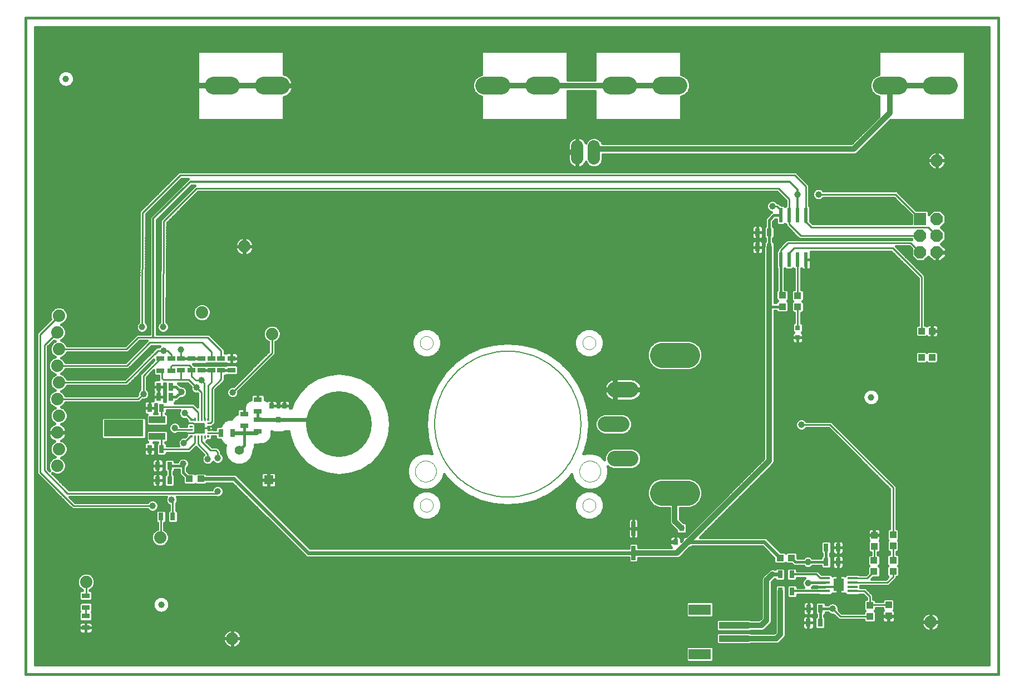
<source format=gtl>
G75*
%MOIN*%
%OFA0B0*%
%FSLAX24Y24*%
%IPPOS*%
%LPD*%
%AMOC8*
5,1,8,0,0,1.08239X$1,22.5*
%
%ADD10C,0.0000*%
%ADD11C,0.0160*%
%ADD12R,0.0134X0.0134*%
%ADD13C,0.0105*%
%ADD14C,0.0063*%
%ADD15R,0.0984X0.0394*%
%ADD16R,0.2362X0.0984*%
%ADD17C,0.0740*%
%ADD18R,0.0630X0.0157*%
%ADD19R,0.0618X0.0744*%
%ADD20R,0.0433X0.0394*%
%ADD21R,0.0394X0.0433*%
%ADD22C,0.3937*%
%ADD23C,0.0945*%
%ADD24C,0.1502*%
%ADD25R,0.0315X0.0354*%
%ADD26R,0.0240X0.0870*%
%ADD27R,0.0394X0.0394*%
%ADD28R,0.0740X0.0740*%
%ADD29OC8,0.0740*%
%ADD30R,0.0315X0.0315*%
%ADD31R,0.0472X0.0315*%
%ADD32R,0.0315X0.0472*%
%ADD33C,0.0740*%
%ADD34R,0.0256X0.0866*%
%ADD35C,0.1050*%
%ADD36R,0.0554X0.0554*%
%ADD37C,0.0554*%
%ADD38R,0.1811X0.0394*%
%ADD39R,0.1339X0.0630*%
%ADD40C,0.0394*%
%ADD41C,0.0050*%
%ADD42C,0.0320*%
%ADD43C,0.0100*%
%ADD44C,0.0396*%
%ADD45C,0.0240*%
%ADD46C,0.0120*%
D10*
X008554Y000180D02*
X036224Y000180D01*
X033530Y010310D02*
X033532Y010349D01*
X033538Y010388D01*
X033548Y010426D01*
X033561Y010463D01*
X033578Y010498D01*
X033598Y010532D01*
X033622Y010563D01*
X033649Y010592D01*
X033678Y010618D01*
X033710Y010641D01*
X033744Y010661D01*
X033780Y010677D01*
X033817Y010689D01*
X033856Y010698D01*
X033895Y010703D01*
X033934Y010704D01*
X033973Y010701D01*
X034012Y010694D01*
X034049Y010683D01*
X034086Y010669D01*
X034121Y010651D01*
X034154Y010630D01*
X034185Y010605D01*
X034213Y010578D01*
X034238Y010548D01*
X034260Y010515D01*
X034279Y010481D01*
X034294Y010445D01*
X034306Y010407D01*
X034314Y010369D01*
X034318Y010330D01*
X034318Y010290D01*
X034314Y010251D01*
X034306Y010213D01*
X034294Y010175D01*
X034279Y010139D01*
X034260Y010105D01*
X034238Y010072D01*
X034213Y010042D01*
X034185Y010015D01*
X034154Y009990D01*
X034121Y009969D01*
X034086Y009951D01*
X034049Y009937D01*
X034012Y009926D01*
X033973Y009919D01*
X033934Y009916D01*
X033895Y009917D01*
X033856Y009922D01*
X033817Y009931D01*
X033780Y009943D01*
X033744Y009959D01*
X033710Y009979D01*
X033678Y010002D01*
X033649Y010028D01*
X033622Y010057D01*
X033598Y010088D01*
X033578Y010122D01*
X033561Y010157D01*
X033548Y010194D01*
X033538Y010232D01*
X033532Y010271D01*
X033530Y010310D01*
X033344Y012350D02*
X033346Y012400D01*
X033352Y012450D01*
X033362Y012499D01*
X033376Y012547D01*
X033393Y012594D01*
X033414Y012639D01*
X033439Y012683D01*
X033467Y012724D01*
X033499Y012763D01*
X033533Y012800D01*
X033570Y012834D01*
X033610Y012864D01*
X033652Y012891D01*
X033696Y012915D01*
X033742Y012936D01*
X033789Y012952D01*
X033837Y012965D01*
X033887Y012974D01*
X033936Y012979D01*
X033987Y012980D01*
X034037Y012977D01*
X034086Y012970D01*
X034135Y012959D01*
X034183Y012944D01*
X034229Y012926D01*
X034274Y012904D01*
X034317Y012878D01*
X034358Y012849D01*
X034397Y012817D01*
X034433Y012782D01*
X034465Y012744D01*
X034495Y012704D01*
X034522Y012661D01*
X034545Y012617D01*
X034564Y012571D01*
X034580Y012523D01*
X034592Y012474D01*
X034600Y012425D01*
X034604Y012375D01*
X034604Y012325D01*
X034600Y012275D01*
X034592Y012226D01*
X034580Y012177D01*
X034564Y012129D01*
X034545Y012083D01*
X034522Y012039D01*
X034495Y011996D01*
X034465Y011956D01*
X034433Y011918D01*
X034397Y011883D01*
X034358Y011851D01*
X034317Y011822D01*
X034274Y011796D01*
X034229Y011774D01*
X034183Y011756D01*
X034135Y011741D01*
X034086Y011730D01*
X034037Y011723D01*
X033987Y011720D01*
X033936Y011721D01*
X033887Y011726D01*
X033837Y011735D01*
X033789Y011748D01*
X033742Y011764D01*
X033696Y011785D01*
X033652Y011809D01*
X033610Y011836D01*
X033570Y011866D01*
X033533Y011900D01*
X033499Y011937D01*
X033467Y011976D01*
X033439Y012017D01*
X033414Y012061D01*
X033393Y012106D01*
X033376Y012153D01*
X033362Y012201D01*
X033352Y012250D01*
X033346Y012300D01*
X033344Y012350D01*
X023504Y012350D02*
X023506Y012400D01*
X023512Y012450D01*
X023522Y012499D01*
X023536Y012547D01*
X023553Y012594D01*
X023574Y012639D01*
X023599Y012683D01*
X023627Y012724D01*
X023659Y012763D01*
X023693Y012800D01*
X023730Y012834D01*
X023770Y012864D01*
X023812Y012891D01*
X023856Y012915D01*
X023902Y012936D01*
X023949Y012952D01*
X023997Y012965D01*
X024047Y012974D01*
X024096Y012979D01*
X024147Y012980D01*
X024197Y012977D01*
X024246Y012970D01*
X024295Y012959D01*
X024343Y012944D01*
X024389Y012926D01*
X024434Y012904D01*
X024477Y012878D01*
X024518Y012849D01*
X024557Y012817D01*
X024593Y012782D01*
X024625Y012744D01*
X024655Y012704D01*
X024682Y012661D01*
X024705Y012617D01*
X024724Y012571D01*
X024740Y012523D01*
X024752Y012474D01*
X024760Y012425D01*
X024764Y012375D01*
X024764Y012325D01*
X024760Y012275D01*
X024752Y012226D01*
X024740Y012177D01*
X024724Y012129D01*
X024705Y012083D01*
X024682Y012039D01*
X024655Y011996D01*
X024625Y011956D01*
X024593Y011918D01*
X024557Y011883D01*
X024518Y011851D01*
X024477Y011822D01*
X024434Y011796D01*
X024389Y011774D01*
X024343Y011756D01*
X024295Y011741D01*
X024246Y011730D01*
X024197Y011723D01*
X024147Y011720D01*
X024096Y011721D01*
X024047Y011726D01*
X023997Y011735D01*
X023949Y011748D01*
X023902Y011764D01*
X023856Y011785D01*
X023812Y011809D01*
X023770Y011836D01*
X023730Y011866D01*
X023693Y011900D01*
X023659Y011937D01*
X023627Y011976D01*
X023599Y012017D01*
X023574Y012061D01*
X023553Y012106D01*
X023536Y012153D01*
X023522Y012201D01*
X023512Y012250D01*
X023506Y012300D01*
X023504Y012350D01*
X023790Y010310D02*
X023792Y010349D01*
X023798Y010388D01*
X023808Y010426D01*
X023821Y010463D01*
X023838Y010498D01*
X023858Y010532D01*
X023882Y010563D01*
X023909Y010592D01*
X023938Y010618D01*
X023970Y010641D01*
X024004Y010661D01*
X024040Y010677D01*
X024077Y010689D01*
X024116Y010698D01*
X024155Y010703D01*
X024194Y010704D01*
X024233Y010701D01*
X024272Y010694D01*
X024309Y010683D01*
X024346Y010669D01*
X024381Y010651D01*
X024414Y010630D01*
X024445Y010605D01*
X024473Y010578D01*
X024498Y010548D01*
X024520Y010515D01*
X024539Y010481D01*
X024554Y010445D01*
X024566Y010407D01*
X024574Y010369D01*
X024578Y010330D01*
X024578Y010290D01*
X024574Y010251D01*
X024566Y010213D01*
X024554Y010175D01*
X024539Y010139D01*
X024520Y010105D01*
X024498Y010072D01*
X024473Y010042D01*
X024445Y010015D01*
X024414Y009990D01*
X024381Y009969D01*
X024346Y009951D01*
X024309Y009937D01*
X024272Y009926D01*
X024233Y009919D01*
X024194Y009916D01*
X024155Y009917D01*
X024116Y009922D01*
X024077Y009931D01*
X024040Y009943D01*
X024004Y009959D01*
X023970Y009979D01*
X023938Y010002D01*
X023909Y010028D01*
X023882Y010057D01*
X023858Y010088D01*
X023838Y010122D01*
X023821Y010157D01*
X023808Y010194D01*
X023798Y010232D01*
X023792Y010271D01*
X023790Y010310D01*
X023790Y020050D02*
X023792Y020089D01*
X023798Y020128D01*
X023808Y020166D01*
X023821Y020203D01*
X023838Y020238D01*
X023858Y020272D01*
X023882Y020303D01*
X023909Y020332D01*
X023938Y020358D01*
X023970Y020381D01*
X024004Y020401D01*
X024040Y020417D01*
X024077Y020429D01*
X024116Y020438D01*
X024155Y020443D01*
X024194Y020444D01*
X024233Y020441D01*
X024272Y020434D01*
X024309Y020423D01*
X024346Y020409D01*
X024381Y020391D01*
X024414Y020370D01*
X024445Y020345D01*
X024473Y020318D01*
X024498Y020288D01*
X024520Y020255D01*
X024539Y020221D01*
X024554Y020185D01*
X024566Y020147D01*
X024574Y020109D01*
X024578Y020070D01*
X024578Y020030D01*
X024574Y019991D01*
X024566Y019953D01*
X024554Y019915D01*
X024539Y019879D01*
X024520Y019845D01*
X024498Y019812D01*
X024473Y019782D01*
X024445Y019755D01*
X024414Y019730D01*
X024381Y019709D01*
X024346Y019691D01*
X024309Y019677D01*
X024272Y019666D01*
X024233Y019659D01*
X024194Y019656D01*
X024155Y019657D01*
X024116Y019662D01*
X024077Y019671D01*
X024040Y019683D01*
X024004Y019699D01*
X023970Y019719D01*
X023938Y019742D01*
X023909Y019768D01*
X023882Y019797D01*
X023858Y019828D01*
X023838Y019862D01*
X023821Y019897D01*
X023808Y019934D01*
X023798Y019972D01*
X023792Y020011D01*
X023790Y020050D01*
X033530Y020050D02*
X033532Y020089D01*
X033538Y020128D01*
X033548Y020166D01*
X033561Y020203D01*
X033578Y020238D01*
X033598Y020272D01*
X033622Y020303D01*
X033649Y020332D01*
X033678Y020358D01*
X033710Y020381D01*
X033744Y020401D01*
X033780Y020417D01*
X033817Y020429D01*
X033856Y020438D01*
X033895Y020443D01*
X033934Y020444D01*
X033973Y020441D01*
X034012Y020434D01*
X034049Y020423D01*
X034086Y020409D01*
X034121Y020391D01*
X034154Y020370D01*
X034185Y020345D01*
X034213Y020318D01*
X034238Y020288D01*
X034260Y020255D01*
X034279Y020221D01*
X034294Y020185D01*
X034306Y020147D01*
X034314Y020109D01*
X034318Y020070D01*
X034318Y020030D01*
X034314Y019991D01*
X034306Y019953D01*
X034294Y019915D01*
X034279Y019879D01*
X034260Y019845D01*
X034238Y019812D01*
X034213Y019782D01*
X034185Y019755D01*
X034154Y019730D01*
X034121Y019709D01*
X034086Y019691D01*
X034049Y019677D01*
X034012Y019666D01*
X033973Y019659D01*
X033934Y019656D01*
X033895Y019657D01*
X033856Y019662D01*
X033817Y019671D01*
X033780Y019683D01*
X033744Y019699D01*
X033710Y019719D01*
X033678Y019742D01*
X033649Y019768D01*
X033622Y019797D01*
X033598Y019828D01*
X033578Y019862D01*
X033561Y019897D01*
X033548Y019934D01*
X033538Y019972D01*
X033532Y020011D01*
X033530Y020050D01*
D11*
X000180Y039550D02*
X000180Y000180D01*
X008554Y000180D01*
X058448Y000180D01*
X058448Y039550D01*
X000180Y039550D01*
X000740Y038990D02*
X057888Y038990D01*
X057888Y000740D01*
X008443Y000740D01*
X000740Y000740D01*
X000740Y038990D01*
X000740Y038854D02*
X057888Y038854D01*
X057888Y038696D02*
X000740Y038696D01*
X000740Y038537D02*
X057888Y038537D01*
X057888Y038379D02*
X000740Y038379D01*
X000740Y038220D02*
X057888Y038220D01*
X057888Y038062D02*
X000740Y038062D01*
X000740Y037903D02*
X057888Y037903D01*
X057888Y037745D02*
X000740Y037745D01*
X000740Y037586D02*
X057888Y037586D01*
X057888Y037428D02*
X056434Y037428D01*
X056434Y037513D02*
X056387Y037560D01*
X051321Y037560D01*
X051274Y037513D01*
X051274Y036157D01*
X051041Y036061D01*
X050848Y035868D01*
X050744Y035616D01*
X050744Y035344D01*
X050848Y035092D01*
X051041Y034899D01*
X051274Y034803D01*
X051274Y033616D01*
X049654Y031996D01*
X034726Y031996D01*
X034665Y032144D01*
X034516Y032293D01*
X034321Y032374D01*
X034110Y032374D01*
X033915Y032293D01*
X033766Y032144D01*
X033727Y032049D01*
X033725Y032055D01*
X033686Y032132D01*
X033635Y032202D01*
X033574Y032263D01*
X033504Y032314D01*
X033427Y032353D01*
X033344Y032380D01*
X033259Y032394D01*
X033245Y032394D01*
X033245Y031504D01*
X033185Y031504D01*
X033185Y031444D01*
X032665Y031444D01*
X032665Y031060D01*
X032679Y030975D01*
X032706Y030893D01*
X032745Y030815D01*
X032796Y030745D01*
X032857Y030684D01*
X032927Y030633D01*
X033004Y030594D01*
X033087Y030567D01*
X033172Y030554D01*
X033185Y030554D01*
X033185Y031444D01*
X033245Y031444D01*
X033245Y030554D01*
X033259Y030554D01*
X033344Y030567D01*
X033427Y030594D01*
X033504Y030633D01*
X033574Y030684D01*
X033635Y030745D01*
X033686Y030815D01*
X033725Y030893D01*
X033727Y030898D01*
X033766Y030803D01*
X033915Y030654D01*
X034110Y030574D01*
X034321Y030574D01*
X034516Y030654D01*
X034665Y030803D01*
X034745Y030998D01*
X034745Y031356D01*
X049850Y031356D01*
X049968Y031405D01*
X050058Y031495D01*
X051963Y033400D01*
X056387Y033400D01*
X056434Y033447D01*
X056434Y037513D01*
X056434Y037269D02*
X057888Y037269D01*
X057888Y037111D02*
X056434Y037111D01*
X056434Y036952D02*
X057888Y036952D01*
X057888Y036794D02*
X056434Y036794D01*
X056434Y036635D02*
X057888Y036635D01*
X057888Y036477D02*
X056434Y036477D01*
X056434Y036318D02*
X057888Y036318D01*
X057888Y036160D02*
X056434Y036160D01*
X056434Y036001D02*
X057888Y036001D01*
X057888Y035843D02*
X056434Y035843D01*
X056434Y035684D02*
X057888Y035684D01*
X057888Y035526D02*
X056434Y035526D01*
X056434Y035367D02*
X057888Y035367D01*
X057888Y035209D02*
X056434Y035209D01*
X056434Y035050D02*
X057888Y035050D01*
X057888Y034892D02*
X056434Y034892D01*
X056434Y034733D02*
X057888Y034733D01*
X057888Y034575D02*
X056434Y034575D01*
X056434Y034416D02*
X057888Y034416D01*
X057888Y034258D02*
X056434Y034258D01*
X056434Y034099D02*
X057888Y034099D01*
X057888Y033941D02*
X056434Y033941D01*
X056434Y033782D02*
X057888Y033782D01*
X057888Y033624D02*
X056434Y033624D01*
X056434Y033465D02*
X057888Y033465D01*
X057888Y033307D02*
X051869Y033307D01*
X051711Y033148D02*
X057888Y033148D01*
X057888Y032990D02*
X051552Y032990D01*
X051394Y032831D02*
X057888Y032831D01*
X057888Y032673D02*
X051235Y032673D01*
X051077Y032514D02*
X057888Y032514D01*
X057888Y032356D02*
X050918Y032356D01*
X050760Y032197D02*
X057888Y032197D01*
X057888Y032039D02*
X050601Y032039D01*
X050443Y031880D02*
X057888Y031880D01*
X057888Y031722D02*
X050284Y031722D01*
X050126Y031563D02*
X057888Y031563D01*
X057888Y031405D02*
X055108Y031405D01*
X055109Y031403D02*
X055039Y031454D01*
X054962Y031494D01*
X054880Y031520D01*
X054794Y031534D01*
X054771Y031534D01*
X054771Y031004D01*
X055301Y031004D01*
X055301Y031027D01*
X055287Y031113D01*
X055261Y031195D01*
X055221Y031272D01*
X055170Y031342D01*
X055109Y031403D01*
X055235Y031246D02*
X057888Y031246D01*
X057888Y031088D02*
X055291Y031088D01*
X055301Y030964D02*
X054771Y030964D01*
X054771Y031004D01*
X054731Y031004D01*
X054731Y031534D01*
X054708Y031534D01*
X054622Y031520D01*
X054540Y031494D01*
X054463Y031454D01*
X054393Y031403D01*
X054331Y031342D01*
X054280Y031272D01*
X054241Y031195D01*
X054214Y031113D01*
X054201Y031027D01*
X054201Y031004D01*
X054731Y031004D01*
X054731Y030964D01*
X054771Y030964D01*
X054771Y030434D01*
X054794Y030434D01*
X054880Y030447D01*
X054962Y030474D01*
X055039Y030514D01*
X055109Y030564D01*
X055170Y030626D01*
X055221Y030696D01*
X055261Y030773D01*
X055287Y030855D01*
X055301Y030941D01*
X055301Y030964D01*
X055299Y030929D02*
X057888Y030929D01*
X057888Y030771D02*
X055259Y030771D01*
X055157Y030612D02*
X057888Y030612D01*
X057888Y030454D02*
X054898Y030454D01*
X054771Y030454D02*
X054731Y030454D01*
X054731Y030434D02*
X054731Y030964D01*
X054201Y030964D01*
X054201Y030941D01*
X054214Y030855D01*
X054241Y030773D01*
X054280Y030696D01*
X054331Y030626D01*
X054393Y030564D01*
X054463Y030514D01*
X054540Y030474D01*
X054622Y030447D01*
X054708Y030434D01*
X054731Y030434D01*
X054603Y030454D02*
X000740Y030454D01*
X000740Y030612D02*
X032969Y030612D01*
X033185Y030612D02*
X033245Y030612D01*
X033245Y030771D02*
X033185Y030771D01*
X033185Y030929D02*
X033245Y030929D01*
X033245Y031088D02*
X033185Y031088D01*
X033185Y031246D02*
X033245Y031246D01*
X033245Y031405D02*
X033185Y031405D01*
X033185Y031504D02*
X032665Y031504D01*
X032665Y031887D01*
X032679Y031972D01*
X032706Y032055D01*
X032745Y032132D01*
X032796Y032202D01*
X032857Y032263D01*
X032927Y032314D01*
X033004Y032353D01*
X033087Y032380D01*
X033172Y032394D01*
X033185Y032394D01*
X033185Y031504D01*
X033185Y031563D02*
X033245Y031563D01*
X033245Y031722D02*
X033185Y031722D01*
X033185Y031880D02*
X033245Y031880D01*
X033245Y032039D02*
X033185Y032039D01*
X033185Y032197D02*
X033245Y032197D01*
X033245Y032356D02*
X033185Y032356D01*
X033011Y032356D02*
X000740Y032356D01*
X000740Y032514D02*
X050172Y032514D01*
X050330Y032673D02*
X000740Y032673D01*
X000740Y032831D02*
X050489Y032831D01*
X050647Y032990D02*
X000740Y032990D01*
X000740Y033148D02*
X050806Y033148D01*
X050964Y033307D02*
X000740Y033307D01*
X000740Y033465D02*
X010474Y033465D01*
X010474Y033447D02*
X010521Y033400D01*
X015587Y033400D01*
X015634Y033447D01*
X015634Y034792D01*
X015706Y034811D01*
X015791Y034846D01*
X015872Y034893D01*
X015945Y034949D01*
X016010Y035014D01*
X016066Y035087D01*
X016113Y035168D01*
X016148Y035253D01*
X016172Y035342D01*
X016180Y035400D01*
X015634Y035400D01*
X015634Y035560D01*
X016180Y035560D01*
X016172Y035618D01*
X016148Y035707D01*
X016113Y035792D01*
X016066Y035873D01*
X016010Y035946D01*
X015945Y036011D01*
X015872Y036067D01*
X015791Y036114D01*
X015706Y036149D01*
X015634Y036168D01*
X015634Y037513D01*
X015587Y037560D01*
X010521Y037560D01*
X010474Y037513D01*
X010474Y033447D01*
X010474Y033624D02*
X000740Y033624D01*
X000740Y033782D02*
X010474Y033782D01*
X010474Y033941D02*
X000740Y033941D01*
X000740Y034099D02*
X010474Y034099D01*
X010474Y034258D02*
X000740Y034258D01*
X000740Y034416D02*
X010474Y034416D01*
X010474Y034575D02*
X000740Y034575D01*
X000740Y034733D02*
X010474Y034733D01*
X010474Y034892D02*
X000740Y034892D01*
X000740Y035050D02*
X010474Y035050D01*
X010474Y035209D02*
X000740Y035209D01*
X000740Y035367D02*
X010474Y035367D01*
X010474Y035526D02*
X002930Y035526D01*
X002932Y035536D01*
X002934Y035538D01*
X002944Y035540D01*
X002964Y035568D01*
X002988Y035592D01*
X002988Y035602D01*
X002990Y035604D01*
X002999Y035608D01*
X003014Y035639D01*
X003033Y035667D01*
X003032Y035677D01*
X003033Y035680D01*
X003042Y035685D01*
X003051Y035718D01*
X003065Y035749D01*
X003062Y035759D01*
X003062Y035761D01*
X003070Y035768D01*
X003073Y035802D01*
X003082Y035835D01*
X003077Y035844D01*
X003077Y035847D01*
X003084Y035854D01*
X003081Y035889D01*
X003084Y035923D01*
X003077Y035931D01*
X003077Y035933D01*
X003082Y035942D01*
X003073Y035975D01*
X003070Y036010D01*
X003062Y036016D01*
X003062Y036019D01*
X003065Y036028D01*
X003051Y036059D01*
X003042Y036092D01*
X003033Y036098D01*
X003032Y036100D01*
X003033Y036110D01*
X003014Y036138D01*
X002999Y036169D01*
X002990Y036173D01*
X002988Y036175D01*
X002988Y036185D01*
X002964Y036209D01*
X002944Y036238D01*
X002934Y036239D01*
X002932Y036241D01*
X002930Y036251D01*
X002902Y036271D01*
X002878Y036295D01*
X002868Y036295D01*
X002866Y036297D01*
X002862Y036306D01*
X002831Y036321D01*
X002803Y036341D01*
X002793Y036339D01*
X002791Y036340D01*
X002785Y036349D01*
X002752Y036358D01*
X002721Y036372D01*
X002711Y036369D01*
X002709Y036369D01*
X002702Y036377D01*
X002668Y036380D01*
X002635Y036389D01*
X002626Y036384D01*
X002624Y036384D01*
X002616Y036391D01*
X002582Y036388D01*
X002547Y036391D01*
X002539Y036384D01*
X002537Y036384D01*
X002528Y036389D01*
X002495Y036380D01*
X002461Y036377D01*
X002454Y036369D01*
X002452Y036369D01*
X002442Y036372D01*
X002411Y036358D01*
X002378Y036349D01*
X002373Y036340D01*
X002370Y036339D01*
X002360Y036341D01*
X002332Y036321D01*
X002301Y036306D01*
X002297Y036297D01*
X002295Y036295D01*
X002285Y036295D01*
X002261Y036271D01*
X002233Y036251D01*
X002231Y036241D01*
X002229Y036239D01*
X002219Y036238D01*
X002199Y036209D01*
X002175Y036185D01*
X002175Y036175D01*
X002174Y036173D01*
X002164Y036169D01*
X002149Y036138D01*
X002130Y036110D01*
X002131Y036100D01*
X002130Y036098D01*
X002121Y036092D01*
X002113Y036059D01*
X002098Y036028D01*
X002102Y036019D01*
X002101Y036016D01*
X002093Y036010D01*
X002090Y035975D01*
X002081Y035942D01*
X002086Y035933D01*
X002086Y035931D01*
X002079Y035923D01*
X002082Y035889D01*
X002079Y035854D01*
X002086Y035847D01*
X002086Y035844D01*
X002081Y035835D01*
X002090Y035802D01*
X002093Y035768D01*
X002101Y035761D01*
X002102Y035759D01*
X002098Y035749D01*
X002113Y035718D01*
X002121Y035685D01*
X002130Y035680D01*
X002131Y035677D01*
X002130Y035667D01*
X002149Y035639D01*
X002164Y035608D01*
X002174Y035604D01*
X002175Y035602D01*
X002175Y035592D01*
X002199Y035568D01*
X002219Y035540D01*
X002229Y035538D01*
X002231Y035536D01*
X002233Y035526D01*
X002261Y035506D01*
X002285Y035482D01*
X002295Y035482D01*
X002297Y035481D01*
X002301Y035471D01*
X002332Y035456D01*
X002360Y035437D01*
X002370Y035439D01*
X002373Y035438D01*
X002378Y035429D01*
X002411Y035420D01*
X002442Y035405D01*
X002452Y035409D01*
X002454Y035408D01*
X002461Y035400D01*
X002495Y035397D01*
X002528Y035388D01*
X002537Y035393D01*
X002539Y035393D01*
X002547Y035387D01*
X002582Y035390D01*
X002616Y035387D01*
X002624Y035393D01*
X002626Y035393D01*
X002635Y035388D01*
X002668Y035397D01*
X002702Y035400D01*
X002709Y035408D01*
X002711Y035409D01*
X002721Y035405D01*
X002752Y035420D01*
X002785Y035429D01*
X002791Y035438D01*
X002793Y035439D01*
X002803Y035437D01*
X002831Y035456D01*
X002862Y035471D01*
X002866Y035481D01*
X002868Y035482D01*
X002878Y035482D01*
X002902Y035506D01*
X002930Y035526D01*
X003040Y035684D02*
X010474Y035684D01*
X010474Y035843D02*
X003078Y035843D01*
X003071Y036001D02*
X010474Y036001D01*
X010474Y036160D02*
X003004Y036160D01*
X002837Y036318D02*
X010474Y036318D01*
X010474Y036477D02*
X000740Y036477D01*
X000740Y036635D02*
X010474Y036635D01*
X010474Y036794D02*
X000740Y036794D01*
X000740Y036952D02*
X010474Y036952D01*
X010474Y037111D02*
X000740Y037111D01*
X000740Y037269D02*
X010474Y037269D01*
X010474Y037428D02*
X000740Y037428D01*
X000740Y036318D02*
X002326Y036318D01*
X002159Y036160D02*
X000740Y036160D01*
X000740Y036001D02*
X002092Y036001D01*
X002085Y035843D02*
X000740Y035843D01*
X000740Y035684D02*
X002123Y035684D01*
X002233Y035526D02*
X000740Y035526D01*
X000740Y032197D02*
X032792Y032197D01*
X032700Y032039D02*
X000740Y032039D01*
X000740Y031880D02*
X032665Y031880D01*
X032665Y031722D02*
X000740Y031722D01*
X000740Y031563D02*
X032665Y031563D01*
X032665Y031405D02*
X000740Y031405D01*
X000740Y031246D02*
X032665Y031246D01*
X032665Y031088D02*
X000740Y031088D01*
X000740Y030929D02*
X032694Y030929D01*
X032778Y030771D02*
X000740Y030771D01*
X000740Y030295D02*
X009329Y030295D01*
X009345Y030311D02*
X009222Y030188D01*
X007040Y028006D01*
X006978Y027945D01*
X006978Y027944D01*
X006978Y027858D01*
X006940Y021305D01*
X006845Y021210D01*
X006790Y021078D01*
X006790Y020936D01*
X006845Y020804D01*
X006946Y020703D01*
X007077Y020649D01*
X007220Y020649D01*
X007351Y020703D01*
X007452Y020804D01*
X007507Y020936D01*
X007507Y021078D01*
X007452Y021210D01*
X007360Y021302D01*
X007397Y027770D01*
X009519Y029891D01*
X009895Y029891D01*
X007727Y027723D01*
X007727Y027723D01*
X007598Y027594D01*
X007598Y020587D01*
X006825Y020587D01*
X006128Y019890D01*
X002657Y019890D01*
X002619Y019980D01*
X002470Y020129D01*
X002298Y020201D01*
X002370Y020231D01*
X002519Y020380D01*
X002600Y020575D01*
X002600Y020785D01*
X006864Y020785D01*
X006790Y020944D02*
X002535Y020944D01*
X002519Y020980D02*
X002370Y021129D01*
X002298Y021159D01*
X002470Y021231D01*
X002619Y021380D01*
X002700Y021575D01*
X002700Y021785D01*
X002619Y021980D01*
X002470Y022129D01*
X002276Y022210D01*
X002065Y022210D01*
X001870Y022129D01*
X001721Y021980D01*
X001640Y021785D01*
X001640Y021575D01*
X001678Y021484D01*
X000959Y020766D01*
X000836Y020643D01*
X000836Y012199D01*
X002844Y010191D01*
X002967Y010068D01*
X007482Y010068D01*
X007576Y009975D01*
X007707Y009920D01*
X007850Y009920D01*
X007981Y009975D01*
X008082Y010076D01*
X008137Y010207D01*
X008137Y010350D01*
X008082Y010481D01*
X007981Y010582D01*
X007850Y010637D01*
X007707Y010637D01*
X007576Y010582D01*
X007482Y010488D01*
X003141Y010488D01*
X002813Y010816D01*
X008609Y010816D01*
X008562Y010704D01*
X008562Y010562D01*
X008617Y010430D01*
X008717Y010329D01*
X008774Y010306D01*
X008774Y010025D01*
X008760Y010025D01*
X008666Y009931D01*
X008666Y009326D01*
X008760Y009233D01*
X009208Y009233D01*
X009301Y009326D01*
X009301Y009931D01*
X009208Y010025D01*
X009194Y010025D01*
X009194Y010400D01*
X009224Y010430D01*
X009278Y010562D01*
X009278Y010704D01*
X009232Y010816D01*
X011532Y010816D01*
X011605Y010786D01*
X011747Y010786D01*
X011879Y010841D01*
X011980Y010942D01*
X012034Y011073D01*
X012034Y011216D01*
X011980Y011347D01*
X011879Y011448D01*
X011747Y011503D01*
X011605Y011503D01*
X011473Y011448D01*
X011372Y011347D01*
X011327Y011236D01*
X002767Y011236D01*
X001775Y012229D01*
X001965Y012150D01*
X002176Y012150D01*
X002370Y012231D01*
X002519Y012380D01*
X002600Y012575D01*
X002600Y012785D01*
X002519Y012980D01*
X002370Y013129D01*
X002298Y013159D01*
X002470Y013231D01*
X002619Y013380D01*
X002700Y013575D01*
X002700Y013785D01*
X002619Y013980D01*
X002470Y014129D01*
X002322Y014191D01*
X002358Y014210D01*
X002428Y014260D01*
X002490Y014322D01*
X002541Y014392D01*
X002580Y014469D01*
X002607Y014551D01*
X002620Y014637D01*
X002620Y014660D01*
X002090Y014660D01*
X002090Y014700D01*
X002620Y014700D01*
X002620Y014723D01*
X002607Y014809D01*
X002580Y014891D01*
X002541Y014968D01*
X002490Y015038D01*
X002428Y015100D01*
X002358Y015150D01*
X002322Y015169D01*
X002470Y015231D01*
X002619Y015380D01*
X002700Y015575D01*
X002700Y015785D01*
X002619Y015980D01*
X002470Y016129D01*
X002298Y016201D01*
X002370Y016231D01*
X002519Y016380D01*
X002557Y016470D01*
X007003Y016470D01*
X007166Y016633D01*
X007298Y016633D01*
X007430Y016687D01*
X007531Y016788D01*
X007585Y016920D01*
X007585Y017062D01*
X007531Y017194D01*
X007437Y017287D01*
X007437Y017991D01*
X007850Y018404D01*
X007850Y018165D01*
X007944Y018071D01*
X008139Y018071D01*
X008139Y017836D01*
X007966Y017836D01*
X007920Y017823D01*
X007879Y017800D01*
X007845Y017766D01*
X007822Y017725D01*
X007809Y017679D01*
X007809Y017419D01*
X007809Y017159D01*
X007822Y017114D01*
X007825Y017109D01*
X007822Y017104D01*
X007809Y017058D01*
X007809Y016798D01*
X007809Y016569D01*
X007782Y016576D01*
X007601Y016576D01*
X007420Y016576D01*
X007374Y016563D01*
X007333Y016540D01*
X007300Y016506D01*
X007276Y016465D01*
X007264Y016419D01*
X007264Y016160D01*
X007601Y016160D01*
X007601Y016576D01*
X007601Y016160D01*
X007601Y016160D01*
X007601Y016160D01*
X007264Y016160D01*
X007264Y015900D01*
X007276Y015854D01*
X007300Y015813D01*
X007333Y015779D01*
X007374Y015756D01*
X007420Y015743D01*
X007442Y015743D01*
X007402Y015703D01*
X007402Y015177D01*
X007496Y015083D01*
X008612Y015083D01*
X008706Y015177D01*
X008706Y015703D01*
X008612Y015797D01*
X008567Y015797D01*
X008627Y015857D01*
X008627Y016013D01*
X009396Y016013D01*
X009349Y015901D01*
X009349Y015758D01*
X009404Y015627D01*
X009505Y015526D01*
X009636Y015471D01*
X009772Y015471D01*
X009842Y015401D01*
X009827Y015386D01*
X009801Y015348D01*
X009784Y015306D01*
X009775Y015261D01*
X009775Y015235D01*
X009775Y015209D01*
X009784Y015165D01*
X009797Y015132D01*
X009795Y015129D01*
X009795Y015051D01*
X009440Y015051D01*
X009401Y015147D01*
X009300Y015247D01*
X009169Y015302D01*
X009026Y015302D01*
X008894Y015247D01*
X008794Y015147D01*
X008739Y015015D01*
X008739Y014873D01*
X008794Y014741D01*
X008894Y014640D01*
X009026Y014586D01*
X009169Y014586D01*
X009279Y014631D01*
X009775Y014631D01*
X009775Y014619D01*
X009784Y014574D01*
X009801Y014532D01*
X009819Y014506D01*
X009710Y014396D01*
X009577Y014396D01*
X009446Y014342D01*
X009345Y014241D01*
X009290Y014110D01*
X009290Y013967D01*
X009329Y013874D01*
X008627Y013874D01*
X008627Y013991D01*
X008536Y014083D01*
X008612Y014083D01*
X008706Y014177D01*
X008706Y014703D01*
X008612Y014797D01*
X007496Y014797D01*
X007402Y014703D01*
X007402Y014177D01*
X007474Y014105D01*
X007420Y014105D01*
X007374Y014093D01*
X007333Y014069D01*
X007300Y014035D01*
X007276Y013994D01*
X007264Y013949D01*
X007264Y013689D01*
X007601Y013689D01*
X007601Y013689D01*
X007264Y013689D01*
X007264Y013429D01*
X007276Y013383D01*
X007300Y013342D01*
X007333Y013308D01*
X007374Y013285D01*
X007420Y013272D01*
X007601Y013272D01*
X007601Y013689D01*
X007939Y013689D01*
X007939Y013949D01*
X007926Y013994D01*
X007903Y014035D01*
X007869Y014069D01*
X007845Y014083D01*
X008084Y014083D01*
X007992Y013991D01*
X007992Y013386D01*
X008086Y013292D01*
X008534Y013292D01*
X008627Y013386D01*
X008627Y013454D01*
X010011Y013454D01*
X010134Y013577D01*
X010367Y013810D01*
X010831Y013346D01*
X010782Y013296D01*
X010727Y013165D01*
X010727Y013022D01*
X010782Y012891D01*
X010883Y012790D01*
X011014Y012735D01*
X011157Y012735D01*
X011288Y012790D01*
X011389Y012891D01*
X011396Y012907D01*
X011473Y012829D01*
X011605Y012775D01*
X011747Y012775D01*
X011879Y012829D01*
X011980Y012930D01*
X012034Y013062D01*
X012034Y013204D01*
X011980Y013336D01*
X011886Y013429D01*
X011886Y013574D01*
X011763Y013697D01*
X011645Y013815D01*
X011330Y013815D01*
X010999Y014146D01*
X011067Y014215D01*
X011236Y014215D01*
X011329Y014309D01*
X011329Y014439D01*
X011547Y014439D01*
X011547Y014346D01*
X011640Y014252D01*
X011854Y014252D01*
X011924Y014084D01*
X012087Y013921D01*
X012148Y013895D01*
X012098Y013776D01*
X012098Y013435D01*
X012229Y013120D01*
X012470Y012879D01*
X012785Y012748D01*
X013126Y012748D01*
X013441Y012879D01*
X013682Y013120D01*
X013813Y013435D01*
X013813Y013529D01*
X013816Y013532D01*
X013916Y013775D01*
X013916Y013949D01*
X014140Y013949D01*
X014250Y013994D01*
X014436Y013994D01*
X014649Y014082D01*
X014812Y014245D01*
X014900Y014458D01*
X014900Y014734D01*
X015021Y014684D01*
X015567Y014684D01*
X015705Y014741D01*
X015946Y014741D01*
X015973Y014500D01*
X015973Y014500D01*
X016199Y013853D01*
X016563Y013274D01*
X016563Y013274D01*
X016563Y013274D01*
X017048Y012789D01*
X017627Y012425D01*
X017627Y012425D01*
X018274Y012199D01*
X018954Y012122D01*
X019634Y012199D01*
X020281Y012425D01*
X020860Y012789D01*
X020860Y012789D01*
X021345Y013274D01*
X021709Y013853D01*
X021709Y013853D01*
X021935Y014500D01*
X022012Y015180D01*
X021935Y015860D01*
X021935Y015860D01*
X021709Y016507D01*
X021345Y017086D01*
X021345Y017086D01*
X020860Y017571D01*
X020281Y017935D01*
X020281Y017935D01*
X019634Y018161D01*
X018954Y018238D01*
X018274Y018161D01*
X018274Y018161D01*
X017627Y017935D01*
X017048Y017571D01*
X017048Y017571D01*
X016563Y017086D01*
X016199Y016507D01*
X016199Y016507D01*
X016071Y016141D01*
X016006Y016141D01*
X016006Y016268D01*
X015668Y016268D01*
X015331Y016268D01*
X015331Y016199D01*
X015258Y016199D01*
X015258Y016268D01*
X014920Y016268D01*
X014920Y016268D01*
X014920Y016625D01*
X014739Y016625D01*
X014693Y016613D01*
X014652Y016589D01*
X014648Y016593D01*
X014499Y016654D01*
X014499Y016834D01*
X014487Y016879D01*
X014463Y016920D01*
X014430Y016954D01*
X014389Y016978D01*
X014343Y016990D01*
X014083Y016990D01*
X013823Y016990D01*
X013777Y016978D01*
X013736Y016954D01*
X013703Y016920D01*
X013679Y016879D01*
X013667Y016834D01*
X013667Y016654D01*
X013518Y016593D01*
X013355Y016430D01*
X013267Y016217D01*
X013267Y016118D01*
X013256Y016118D01*
X012996Y016118D01*
X012951Y016106D01*
X012910Y016082D01*
X012876Y016049D01*
X012852Y016008D01*
X012840Y015962D01*
X012840Y015783D01*
X012692Y015721D01*
X012528Y015558D01*
X012490Y015465D01*
X012300Y015465D01*
X012087Y015376D01*
X011924Y015213D01*
X011854Y015045D01*
X011640Y015045D01*
X011547Y014951D01*
X011547Y014859D01*
X011426Y014859D01*
X011426Y014867D01*
X011417Y014912D01*
X011406Y014940D01*
X011417Y014968D01*
X011426Y015013D01*
X011426Y015038D01*
X011339Y015038D01*
X011339Y015038D01*
X011426Y015038D01*
X011426Y015064D01*
X011417Y015109D01*
X011415Y015114D01*
X011428Y015127D01*
X011551Y015250D01*
X011551Y017239D01*
X011974Y017661D01*
X012097Y017784D01*
X012097Y018091D01*
X012190Y018091D01*
X012197Y018098D01*
X012800Y018098D01*
X012894Y018192D01*
X012894Y018639D01*
X012800Y018733D01*
X012195Y018733D01*
X012188Y018726D01*
X010993Y018726D01*
X010981Y018713D01*
X010290Y018713D01*
X010217Y018787D01*
X011008Y018787D01*
X011020Y018800D01*
X012190Y018800D01*
X012192Y018799D01*
X012237Y018787D01*
X012497Y018787D01*
X012497Y019124D01*
X012497Y019124D01*
X012497Y019462D01*
X012237Y019462D01*
X012192Y019449D01*
X012166Y019434D01*
X012097Y019434D01*
X012097Y019662D01*
X011974Y019785D01*
X011172Y020587D01*
X008038Y020587D01*
X008038Y027412D01*
X010114Y029488D01*
X010293Y029488D01*
X008300Y027494D01*
X008238Y027434D01*
X008238Y027433D01*
X008238Y027432D01*
X008238Y027346D01*
X008200Y021305D01*
X008105Y021210D01*
X008050Y021078D01*
X008050Y020936D01*
X008105Y020804D01*
X008205Y020703D01*
X008337Y020649D01*
X008480Y020649D01*
X008611Y020703D01*
X008712Y020804D01*
X008766Y020936D01*
X008766Y021078D01*
X008712Y021210D01*
X008620Y021301D01*
X008657Y027258D01*
X010503Y029104D01*
X045172Y029104D01*
X045694Y028582D01*
X045694Y028271D01*
X045654Y028231D01*
X045590Y028295D01*
X045433Y028295D01*
X045390Y028338D01*
X045267Y028461D01*
X045201Y028461D01*
X045107Y028554D01*
X044976Y028609D01*
X044833Y028609D01*
X044702Y028554D01*
X044601Y028454D01*
X044546Y028322D01*
X044546Y028180D01*
X044601Y028048D01*
X044702Y027947D01*
X044833Y027893D01*
X044837Y027893D01*
X044780Y027836D01*
X044504Y027560D01*
X044468Y027472D01*
X044468Y027059D01*
X044391Y026982D01*
X044391Y026378D01*
X044468Y026300D01*
X044468Y026160D01*
X044391Y026082D01*
X044391Y025850D01*
X044388Y025844D01*
X044388Y013112D01*
X039724Y008448D01*
X039616Y008448D01*
X039522Y008354D01*
X039522Y008246D01*
X039429Y008153D01*
X039429Y008312D01*
X039417Y008357D01*
X039393Y008398D01*
X039360Y008432D01*
X039319Y008456D01*
X039273Y008468D01*
X039092Y008468D01*
X039092Y008111D01*
X039092Y008111D01*
X039092Y008468D01*
X038911Y008468D01*
X038865Y008456D01*
X038824Y008432D01*
X038790Y008398D01*
X038767Y008357D01*
X038754Y008312D01*
X038754Y008111D01*
X039092Y008111D01*
X039092Y008111D01*
X038754Y008111D01*
X038754Y007910D01*
X038767Y007864D01*
X038790Y007823D01*
X038824Y007790D01*
X038841Y007780D01*
X036866Y007780D01*
X036866Y007959D01*
X036773Y008053D01*
X036384Y008053D01*
X036290Y007959D01*
X036290Y007740D01*
X017209Y007740D01*
X012813Y012135D01*
X012710Y012178D01*
X011018Y012178D01*
X010942Y012255D01*
X010376Y012255D01*
X010324Y012203D01*
X010272Y012255D01*
X009972Y012255D01*
X009849Y012378D01*
X009849Y012532D01*
X009913Y012595D01*
X009967Y012727D01*
X009967Y012869D01*
X009913Y013001D01*
X009812Y013102D01*
X009680Y013156D01*
X009538Y013156D01*
X009406Y013102D01*
X009306Y013001D01*
X009275Y012927D01*
X009114Y012927D01*
X009114Y012990D01*
X009020Y013083D01*
X008573Y013083D01*
X008479Y012990D01*
X008479Y012385D01*
X008557Y012307D01*
X008557Y012191D01*
X008479Y012114D01*
X008479Y011509D01*
X008573Y011415D01*
X009020Y011415D01*
X009114Y011509D01*
X009114Y012114D01*
X009037Y012191D01*
X009037Y012307D01*
X009114Y012385D01*
X009114Y012447D01*
X009369Y012447D01*
X009369Y012231D01*
X009406Y012142D01*
X009613Y011935D01*
X009613Y011635D01*
X009707Y011541D01*
X010272Y011541D01*
X010324Y011593D01*
X010376Y011541D01*
X010942Y011541D01*
X011018Y011618D01*
X012539Y011618D01*
X016856Y007301D01*
X016935Y007222D01*
X017038Y007180D01*
X036290Y007180D01*
X036290Y006960D01*
X036384Y006866D01*
X036773Y006866D01*
X036866Y006960D01*
X036866Y007140D01*
X039252Y007140D01*
X039370Y007188D01*
X039460Y007278D01*
X039955Y007774D01*
X040064Y007774D01*
X040121Y007831D01*
X044296Y007831D01*
X044989Y007137D01*
X044989Y006893D01*
X045083Y006800D01*
X045649Y006800D01*
X045700Y006851D01*
X045752Y006800D01*
X046053Y006800D01*
X046083Y006769D01*
X046150Y006702D01*
X046239Y006665D01*
X046757Y006665D01*
X046821Y006602D01*
X046953Y006547D01*
X047095Y006547D01*
X047227Y006602D01*
X047290Y006665D01*
X047802Y006665D01*
X047802Y006603D01*
X047896Y006509D01*
X048343Y006509D01*
X048437Y006603D01*
X048437Y007208D01*
X048359Y007285D01*
X048359Y007395D01*
X048437Y007473D01*
X048437Y008078D01*
X048343Y008171D01*
X047896Y008171D01*
X047802Y008078D01*
X047802Y007473D01*
X047879Y007395D01*
X047879Y007285D01*
X047802Y007208D01*
X047802Y007145D01*
X047290Y007145D01*
X047227Y007209D01*
X047095Y007263D01*
X046953Y007263D01*
X046821Y007209D01*
X046757Y007145D01*
X046412Y007145D01*
X046412Y007420D01*
X046318Y007513D01*
X045752Y007513D01*
X045700Y007461D01*
X045649Y007513D01*
X045405Y007513D01*
X044649Y008269D01*
X044570Y008348D01*
X044467Y008391D01*
X040572Y008391D01*
X044890Y012708D01*
X044980Y012798D01*
X045028Y012916D01*
X045028Y021987D01*
X045118Y021987D01*
X045118Y021964D01*
X045212Y021870D01*
X045778Y021870D01*
X045871Y021964D01*
X045871Y022490D01*
X045800Y022562D01*
X045871Y022633D01*
X045871Y023160D01*
X045778Y023253D01*
X045644Y023253D01*
X045644Y024509D01*
X045654Y024519D01*
X045718Y024455D01*
X046090Y024455D01*
X046154Y024519D01*
X046205Y024468D01*
X046205Y023238D01*
X046132Y023238D01*
X046038Y023145D01*
X046038Y022618D01*
X046110Y022547D01*
X046038Y022475D01*
X046038Y021949D01*
X046132Y021855D01*
X046205Y021855D01*
X046205Y021270D01*
X046192Y021270D01*
X046098Y021176D01*
X046098Y020729D01*
X046157Y020669D01*
X046147Y020663D01*
X046114Y020630D01*
X046090Y020589D01*
X046078Y020543D01*
X046078Y020362D01*
X046415Y020362D01*
X046415Y020362D01*
X046078Y020362D01*
X046078Y020181D01*
X046090Y020135D01*
X046114Y020094D01*
X046147Y020060D01*
X046188Y020037D01*
X046234Y020024D01*
X046415Y020024D01*
X046415Y020362D01*
X046415Y020362D01*
X046415Y020024D01*
X046597Y020024D01*
X046642Y020037D01*
X046683Y020060D01*
X046717Y020094D01*
X046741Y020135D01*
X046753Y020181D01*
X046753Y020362D01*
X046753Y020543D01*
X046741Y020589D01*
X046717Y020630D01*
X046683Y020663D01*
X046673Y020669D01*
X046733Y020729D01*
X046733Y021176D01*
X046639Y021270D01*
X046625Y021270D01*
X046625Y021855D01*
X046697Y021855D01*
X046791Y021949D01*
X046791Y022475D01*
X046720Y022547D01*
X046791Y022618D01*
X046791Y023145D01*
X046697Y023238D01*
X046625Y023238D01*
X046625Y024489D01*
X046640Y024505D01*
X046640Y024504D01*
X046673Y024471D01*
X046715Y024447D01*
X046760Y024435D01*
X046904Y024435D01*
X046904Y025050D01*
X046904Y025050D01*
X046904Y024435D01*
X047048Y024435D01*
X047093Y024447D01*
X047135Y024471D01*
X047168Y024504D01*
X047192Y024546D01*
X047204Y024591D01*
X047204Y025050D01*
X047204Y025509D01*
X047201Y025521D01*
X052022Y025521D01*
X053628Y023915D01*
X053628Y021114D01*
X053575Y021114D01*
X053481Y021020D01*
X053481Y020494D01*
X053575Y020400D01*
X054101Y020400D01*
X054139Y020438D01*
X054161Y020416D01*
X054202Y020393D01*
X054248Y020380D01*
X054450Y020380D01*
X054450Y020739D01*
X054487Y020739D01*
X054487Y020776D01*
X054450Y020776D01*
X054450Y021134D01*
X054248Y021134D01*
X054202Y021122D01*
X054161Y021098D01*
X054139Y021076D01*
X054101Y021114D01*
X054048Y021114D01*
X054048Y024089D01*
X053925Y024212D01*
X052301Y025836D01*
X053101Y025836D01*
X053231Y025706D01*
X053224Y025700D01*
X053224Y025260D01*
X053534Y024950D01*
X053974Y024950D01*
X054240Y025216D01*
X054526Y024930D01*
X054734Y024930D01*
X054734Y025460D01*
X054774Y025460D01*
X054774Y024930D01*
X054982Y024930D01*
X055304Y025252D01*
X055304Y025460D01*
X054774Y025460D01*
X054774Y025500D01*
X055304Y025500D01*
X055304Y025708D01*
X055018Y025994D01*
X055284Y026260D01*
X055284Y026700D01*
X055004Y026980D01*
X055284Y027260D01*
X055284Y027700D01*
X054974Y028010D01*
X054534Y028010D01*
X054284Y027760D01*
X054284Y027916D01*
X054190Y028010D01*
X053521Y028010D01*
X052484Y029047D01*
X052361Y029170D01*
X047957Y029170D01*
X047863Y029263D01*
X047732Y029318D01*
X047589Y029318D01*
X047457Y029263D01*
X047357Y029162D01*
X047302Y029031D01*
X047302Y028888D01*
X047357Y028757D01*
X047457Y028656D01*
X047589Y028601D01*
X047732Y028601D01*
X047863Y028656D01*
X047957Y028750D01*
X052188Y028750D01*
X053224Y027713D01*
X053224Y027201D01*
X047314Y027201D01*
X047184Y027331D01*
X047184Y028201D01*
X047114Y028271D01*
X047114Y029527D01*
X046453Y030188D01*
X046330Y030311D01*
X009345Y030311D01*
X009222Y030188D02*
X009222Y030188D01*
X009170Y030137D02*
X000740Y030137D01*
X000740Y029978D02*
X009012Y029978D01*
X008853Y029820D02*
X000740Y029820D01*
X000740Y029661D02*
X008695Y029661D01*
X008536Y029503D02*
X000740Y029503D01*
X000740Y029344D02*
X008378Y029344D01*
X008219Y029186D02*
X000740Y029186D01*
X000740Y029027D02*
X008061Y029027D01*
X007902Y028869D02*
X000740Y028869D01*
X000740Y028710D02*
X007744Y028710D01*
X007585Y028552D02*
X000740Y028552D01*
X000740Y028393D02*
X007427Y028393D01*
X007268Y028235D02*
X000740Y028235D01*
X000740Y028076D02*
X007110Y028076D01*
X006978Y027945D02*
X006978Y027945D01*
X006978Y027918D02*
X000740Y027918D01*
X000740Y027759D02*
X006977Y027759D01*
X006976Y027601D02*
X000740Y027601D01*
X000740Y027442D02*
X006975Y027442D01*
X006975Y027284D02*
X000740Y027284D01*
X000740Y027125D02*
X006974Y027125D01*
X006973Y026967D02*
X000740Y026967D01*
X000740Y026808D02*
X006972Y026808D01*
X006971Y026650D02*
X000740Y026650D01*
X000740Y026491D02*
X006970Y026491D01*
X006969Y026333D02*
X000740Y026333D01*
X000740Y026174D02*
X006968Y026174D01*
X006967Y026016D02*
X000740Y026016D01*
X000740Y025857D02*
X006966Y025857D01*
X006965Y025699D02*
X000740Y025699D01*
X000740Y025540D02*
X006965Y025540D01*
X006964Y025382D02*
X000740Y025382D01*
X000740Y025223D02*
X006963Y025223D01*
X006962Y025065D02*
X000740Y025065D01*
X000740Y024906D02*
X006961Y024906D01*
X006960Y024748D02*
X000740Y024748D01*
X000740Y024589D02*
X006959Y024589D01*
X006958Y024431D02*
X000740Y024431D01*
X000740Y024272D02*
X006957Y024272D01*
X006956Y024114D02*
X000740Y024114D01*
X000740Y023955D02*
X006955Y023955D01*
X006955Y023797D02*
X000740Y023797D01*
X000740Y023638D02*
X006954Y023638D01*
X006953Y023480D02*
X000740Y023480D01*
X000740Y023321D02*
X006952Y023321D01*
X006951Y023163D02*
X000740Y023163D01*
X000740Y023004D02*
X006950Y023004D01*
X006949Y022846D02*
X000740Y022846D01*
X000740Y022687D02*
X006948Y022687D01*
X006947Y022529D02*
X000740Y022529D01*
X000740Y022370D02*
X006946Y022370D01*
X006945Y022212D02*
X000740Y022212D01*
X000740Y022053D02*
X001794Y022053D01*
X001685Y021895D02*
X000740Y021895D01*
X000740Y021736D02*
X001640Y021736D01*
X001640Y021578D02*
X000740Y021578D01*
X000740Y021419D02*
X001612Y021419D01*
X001454Y021261D02*
X000740Y021261D01*
X000740Y021102D02*
X001295Y021102D01*
X001137Y020944D02*
X000740Y020944D01*
X000740Y020785D02*
X000978Y020785D01*
X000836Y020627D02*
X000740Y020627D01*
X000740Y020468D02*
X000836Y020468D01*
X000836Y020310D02*
X000740Y020310D01*
X000740Y020151D02*
X000836Y020151D01*
X000836Y019993D02*
X000740Y019993D01*
X000740Y019834D02*
X000836Y019834D01*
X000836Y019676D02*
X000740Y019676D01*
X000740Y019517D02*
X000836Y019517D01*
X000836Y019359D02*
X000740Y019359D01*
X000740Y019200D02*
X000836Y019200D01*
X000836Y019042D02*
X000740Y019042D01*
X000740Y018883D02*
X000836Y018883D01*
X000836Y018725D02*
X000740Y018725D01*
X000740Y018566D02*
X000836Y018566D01*
X000836Y018408D02*
X000740Y018408D01*
X000740Y018249D02*
X000836Y018249D01*
X000836Y018091D02*
X000740Y018091D01*
X000740Y017932D02*
X000836Y017932D01*
X000836Y017774D02*
X000740Y017774D01*
X000740Y017615D02*
X000836Y017615D01*
X000836Y017457D02*
X000740Y017457D01*
X000740Y017298D02*
X000836Y017298D01*
X000836Y017140D02*
X000740Y017140D01*
X000740Y016981D02*
X000836Y016981D01*
X000836Y016823D02*
X000740Y016823D01*
X000740Y016664D02*
X000836Y016664D01*
X000836Y016506D02*
X000740Y016506D01*
X000740Y016347D02*
X000836Y016347D01*
X000836Y016189D02*
X000740Y016189D01*
X000740Y016030D02*
X000836Y016030D01*
X000836Y015872D02*
X000740Y015872D01*
X000740Y015713D02*
X000836Y015713D01*
X000836Y015555D02*
X000740Y015555D01*
X000740Y015396D02*
X000836Y015396D01*
X000836Y015238D02*
X000740Y015238D01*
X000740Y015079D02*
X000836Y015079D01*
X000836Y014921D02*
X000740Y014921D01*
X000740Y014762D02*
X000836Y014762D01*
X000836Y014604D02*
X000740Y014604D01*
X000740Y014445D02*
X000836Y014445D01*
X000836Y014287D02*
X000740Y014287D01*
X000740Y014128D02*
X000836Y014128D01*
X000836Y013970D02*
X000740Y013970D01*
X000740Y013811D02*
X000836Y013811D01*
X000836Y013653D02*
X000740Y013653D01*
X000740Y013494D02*
X000836Y013494D01*
X000836Y013336D02*
X000740Y013336D01*
X000740Y013177D02*
X000836Y013177D01*
X000836Y013019D02*
X000740Y013019D01*
X000740Y012860D02*
X000836Y012860D01*
X000836Y012702D02*
X000740Y012702D01*
X000740Y012543D02*
X000836Y012543D01*
X000836Y012385D02*
X000740Y012385D01*
X000740Y012226D02*
X000836Y012226D01*
X000740Y012068D02*
X000968Y012068D01*
X001126Y011909D02*
X000740Y011909D01*
X000740Y011751D02*
X001285Y011751D01*
X001443Y011592D02*
X000740Y011592D01*
X000740Y011434D02*
X001602Y011434D01*
X001760Y011275D02*
X000740Y011275D01*
X000740Y011117D02*
X001919Y011117D01*
X002077Y010958D02*
X000740Y010958D01*
X000740Y010800D02*
X002236Y010800D01*
X002394Y010641D02*
X000740Y010641D01*
X000740Y010483D02*
X002553Y010483D01*
X002711Y010324D02*
X000740Y010324D01*
X000740Y010166D02*
X002870Y010166D01*
X002988Y010641D02*
X008562Y010641D01*
X008595Y010483D02*
X008081Y010483D01*
X008137Y010324D02*
X008730Y010324D01*
X008774Y010166D02*
X008119Y010166D01*
X008052Y010025D02*
X007958Y009931D01*
X007958Y009326D01*
X008052Y009233D01*
X008065Y009233D01*
X008065Y008871D01*
X007933Y008817D01*
X007784Y008668D01*
X007704Y008473D01*
X007704Y008262D01*
X007784Y008067D01*
X007933Y007918D01*
X008128Y007837D01*
X008339Y007837D01*
X008534Y007918D01*
X008683Y008067D01*
X008764Y008262D01*
X008764Y008473D01*
X008683Y008668D01*
X008534Y008817D01*
X008485Y008837D01*
X008485Y009233D01*
X008499Y009233D01*
X008593Y009326D01*
X008593Y009931D01*
X008499Y010025D01*
X008052Y010025D01*
X008033Y010007D02*
X008013Y010007D01*
X007958Y009849D02*
X000740Y009849D01*
X000740Y010007D02*
X007543Y010007D01*
X007958Y009690D02*
X000740Y009690D01*
X000740Y009532D02*
X007958Y009532D01*
X007958Y009373D02*
X000740Y009373D01*
X000740Y009215D02*
X008065Y009215D01*
X008065Y009056D02*
X000740Y009056D01*
X000740Y008898D02*
X008065Y008898D01*
X007856Y008739D02*
X000740Y008739D01*
X000740Y008581D02*
X007748Y008581D01*
X007704Y008422D02*
X000740Y008422D01*
X000740Y008264D02*
X007704Y008264D01*
X007769Y008105D02*
X000740Y008105D01*
X000740Y007947D02*
X007905Y007947D01*
X008562Y007947D02*
X016210Y007947D01*
X016052Y008105D02*
X008699Y008105D01*
X008764Y008264D02*
X015893Y008264D01*
X015735Y008422D02*
X008764Y008422D01*
X008719Y008581D02*
X015576Y008581D01*
X015418Y008739D02*
X008611Y008739D01*
X008485Y008898D02*
X015259Y008898D01*
X015101Y009056D02*
X008485Y009056D01*
X008485Y009215D02*
X014942Y009215D01*
X014784Y009373D02*
X009301Y009373D01*
X009301Y009532D02*
X014625Y009532D01*
X014467Y009690D02*
X009301Y009690D01*
X009301Y009849D02*
X014308Y009849D01*
X014150Y010007D02*
X009226Y010007D01*
X009194Y010166D02*
X013991Y010166D01*
X013833Y010324D02*
X009194Y010324D01*
X009246Y010483D02*
X013674Y010483D01*
X013516Y010641D02*
X009278Y010641D01*
X009239Y010800D02*
X011573Y010800D01*
X011779Y010800D02*
X013357Y010800D01*
X013199Y010958D02*
X011986Y010958D01*
X012034Y011117D02*
X013040Y011117D01*
X012882Y011275D02*
X012010Y011275D01*
X011894Y011434D02*
X012723Y011434D01*
X012565Y011592D02*
X010992Y011592D01*
X011342Y011275D02*
X002728Y011275D01*
X002570Y011434D02*
X007818Y011434D01*
X007820Y011431D02*
X007861Y011408D01*
X007907Y011395D01*
X008088Y011395D01*
X008269Y011395D01*
X008315Y011408D01*
X008356Y011431D01*
X008389Y011465D01*
X008413Y011506D01*
X008425Y011552D01*
X008425Y011811D01*
X008088Y011811D01*
X008088Y011395D01*
X008088Y011811D01*
X008088Y011811D01*
X008088Y011812D01*
X008088Y011812D01*
X008088Y012228D01*
X008269Y012228D01*
X008315Y012215D01*
X008356Y012192D01*
X008389Y012158D01*
X008413Y012117D01*
X008425Y012071D01*
X008425Y011812D01*
X008088Y011812D01*
X008088Y012228D01*
X007907Y012228D01*
X007861Y012215D01*
X007820Y012192D01*
X007786Y012158D01*
X007763Y012117D01*
X007750Y012071D01*
X007750Y011812D01*
X008088Y011812D01*
X008088Y011811D01*
X007750Y011811D01*
X007750Y011552D01*
X007763Y011506D01*
X007786Y011465D01*
X007820Y011431D01*
X007750Y011592D02*
X002411Y011592D01*
X002253Y011751D02*
X007750Y011751D01*
X007750Y011909D02*
X002094Y011909D01*
X001936Y012068D02*
X007750Y012068D01*
X007900Y012226D02*
X002359Y012226D01*
X002521Y012385D02*
X007762Y012385D01*
X007763Y012381D02*
X007786Y012340D01*
X007820Y012307D01*
X007861Y012283D01*
X007907Y012271D01*
X008088Y012271D01*
X008269Y012271D01*
X008315Y012283D01*
X008356Y012307D01*
X008389Y012340D01*
X008413Y012381D01*
X008425Y012427D01*
X008425Y012687D01*
X008088Y012687D01*
X008088Y012687D01*
X008088Y012271D01*
X008088Y012687D01*
X008088Y012687D01*
X008425Y012687D01*
X008425Y012947D01*
X008413Y012993D01*
X008389Y013034D01*
X008356Y013067D01*
X008315Y013091D01*
X008269Y013103D01*
X008088Y013103D01*
X008088Y012687D01*
X008088Y012687D01*
X007750Y012687D01*
X007750Y012427D01*
X007763Y012381D01*
X007750Y012543D02*
X002587Y012543D01*
X002600Y012702D02*
X007750Y012702D01*
X007750Y012687D02*
X008088Y012687D01*
X008088Y012687D01*
X008088Y013103D01*
X007907Y013103D01*
X007861Y013091D01*
X007820Y013067D01*
X007786Y013034D01*
X007763Y012993D01*
X007750Y012947D01*
X007750Y012687D01*
X007750Y012860D02*
X002569Y012860D01*
X002481Y013019D02*
X007778Y013019D01*
X007782Y013272D02*
X007601Y013272D01*
X007601Y013689D01*
X007601Y013689D01*
X007601Y013689D01*
X007939Y013689D01*
X007939Y013429D01*
X007926Y013383D01*
X007903Y013342D01*
X007869Y013308D01*
X007828Y013285D01*
X007782Y013272D01*
X007896Y013336D02*
X008043Y013336D01*
X007992Y013494D02*
X007939Y013494D01*
X007939Y013653D02*
X007992Y013653D01*
X007992Y013811D02*
X007939Y013811D01*
X007933Y013970D02*
X007992Y013970D01*
X007601Y013653D02*
X007601Y013653D01*
X007601Y013494D02*
X007601Y013494D01*
X007601Y013336D02*
X007601Y013336D01*
X007306Y013336D02*
X002575Y013336D01*
X002667Y013494D02*
X007264Y013494D01*
X007264Y013653D02*
X002700Y013653D01*
X002690Y013811D02*
X007264Y013811D01*
X007269Y013970D02*
X002624Y013970D01*
X002472Y014128D02*
X007451Y014128D01*
X007402Y014287D02*
X002454Y014287D01*
X002568Y014445D02*
X004713Y014445D01*
X004713Y014381D02*
X004807Y014288D01*
X007301Y014288D01*
X007395Y014381D01*
X007395Y015498D01*
X007301Y015592D01*
X004807Y015592D01*
X004713Y015498D01*
X004713Y014381D01*
X004713Y014604D02*
X002615Y014604D01*
X002614Y014762D02*
X004713Y014762D01*
X004713Y014921D02*
X002565Y014921D01*
X002449Y015079D02*
X004713Y015079D01*
X004713Y015238D02*
X002477Y015238D01*
X002626Y015396D02*
X004713Y015396D01*
X004769Y015555D02*
X002692Y015555D01*
X002700Y015713D02*
X007412Y015713D01*
X007402Y015555D02*
X007339Y015555D01*
X007395Y015396D02*
X007402Y015396D01*
X007395Y015238D02*
X007402Y015238D01*
X007395Y015079D02*
X008766Y015079D01*
X008739Y014921D02*
X007395Y014921D01*
X007395Y014762D02*
X007461Y014762D01*
X007402Y014604D02*
X007395Y014604D01*
X007395Y014445D02*
X007402Y014445D01*
X008647Y014762D02*
X008785Y014762D01*
X008706Y014604D02*
X008983Y014604D01*
X009212Y014604D02*
X009778Y014604D01*
X009758Y014445D02*
X008706Y014445D01*
X008706Y014287D02*
X009390Y014287D01*
X009298Y014128D02*
X008657Y014128D01*
X008627Y013970D02*
X009290Y013970D01*
X010051Y013494D02*
X010683Y013494D01*
X010821Y013336D02*
X008577Y013336D01*
X008508Y013019D02*
X008398Y013019D01*
X008425Y012860D02*
X008479Y012860D01*
X008479Y012702D02*
X008425Y012702D01*
X008425Y012543D02*
X008479Y012543D01*
X008479Y012385D02*
X008414Y012385D01*
X008275Y012226D02*
X008557Y012226D01*
X008479Y012068D02*
X008425Y012068D01*
X008425Y011909D02*
X008479Y011909D01*
X008479Y011751D02*
X008425Y011751D01*
X008425Y011592D02*
X008479Y011592D01*
X008555Y011434D02*
X008358Y011434D01*
X008088Y011434D02*
X008088Y011434D01*
X008088Y011592D02*
X008088Y011592D01*
X008088Y011751D02*
X008088Y011751D01*
X008088Y011909D02*
X008088Y011909D01*
X008088Y012068D02*
X008088Y012068D01*
X008088Y012226D02*
X008088Y012226D01*
X008088Y012385D02*
X008088Y012385D01*
X008088Y012543D02*
X008088Y012543D01*
X008088Y012702D02*
X008088Y012702D01*
X008088Y012860D02*
X008088Y012860D01*
X008088Y013019D02*
X008088Y013019D01*
X008797Y012687D02*
X009498Y012687D01*
X009609Y012798D02*
X009609Y012278D01*
X009989Y011898D01*
X009613Y011909D02*
X009114Y011909D01*
X009114Y011751D02*
X009613Y011751D01*
X009656Y011592D02*
X009114Y011592D01*
X009039Y011434D02*
X011459Y011434D01*
X010970Y012226D02*
X014311Y012226D01*
X014306Y012221D02*
X014282Y012180D01*
X014270Y012134D01*
X014270Y011842D01*
X014719Y011842D01*
X014719Y012291D01*
X014426Y012291D01*
X014381Y012278D01*
X014340Y012255D01*
X014306Y012221D01*
X014270Y012068D02*
X012881Y012068D01*
X013040Y011909D02*
X014270Y011909D01*
X014270Y011825D02*
X014270Y011533D01*
X014282Y011487D01*
X014306Y011446D01*
X014340Y011412D01*
X014381Y011389D01*
X014426Y011376D01*
X014719Y011376D01*
X014719Y011825D01*
X014736Y011825D01*
X014736Y011842D01*
X015184Y011842D01*
X015184Y012134D01*
X015172Y012180D01*
X015148Y012221D01*
X015115Y012255D01*
X015074Y012278D01*
X015028Y012291D01*
X014736Y012291D01*
X014736Y011842D01*
X014719Y011842D01*
X014719Y011825D01*
X014270Y011825D01*
X014270Y011751D02*
X013198Y011751D01*
X013357Y011592D02*
X014270Y011592D01*
X014318Y011434D02*
X013515Y011434D01*
X013674Y011275D02*
X023857Y011275D01*
X023988Y011240D02*
X024280Y011240D01*
X024562Y011316D01*
X024816Y011462D01*
X025022Y011668D01*
X025168Y011922D01*
X025233Y012162D01*
X025316Y012043D01*
X025917Y011442D01*
X025917Y011442D01*
X026614Y010954D01*
X027385Y010594D01*
X028207Y010374D01*
X029054Y010300D01*
X029901Y010374D01*
X030723Y010594D01*
X031494Y010954D01*
X032191Y011442D01*
X032792Y012043D01*
X032875Y012162D01*
X032940Y011922D01*
X033086Y011668D01*
X033293Y011462D01*
X033546Y011316D01*
X033828Y011240D01*
X034120Y011240D01*
X034402Y011316D01*
X034656Y011462D01*
X034862Y011668D01*
X035008Y011922D01*
X035084Y012204D01*
X035084Y012496D01*
X035042Y012652D01*
X035117Y012577D01*
X035349Y012481D01*
X036546Y012481D01*
X036778Y012577D01*
X036956Y012755D01*
X037053Y012987D01*
X037053Y013239D01*
X036956Y013471D01*
X036778Y013649D01*
X036546Y013746D01*
X035349Y013746D01*
X035117Y013649D01*
X034939Y013471D01*
X034843Y013239D01*
X034843Y013051D01*
X034656Y013238D01*
X034402Y013384D01*
X034120Y013460D01*
X033828Y013460D01*
X033586Y013395D01*
X033640Y013511D01*
X033860Y014333D01*
X033934Y015180D01*
X033860Y016027D01*
X033860Y016027D01*
X033640Y016849D01*
X033280Y017620D01*
X032792Y018317D01*
X032191Y018918D01*
X032191Y018918D01*
X031494Y019406D01*
X030723Y019766D01*
X029901Y019986D01*
X029054Y020060D01*
X028207Y019986D01*
X028207Y019986D01*
X027385Y019766D01*
X026614Y019406D01*
X025917Y018918D01*
X025316Y018317D01*
X025316Y018317D01*
X024828Y017620D01*
X024468Y016849D01*
X024248Y016027D01*
X024174Y015180D01*
X024248Y014333D01*
X024248Y014333D01*
X024468Y013511D01*
X024522Y013395D01*
X024280Y013460D01*
X023988Y013460D01*
X023706Y013384D01*
X023453Y013238D01*
X023246Y013032D01*
X023100Y012778D01*
X023024Y012496D01*
X023024Y012204D01*
X023100Y011922D01*
X023246Y011668D01*
X023453Y011462D01*
X023706Y011316D01*
X023988Y011240D01*
X024010Y011184D02*
X023689Y011051D01*
X023443Y010805D01*
X023310Y010484D01*
X023310Y010136D01*
X023443Y009815D01*
X023689Y009569D01*
X024010Y009436D01*
X024358Y009436D01*
X024679Y009569D01*
X024925Y009815D01*
X025058Y010136D01*
X025058Y010484D01*
X024925Y010805D01*
X024679Y011051D01*
X024358Y011184D01*
X024010Y011184D01*
X023848Y011117D02*
X013832Y011117D01*
X013991Y010958D02*
X023596Y010958D01*
X023441Y010800D02*
X014149Y010800D01*
X014308Y010641D02*
X023375Y010641D01*
X023310Y010483D02*
X014466Y010483D01*
X014625Y010324D02*
X023310Y010324D01*
X023310Y010166D02*
X014783Y010166D01*
X014942Y010007D02*
X023364Y010007D01*
X023429Y009849D02*
X015100Y009849D01*
X015259Y009690D02*
X023568Y009690D01*
X023780Y009532D02*
X015417Y009532D01*
X015576Y009373D02*
X036270Y009373D01*
X036270Y008916D01*
X036270Y008459D01*
X036283Y008414D01*
X036306Y008373D01*
X036340Y008339D01*
X036381Y008315D01*
X036427Y008303D01*
X036578Y008303D01*
X036578Y008916D01*
X036270Y008916D01*
X036578Y008916D01*
X036578Y008916D01*
X036578Y008916D01*
X036578Y008303D01*
X036730Y008303D01*
X036776Y008315D01*
X036817Y008339D01*
X036850Y008373D01*
X036874Y008414D01*
X036886Y008459D01*
X036886Y008916D01*
X036578Y008916D01*
X036578Y009529D01*
X036427Y009529D01*
X036381Y009517D01*
X036340Y009493D01*
X036306Y009460D01*
X036283Y009419D01*
X036270Y009373D01*
X036270Y009215D02*
X015734Y009215D01*
X015893Y009056D02*
X036270Y009056D01*
X036270Y008898D02*
X016051Y008898D01*
X016210Y008739D02*
X036270Y008739D01*
X036270Y008581D02*
X016368Y008581D01*
X016527Y008422D02*
X036281Y008422D01*
X036578Y008422D02*
X036578Y008422D01*
X036578Y008581D02*
X036578Y008581D01*
X036578Y008739D02*
X036578Y008739D01*
X036578Y008898D02*
X036578Y008898D01*
X036578Y008916D02*
X036578Y008916D01*
X036578Y008916D01*
X036578Y009529D01*
X036730Y009529D01*
X036776Y009517D01*
X036817Y009493D01*
X036850Y009460D01*
X036874Y009419D01*
X036886Y009373D01*
X038734Y009373D01*
X038734Y009286D02*
X038783Y009168D01*
X038873Y009078D01*
X039148Y008802D01*
X039148Y008694D01*
X039242Y008600D01*
X039690Y008600D01*
X039783Y008694D01*
X039783Y008868D01*
X039786Y008874D01*
X039786Y009001D01*
X039783Y009007D01*
X039783Y009181D01*
X039690Y009275D01*
X039581Y009275D01*
X039374Y009482D01*
X039374Y010135D01*
X039986Y010135D01*
X040321Y010274D01*
X040578Y010530D01*
X040716Y010865D01*
X040716Y011227D01*
X040578Y011562D01*
X040321Y011819D01*
X039986Y011957D01*
X038122Y011957D01*
X037787Y011819D01*
X037530Y011562D01*
X037392Y011227D01*
X037392Y010865D01*
X037530Y010530D01*
X037787Y010274D01*
X038122Y010135D01*
X038734Y010135D01*
X038734Y009286D01*
X038763Y009215D02*
X036886Y009215D01*
X036886Y009373D02*
X036886Y008916D01*
X036578Y008916D01*
X036578Y009056D02*
X036578Y009056D01*
X036578Y009215D02*
X036578Y009215D01*
X036578Y009373D02*
X036578Y009373D01*
X036886Y009056D02*
X038895Y009056D01*
X039053Y008898D02*
X036886Y008898D01*
X036886Y008739D02*
X039148Y008739D01*
X039092Y008422D02*
X039092Y008422D01*
X039092Y008264D02*
X039092Y008264D01*
X039370Y008422D02*
X039590Y008422D01*
X039522Y008264D02*
X039429Y008264D01*
X039834Y008105D02*
X039840Y008111D01*
X040078Y007788D02*
X044338Y007788D01*
X044497Y007630D02*
X039811Y007630D01*
X039653Y007471D02*
X044655Y007471D01*
X044814Y007313D02*
X039494Y007313D01*
X039287Y007154D02*
X044972Y007154D01*
X044989Y006996D02*
X036866Y006996D01*
X036290Y006996D02*
X000740Y006996D01*
X000740Y007154D02*
X036290Y007154D01*
X036290Y007788D02*
X017161Y007788D01*
X017002Y007947D02*
X036290Y007947D01*
X036866Y007947D02*
X038754Y007947D01*
X038754Y008105D02*
X016844Y008105D01*
X016685Y008264D02*
X038754Y008264D01*
X038814Y008422D02*
X036876Y008422D01*
X036886Y008581D02*
X039857Y008581D01*
X039783Y008739D02*
X040016Y008739D01*
X040174Y008898D02*
X039786Y008898D01*
X039783Y009056D02*
X040333Y009056D01*
X040491Y009215D02*
X039750Y009215D01*
X039483Y009373D02*
X040650Y009373D01*
X040808Y009532D02*
X039374Y009532D01*
X039374Y009690D02*
X040967Y009690D01*
X041125Y009849D02*
X039374Y009849D01*
X039374Y010007D02*
X041284Y010007D01*
X041442Y010166D02*
X040060Y010166D01*
X040372Y010324D02*
X041601Y010324D01*
X041759Y010483D02*
X040530Y010483D01*
X040624Y010641D02*
X041918Y010641D01*
X042076Y010800D02*
X040689Y010800D01*
X040716Y010958D02*
X042235Y010958D01*
X042393Y011117D02*
X040716Y011117D01*
X040697Y011275D02*
X042552Y011275D01*
X042710Y011434D02*
X040631Y011434D01*
X040548Y011592D02*
X042869Y011592D01*
X043027Y011751D02*
X040389Y011751D01*
X040103Y011909D02*
X043186Y011909D01*
X043344Y012068D02*
X035047Y012068D01*
X035084Y012226D02*
X043503Y012226D01*
X043661Y012385D02*
X035084Y012385D01*
X035071Y012543D02*
X035199Y012543D01*
X035001Y011909D02*
X038005Y011909D01*
X037719Y011751D02*
X034910Y011751D01*
X034786Y011592D02*
X037560Y011592D01*
X037477Y011434D02*
X034606Y011434D01*
X034251Y011275D02*
X037411Y011275D01*
X037392Y011117D02*
X034260Y011117D01*
X034419Y011051D02*
X034098Y011184D01*
X033750Y011184D01*
X033429Y011051D01*
X033183Y010805D01*
X033050Y010484D01*
X033050Y010136D01*
X033183Y009815D01*
X033429Y009569D01*
X033750Y009436D01*
X034098Y009436D01*
X034419Y009569D01*
X034665Y009815D01*
X034798Y010136D01*
X034798Y010484D01*
X034665Y010805D01*
X034419Y011051D01*
X034512Y010958D02*
X037392Y010958D01*
X037419Y010800D02*
X034667Y010800D01*
X034733Y010641D02*
X037484Y010641D01*
X037578Y010483D02*
X034798Y010483D01*
X034798Y010324D02*
X037736Y010324D01*
X038048Y010166D02*
X034798Y010166D01*
X034744Y010007D02*
X038734Y010007D01*
X038734Y009849D02*
X034679Y009849D01*
X034540Y009690D02*
X038734Y009690D01*
X038734Y009532D02*
X034328Y009532D01*
X033520Y009532D02*
X024588Y009532D01*
X024800Y009690D02*
X033308Y009690D01*
X033169Y009849D02*
X024939Y009849D01*
X025004Y010007D02*
X033104Y010007D01*
X033050Y010166D02*
X025058Y010166D01*
X025058Y010324D02*
X028780Y010324D01*
X029329Y010324D02*
X033050Y010324D01*
X033050Y010483D02*
X030306Y010483D01*
X030823Y010641D02*
X033115Y010641D01*
X033181Y010800D02*
X031163Y010800D01*
X031494Y010954D02*
X031494Y010954D01*
X031500Y010958D02*
X033336Y010958D01*
X033588Y011117D02*
X031726Y011117D01*
X031953Y011275D02*
X033697Y011275D01*
X033342Y011434D02*
X032179Y011434D01*
X032341Y011592D02*
X033162Y011592D01*
X033038Y011751D02*
X032500Y011751D01*
X032658Y011909D02*
X032947Y011909D01*
X032901Y012068D02*
X032809Y012068D01*
X032792Y012043D02*
X032792Y012043D01*
X033632Y013494D02*
X034962Y013494D01*
X034883Y013336D02*
X034487Y013336D01*
X034717Y013177D02*
X034843Y013177D01*
X035125Y013653D02*
X033678Y013653D01*
X033640Y013511D02*
X033640Y013511D01*
X033720Y013811D02*
X044388Y013811D01*
X044388Y013653D02*
X036770Y013653D01*
X036934Y013494D02*
X044388Y013494D01*
X044388Y013336D02*
X037013Y013336D01*
X037053Y013177D02*
X044388Y013177D01*
X044295Y013019D02*
X037053Y013019D01*
X037000Y012860D02*
X044137Y012860D01*
X043978Y012702D02*
X036903Y012702D01*
X036697Y012543D02*
X043820Y012543D01*
X044249Y012068D02*
X051125Y012068D01*
X050967Y012226D02*
X044408Y012226D01*
X044566Y012385D02*
X050808Y012385D01*
X050650Y012543D02*
X044725Y012543D01*
X044883Y012702D02*
X050491Y012702D01*
X050333Y012860D02*
X045005Y012860D01*
X045028Y013019D02*
X050174Y013019D01*
X050016Y013177D02*
X045028Y013177D01*
X045028Y013336D02*
X049857Y013336D01*
X049699Y013494D02*
X045028Y013494D01*
X045028Y013653D02*
X049540Y013653D01*
X049382Y013811D02*
X045028Y013811D01*
X045028Y013970D02*
X049223Y013970D01*
X049065Y014128D02*
X045028Y014128D01*
X045028Y014287D02*
X048906Y014287D01*
X048748Y014445D02*
X045028Y014445D01*
X045028Y014604D02*
X048589Y014604D01*
X048431Y014762D02*
X045028Y014762D01*
X045028Y014921D02*
X046350Y014921D01*
X046333Y014938D02*
X046434Y014837D01*
X046565Y014783D01*
X046708Y014783D01*
X046840Y014837D01*
X046933Y014931D01*
X048262Y014931D01*
X051915Y011278D01*
X051915Y008919D01*
X051862Y008919D01*
X051768Y008825D01*
X051768Y008259D01*
X051820Y008208D01*
X051768Y008156D01*
X051768Y007590D01*
X051862Y007496D01*
X051915Y007496D01*
X051915Y007378D01*
X051842Y007378D01*
X051748Y007284D01*
X051748Y006758D01*
X051820Y006686D01*
X051748Y006615D01*
X051748Y006089D01*
X051821Y006016D01*
X051690Y005885D01*
X050834Y005885D01*
X050924Y005975D01*
X051267Y005975D01*
X051360Y006069D01*
X051360Y006595D01*
X051289Y006667D01*
X051360Y006738D01*
X051360Y007264D01*
X051267Y007358D01*
X051214Y007358D01*
X051214Y007477D01*
X051267Y007477D01*
X051360Y007570D01*
X051360Y008136D01*
X051323Y008174D01*
X051345Y008195D01*
X051368Y008237D01*
X051380Y008282D01*
X051380Y008504D01*
X051022Y008504D01*
X051022Y008541D01*
X050985Y008541D01*
X050985Y008504D01*
X050627Y008504D01*
X050627Y008282D01*
X050639Y008237D01*
X050663Y008195D01*
X050684Y008174D01*
X050647Y008136D01*
X050647Y007570D01*
X050740Y007477D01*
X050794Y007477D01*
X050794Y007358D01*
X050701Y007358D01*
X050607Y007264D01*
X050607Y006738D01*
X050679Y006667D01*
X050607Y006595D01*
X050607Y006252D01*
X050496Y006141D01*
X050118Y006141D01*
X050089Y006170D01*
X049326Y006170D01*
X049247Y006090D01*
X049214Y006099D01*
X048955Y006099D01*
X048955Y005621D01*
X048806Y005621D01*
X048806Y006099D01*
X048548Y006099D01*
X048515Y006090D01*
X048435Y006170D01*
X047848Y006170D01*
X047762Y006255D01*
X047633Y006384D01*
X046389Y006384D01*
X046389Y006467D01*
X046295Y006560D01*
X045848Y006560D01*
X045754Y006467D01*
X045754Y005862D01*
X045848Y005768D01*
X046295Y005768D01*
X046389Y005862D01*
X046389Y005944D01*
X046847Y005944D01*
X046828Y005936D01*
X046727Y005836D01*
X046672Y005704D01*
X046672Y005562D01*
X046727Y005430D01*
X046774Y005383D01*
X046403Y005383D01*
X046403Y005443D01*
X046309Y005537D01*
X045862Y005537D01*
X045768Y005443D01*
X045768Y004838D01*
X045862Y004744D01*
X046309Y004744D01*
X046403Y004838D01*
X046403Y004943D01*
X047654Y004943D01*
X047673Y004924D01*
X048435Y004924D01*
X048515Y005004D01*
X048548Y004995D01*
X048806Y004995D01*
X048806Y005472D01*
X048955Y005472D01*
X048955Y004995D01*
X049214Y004995D01*
X049247Y005004D01*
X049326Y004924D01*
X050089Y004924D01*
X050118Y004953D01*
X050326Y004953D01*
X050532Y004747D01*
X050532Y004675D01*
X050459Y004675D01*
X050366Y004581D01*
X050366Y004055D01*
X050437Y003983D01*
X050366Y003912D01*
X050366Y003859D01*
X049043Y003859D01*
X048862Y004039D01*
X048865Y004046D01*
X048865Y004188D01*
X048810Y004320D01*
X048710Y004421D01*
X048578Y004475D01*
X048436Y004475D01*
X048304Y004421D01*
X048237Y004354D01*
X048100Y004354D01*
X048100Y004416D01*
X048006Y004510D01*
X047559Y004510D01*
X047465Y004416D01*
X047465Y003811D01*
X047523Y003754D01*
X047523Y003643D01*
X047445Y003566D01*
X047445Y002961D01*
X047539Y002867D01*
X047986Y002867D01*
X048080Y002961D01*
X048080Y003566D01*
X048003Y003643D01*
X048003Y003718D01*
X048006Y003718D01*
X048100Y003811D01*
X048100Y003874D01*
X048243Y003874D01*
X048304Y003813D01*
X048436Y003759D01*
X048548Y003759D01*
X048869Y003439D01*
X050366Y003439D01*
X050366Y003385D01*
X050459Y003292D01*
X051025Y003292D01*
X051119Y003385D01*
X051119Y003912D01*
X051047Y003983D01*
X051119Y004055D01*
X051119Y004135D01*
X051505Y004135D01*
X051505Y004063D01*
X051543Y004025D01*
X051521Y004003D01*
X051497Y003962D01*
X051485Y003916D01*
X051485Y003694D01*
X051843Y003694D01*
X051843Y003658D01*
X051485Y003658D01*
X051485Y003436D01*
X051497Y003390D01*
X051521Y003349D01*
X051555Y003315D01*
X051596Y003292D01*
X051641Y003280D01*
X051843Y003280D01*
X051843Y003658D01*
X051880Y003658D01*
X051880Y003694D01*
X052239Y003694D01*
X052239Y003916D01*
X052226Y003962D01*
X052203Y004003D01*
X052181Y004025D01*
X052219Y004063D01*
X052219Y004628D01*
X052125Y004722D01*
X051599Y004722D01*
X051505Y004628D01*
X051505Y004555D01*
X051119Y004555D01*
X051119Y004581D01*
X051025Y004675D01*
X050952Y004675D01*
X050952Y004921D01*
X050829Y005044D01*
X050500Y005373D01*
X050183Y005373D01*
X050183Y005465D01*
X051864Y005465D01*
X052212Y005813D01*
X052335Y005936D01*
X052335Y005995D01*
X052408Y005995D01*
X052501Y006089D01*
X052501Y006615D01*
X052430Y006686D01*
X052501Y006758D01*
X052501Y007284D01*
X052408Y007378D01*
X052335Y007378D01*
X052335Y007496D01*
X052388Y007496D01*
X052482Y007590D01*
X052482Y008156D01*
X052430Y008208D01*
X052482Y008259D01*
X052482Y008825D01*
X052388Y008919D01*
X052335Y008919D01*
X052335Y011452D01*
X048559Y015228D01*
X048436Y015351D01*
X046933Y015351D01*
X046840Y015444D01*
X046708Y015499D01*
X046565Y015499D01*
X046434Y015444D01*
X046333Y015343D01*
X046279Y015212D01*
X046279Y015069D01*
X046333Y014938D01*
X046279Y015079D02*
X045028Y015079D01*
X045028Y015238D02*
X046289Y015238D01*
X046386Y015396D02*
X045028Y015396D01*
X045028Y015555D02*
X057888Y015555D01*
X057888Y015713D02*
X045028Y015713D01*
X045028Y015872D02*
X057888Y015872D01*
X057888Y016030D02*
X045028Y016030D01*
X045028Y016189D02*
X057888Y016189D01*
X057888Y016347D02*
X051038Y016347D01*
X051031Y016342D02*
X051059Y016362D01*
X051091Y016376D01*
X051094Y016386D01*
X051096Y016388D01*
X051106Y016388D01*
X051131Y016412D01*
X051159Y016432D01*
X051161Y016442D01*
X051162Y016443D01*
X051173Y016445D01*
X051192Y016473D01*
X051217Y016498D01*
X051217Y016508D01*
X051218Y016510D01*
X051228Y016514D01*
X051242Y016545D01*
X051262Y016573D01*
X051260Y016583D01*
X051261Y016585D01*
X051270Y016590D01*
X051279Y016623D01*
X051293Y016655D01*
X051290Y016664D01*
X057888Y016664D01*
X057888Y016506D02*
X051217Y016506D01*
X051290Y016664D02*
X051290Y016667D01*
X051298Y016673D01*
X051301Y016708D01*
X051310Y016741D01*
X051305Y016750D01*
X051305Y016752D01*
X051312Y016760D01*
X051309Y016794D01*
X051312Y016828D01*
X051305Y016836D01*
X051305Y016839D01*
X051310Y016848D01*
X051301Y016881D01*
X051298Y016915D01*
X051290Y016922D01*
X051290Y016924D01*
X051293Y016934D01*
X051279Y016965D01*
X051270Y016998D01*
X051261Y017003D01*
X051260Y017005D01*
X051262Y017016D01*
X051242Y017044D01*
X051228Y017075D01*
X051218Y017078D01*
X051217Y017080D01*
X051217Y017091D01*
X051192Y017115D01*
X051173Y017143D01*
X051162Y017145D01*
X051161Y017147D01*
X051159Y017157D01*
X051131Y017177D01*
X051106Y017201D01*
X051096Y017201D01*
X051094Y017202D01*
X051091Y017212D01*
X051059Y017226D01*
X051031Y017246D01*
X051021Y017244D01*
X051019Y017245D01*
X051014Y017254D01*
X050981Y017263D01*
X050950Y017278D01*
X050940Y017274D01*
X050937Y017275D01*
X050931Y017283D01*
X050897Y017286D01*
X050863Y017295D01*
X050854Y017289D01*
X050852Y017290D01*
X050844Y017296D01*
X050810Y017293D01*
X050776Y017296D01*
X050768Y017290D01*
X050765Y017289D01*
X050756Y017295D01*
X050723Y017286D01*
X050689Y017283D01*
X050682Y017275D01*
X050680Y017274D01*
X050670Y017278D01*
X050639Y017263D01*
X050606Y017254D01*
X050601Y017245D01*
X050599Y017244D01*
X050588Y017246D01*
X050560Y017226D01*
X050529Y017212D01*
X050526Y017202D01*
X050524Y017201D01*
X050513Y017201D01*
X050489Y017177D01*
X050461Y017157D01*
X050459Y017147D01*
X050457Y017145D01*
X050447Y017143D01*
X050428Y017115D01*
X050403Y017091D01*
X050403Y017080D01*
X050402Y017078D01*
X050392Y017075D01*
X050378Y017044D01*
X050358Y017016D01*
X050360Y017005D01*
X050359Y017003D01*
X050350Y016998D01*
X050341Y016965D01*
X050326Y016934D01*
X050330Y016924D01*
X050329Y016922D01*
X050321Y016915D01*
X050318Y016881D01*
X050310Y016848D01*
X050315Y016839D01*
X050315Y016836D01*
X050308Y016828D01*
X050311Y016794D01*
X050308Y016760D01*
X050315Y016752D01*
X050315Y016750D01*
X050310Y016741D01*
X050318Y016708D01*
X050321Y016673D01*
X050329Y016667D01*
X050330Y016664D01*
X045028Y016664D01*
X045028Y016506D02*
X050403Y016506D01*
X050403Y016508D02*
X050403Y016498D01*
X050428Y016473D01*
X050447Y016445D01*
X050457Y016443D01*
X050459Y016442D01*
X050461Y016432D01*
X050489Y016412D01*
X050513Y016388D01*
X050524Y016388D01*
X050526Y016386D01*
X050529Y016376D01*
X050560Y016362D01*
X050588Y016342D01*
X050599Y016344D01*
X050601Y016343D01*
X050606Y016334D01*
X050639Y016325D01*
X050670Y016311D01*
X050680Y016314D01*
X050682Y016314D01*
X050689Y016306D01*
X050723Y016303D01*
X050756Y016294D01*
X050765Y016299D01*
X050768Y016299D01*
X050776Y016292D01*
X050810Y016295D01*
X050844Y016292D01*
X050852Y016299D01*
X050854Y016299D01*
X050863Y016294D01*
X050897Y016303D01*
X050931Y016306D01*
X050937Y016314D01*
X050940Y016314D01*
X050950Y016311D01*
X050981Y016325D01*
X051014Y016334D01*
X051019Y016343D01*
X051021Y016344D01*
X051031Y016342D01*
X050582Y016347D02*
X045028Y016347D01*
X045028Y016823D02*
X050308Y016823D01*
X050330Y016664D02*
X050326Y016655D01*
X050341Y016623D01*
X050350Y016590D01*
X050359Y016585D01*
X050360Y016583D01*
X050358Y016573D01*
X050378Y016545D01*
X050392Y016514D01*
X050402Y016510D01*
X050403Y016508D01*
X050345Y016981D02*
X045028Y016981D01*
X045028Y017140D02*
X050445Y017140D01*
X051175Y017140D02*
X057888Y017140D01*
X057888Y017298D02*
X045028Y017298D01*
X045028Y017457D02*
X057888Y017457D01*
X057888Y017615D02*
X045028Y017615D01*
X045028Y017774D02*
X057888Y017774D01*
X057888Y017932D02*
X045028Y017932D01*
X045028Y018091D02*
X057888Y018091D01*
X057888Y018249D02*
X045028Y018249D01*
X045028Y018408D02*
X057888Y018408D01*
X057888Y018566D02*
X045028Y018566D01*
X045028Y018725D02*
X057888Y018725D01*
X057888Y018883D02*
X054789Y018883D01*
X054825Y018919D02*
X054825Y019445D01*
X054731Y019539D01*
X054205Y019539D01*
X054153Y019487D01*
X054101Y019539D01*
X053575Y019539D01*
X053481Y019445D01*
X053481Y018919D01*
X053575Y018826D01*
X054101Y018826D01*
X054153Y018877D01*
X054205Y018826D01*
X054731Y018826D01*
X054825Y018919D01*
X054825Y019042D02*
X057888Y019042D01*
X057888Y019200D02*
X054825Y019200D01*
X054825Y019359D02*
X057888Y019359D01*
X057888Y019517D02*
X054753Y019517D01*
X054183Y019517D02*
X054124Y019517D01*
X053553Y019517D02*
X045028Y019517D01*
X045028Y019359D02*
X053481Y019359D01*
X053481Y019200D02*
X045028Y019200D01*
X045028Y019042D02*
X053481Y019042D01*
X053518Y018883D02*
X045028Y018883D01*
X044388Y018883D02*
X040613Y018883D01*
X040578Y018798D02*
X040716Y019133D01*
X040716Y019495D01*
X040578Y019830D01*
X040321Y020086D01*
X039986Y020225D01*
X038122Y020225D01*
X037787Y020086D01*
X037530Y019830D01*
X037392Y019495D01*
X037392Y019133D01*
X037530Y018798D01*
X037787Y018541D01*
X038122Y018403D01*
X039986Y018403D01*
X040321Y018541D01*
X040578Y018798D01*
X040504Y018725D02*
X044388Y018725D01*
X044388Y018566D02*
X040346Y018566D01*
X039998Y018408D02*
X044388Y018408D01*
X044388Y018249D02*
X032840Y018249D01*
X032792Y018317D02*
X032792Y018317D01*
X032702Y018408D02*
X038110Y018408D01*
X037762Y018566D02*
X032543Y018566D01*
X032385Y018725D02*
X037604Y018725D01*
X037495Y018883D02*
X032226Y018883D01*
X032015Y019042D02*
X037429Y019042D01*
X037392Y019200D02*
X034155Y019200D01*
X034098Y019176D02*
X034419Y019309D01*
X034665Y019555D01*
X034798Y019876D01*
X034798Y020224D01*
X034665Y020545D01*
X034419Y020791D01*
X034098Y020924D01*
X033750Y020924D01*
X033429Y020791D01*
X033183Y020545D01*
X033050Y020224D01*
X033050Y019876D01*
X033183Y019555D01*
X033429Y019309D01*
X033750Y019176D01*
X034098Y019176D01*
X033693Y019200D02*
X031788Y019200D01*
X031562Y019359D02*
X033380Y019359D01*
X033221Y019517D02*
X031256Y019517D01*
X031494Y019406D02*
X031494Y019406D01*
X030916Y019676D02*
X033133Y019676D01*
X033068Y019834D02*
X030468Y019834D01*
X030723Y019766D02*
X030723Y019766D01*
X029901Y019986D02*
X029901Y019986D01*
X029825Y019993D02*
X033050Y019993D01*
X033050Y020151D02*
X025058Y020151D01*
X025058Y020224D02*
X024925Y020545D01*
X024679Y020791D01*
X024358Y020924D01*
X024010Y020924D01*
X023689Y020791D01*
X023443Y020545D01*
X023310Y020224D01*
X023310Y019876D01*
X023443Y019555D01*
X023689Y019309D01*
X024010Y019176D01*
X024358Y019176D01*
X024679Y019309D01*
X024925Y019555D01*
X025058Y019876D01*
X025058Y020224D01*
X025022Y020310D02*
X033086Y020310D01*
X033151Y020468D02*
X024957Y020468D01*
X024843Y020627D02*
X033265Y020627D01*
X033423Y020785D02*
X024685Y020785D01*
X025058Y019993D02*
X028283Y019993D01*
X027640Y019834D02*
X025040Y019834D01*
X024975Y019676D02*
X027192Y019676D01*
X027385Y019766D02*
X027385Y019766D01*
X026852Y019517D02*
X024887Y019517D01*
X024728Y019359D02*
X026546Y019359D01*
X026614Y019406D02*
X026614Y019406D01*
X026320Y019200D02*
X024415Y019200D01*
X023953Y019200D02*
X014969Y019200D01*
X014811Y019042D02*
X026093Y019042D01*
X025917Y018918D02*
X025917Y018918D01*
X025882Y018883D02*
X014652Y018883D01*
X014494Y018725D02*
X025723Y018725D01*
X025565Y018566D02*
X014335Y018566D01*
X014177Y018408D02*
X025406Y018408D01*
X025268Y018249D02*
X014018Y018249D01*
X013860Y018091D02*
X018072Y018091D01*
X017627Y017935D02*
X017627Y017935D01*
X017623Y017932D02*
X013701Y017932D01*
X013543Y017774D02*
X017370Y017774D01*
X017118Y017615D02*
X013384Y017615D01*
X013226Y017457D02*
X016933Y017457D01*
X016775Y017298D02*
X013067Y017298D01*
X012920Y017151D02*
X015136Y019367D01*
X015136Y020102D01*
X015227Y020139D01*
X015376Y020288D01*
X015456Y020483D01*
X015456Y020694D01*
X015376Y020889D01*
X015227Y021038D01*
X015032Y021119D01*
X014821Y021119D01*
X014626Y021038D01*
X014477Y020889D01*
X014396Y020694D01*
X014396Y020483D01*
X014477Y020288D01*
X014626Y020139D01*
X014716Y020102D01*
X014716Y019541D01*
X012623Y017448D01*
X012491Y017448D01*
X012359Y017393D01*
X012258Y017292D01*
X012204Y017161D01*
X012204Y017018D01*
X012258Y016887D01*
X012359Y016786D01*
X012491Y016731D01*
X012633Y016731D01*
X012765Y016786D01*
X012865Y016887D01*
X012920Y017018D01*
X012920Y017151D01*
X012920Y017140D02*
X016616Y017140D01*
X016563Y017086D02*
X016563Y017086D01*
X016497Y016981D02*
X014376Y016981D01*
X014499Y016823D02*
X016398Y016823D01*
X016298Y016664D02*
X014499Y016664D01*
X014652Y016589D02*
X014652Y016589D01*
X014920Y016625D02*
X014920Y016268D01*
X014920Y016268D01*
X015258Y016268D01*
X015258Y016469D01*
X015245Y016515D01*
X015222Y016556D01*
X015188Y016589D01*
X015147Y016613D01*
X015101Y016625D01*
X014920Y016625D01*
X014920Y016506D02*
X014920Y016506D01*
X014920Y016347D02*
X014920Y016347D01*
X015258Y016347D02*
X015331Y016347D01*
X015331Y016268D02*
X015331Y016469D01*
X015343Y016515D01*
X015367Y016556D01*
X015400Y016589D01*
X015441Y016613D01*
X015487Y016625D01*
X015668Y016625D01*
X015668Y016268D01*
X015668Y016268D01*
X015331Y016268D01*
X015340Y016506D02*
X015248Y016506D01*
X015668Y016506D02*
X015668Y016506D01*
X015668Y016625D02*
X015668Y016268D01*
X015668Y016268D01*
X015668Y016268D01*
X016006Y016268D01*
X016006Y016469D01*
X015993Y016515D01*
X015970Y016556D01*
X015936Y016589D01*
X015895Y016613D01*
X015849Y016625D01*
X015668Y016625D01*
X015668Y016347D02*
X015668Y016347D01*
X016006Y016347D02*
X016143Y016347D01*
X016088Y016189D02*
X016006Y016189D01*
X015996Y016506D02*
X016199Y016506D01*
X014083Y016681D02*
X014083Y016681D01*
X014083Y016990D01*
X014083Y016681D01*
X014083Y016823D02*
X014083Y016823D01*
X014083Y016981D02*
X014083Y016981D01*
X013790Y016981D02*
X012905Y016981D01*
X012801Y016823D02*
X013667Y016823D01*
X013667Y016664D02*
X011551Y016664D01*
X011551Y016506D02*
X013431Y016506D01*
X013321Y016347D02*
X011551Y016347D01*
X011551Y016189D02*
X013267Y016189D01*
X013256Y016118D02*
X013256Y015810D01*
X013256Y016118D01*
X013256Y016030D02*
X013256Y016030D01*
X013256Y015872D02*
X013256Y015872D01*
X013256Y015810D02*
X013256Y015810D01*
X012840Y015872D02*
X011551Y015872D01*
X011551Y016030D02*
X012865Y016030D01*
X012683Y015713D02*
X011551Y015713D01*
X011551Y015555D02*
X012527Y015555D01*
X012134Y015396D02*
X011551Y015396D01*
X011538Y015238D02*
X011948Y015238D01*
X011868Y015079D02*
X011423Y015079D01*
X011414Y014921D02*
X011547Y014921D01*
X011126Y014921D02*
X011126Y014921D01*
X011126Y014860D02*
X011126Y015020D01*
X011126Y015020D01*
X011126Y014860D01*
X011126Y014860D01*
X011307Y014287D02*
X011606Y014287D01*
X011905Y014128D02*
X011017Y014128D01*
X011176Y013970D02*
X012038Y013970D01*
X012113Y013811D02*
X011649Y013811D01*
X011808Y013653D02*
X012098Y013653D01*
X012098Y013494D02*
X011886Y013494D01*
X011980Y013336D02*
X012140Y013336D01*
X012205Y013177D02*
X012034Y013177D01*
X012016Y013019D02*
X012330Y013019D01*
X012515Y012860D02*
X011910Y012860D01*
X011442Y012860D02*
X011359Y012860D01*
X010812Y012860D02*
X009967Y012860D01*
X009957Y012702D02*
X017187Y012702D01*
X017048Y012789D02*
X017048Y012789D01*
X016977Y012860D02*
X013396Y012860D01*
X013581Y013019D02*
X016818Y013019D01*
X016660Y013177D02*
X013706Y013177D01*
X013772Y013336D02*
X016524Y013336D01*
X016425Y013494D02*
X013813Y013494D01*
X013866Y013653D02*
X016325Y013653D01*
X016226Y013811D02*
X013916Y013811D01*
X014191Y013970D02*
X016158Y013970D01*
X016199Y013853D02*
X016199Y013853D01*
X016103Y014128D02*
X014695Y014128D01*
X014829Y014287D02*
X016047Y014287D01*
X015992Y014445D02*
X014895Y014445D01*
X014900Y014604D02*
X015961Y014604D01*
X014084Y014731D02*
X014001Y014649D01*
X013271Y014649D02*
X013256Y014663D01*
X013256Y015072D01*
X013256Y013906D01*
X012956Y013605D01*
X014084Y015440D02*
X014086Y015441D01*
X014086Y015941D01*
X012322Y016823D02*
X011551Y016823D01*
X011551Y016981D02*
X012219Y016981D01*
X012204Y017140D02*
X011551Y017140D01*
X011611Y017298D02*
X012264Y017298D01*
X012632Y017457D02*
X011769Y017457D01*
X011928Y017615D02*
X012790Y017615D01*
X012949Y017774D02*
X012086Y017774D01*
X012097Y017932D02*
X013107Y017932D01*
X013266Y018091D02*
X012097Y018091D01*
X011894Y018415D02*
X012497Y018415D01*
X012497Y018787D02*
X012757Y018787D01*
X012803Y018799D01*
X012844Y018823D01*
X012878Y018856D01*
X012901Y018897D01*
X012914Y018943D01*
X012914Y019124D01*
X012497Y019124D01*
X012497Y019124D01*
X012497Y018787D01*
X012497Y018883D02*
X012497Y018883D01*
X012497Y019042D02*
X012497Y019042D01*
X012497Y019124D02*
X012497Y019124D01*
X012497Y019462D01*
X012757Y019462D01*
X012803Y019449D01*
X012844Y019426D01*
X012878Y019392D01*
X012901Y019351D01*
X012914Y019305D01*
X012914Y019124D01*
X012497Y019124D01*
X012497Y019200D02*
X012497Y019200D01*
X012497Y019359D02*
X012497Y019359D01*
X012897Y019359D02*
X014534Y019359D01*
X014692Y019517D02*
X012097Y019517D01*
X012084Y019676D02*
X014716Y019676D01*
X014716Y019834D02*
X011925Y019834D01*
X011767Y019993D02*
X014716Y019993D01*
X014615Y020151D02*
X011608Y020151D01*
X011450Y020310D02*
X014468Y020310D01*
X014403Y020468D02*
X011291Y020468D01*
X010839Y021339D02*
X011034Y021420D01*
X011183Y021569D01*
X011264Y021764D01*
X011264Y021974D01*
X011183Y022169D01*
X011034Y022318D01*
X010839Y022399D01*
X010628Y022399D01*
X010433Y022318D01*
X010284Y022169D01*
X010204Y021974D01*
X010204Y021764D01*
X010284Y021569D01*
X010433Y021420D01*
X010628Y021339D01*
X010839Y021339D01*
X011032Y021419D02*
X044388Y021419D01*
X044388Y021261D02*
X008661Y021261D01*
X008621Y021419D02*
X010435Y021419D01*
X010281Y021578D02*
X008622Y021578D01*
X008623Y021736D02*
X010215Y021736D01*
X010204Y021895D02*
X008624Y021895D01*
X008625Y022053D02*
X010236Y022053D01*
X010327Y022212D02*
X008626Y022212D01*
X008627Y022370D02*
X010558Y022370D01*
X010909Y022370D02*
X044388Y022370D01*
X044388Y022212D02*
X011141Y022212D01*
X011231Y022053D02*
X044388Y022053D01*
X044388Y021895D02*
X011264Y021895D01*
X011252Y021736D02*
X044388Y021736D01*
X044388Y021578D02*
X011186Y021578D01*
X008757Y021102D02*
X014781Y021102D01*
X015072Y021102D02*
X044388Y021102D01*
X044388Y020944D02*
X015321Y020944D01*
X015419Y020785D02*
X023683Y020785D01*
X023525Y020627D02*
X015456Y020627D01*
X015450Y020468D02*
X023411Y020468D01*
X023346Y020310D02*
X015385Y020310D01*
X015238Y020151D02*
X023310Y020151D01*
X023310Y019993D02*
X015136Y019993D01*
X015136Y019834D02*
X023328Y019834D01*
X023393Y019676D02*
X015136Y019676D01*
X015136Y019517D02*
X023481Y019517D01*
X023640Y019359D02*
X015128Y019359D01*
X014375Y019200D02*
X012914Y019200D01*
X012914Y019042D02*
X014217Y019042D01*
X014058Y018883D02*
X012893Y018883D01*
X012808Y018725D02*
X013900Y018725D01*
X013741Y018566D02*
X012894Y018566D01*
X012894Y018408D02*
X013583Y018408D01*
X013424Y018249D02*
X012894Y018249D01*
X012190Y018800D02*
X012190Y018800D01*
X011283Y018396D02*
X010705Y018396D01*
X010992Y018725D02*
X010279Y018725D01*
X010115Y019104D02*
X009486Y019104D01*
X010115Y019104D02*
X010705Y019104D01*
X009857Y017627D02*
X009306Y017627D01*
X009317Y017623D01*
X009472Y017467D01*
X009562Y017467D01*
X009694Y017413D01*
X009795Y017312D01*
X009849Y017180D01*
X009849Y017038D01*
X009795Y016906D01*
X009694Y016806D01*
X009562Y016751D01*
X009472Y016751D01*
X009383Y016662D01*
X009316Y016595D01*
X009228Y016558D01*
X009173Y016558D01*
X009173Y016496D01*
X009111Y016433D01*
X010247Y016433D01*
X010370Y016310D01*
X010482Y016199D01*
X010482Y017002D01*
X010477Y017007D01*
X010345Y017007D01*
X010213Y017061D01*
X010113Y017162D01*
X010058Y017294D01*
X010058Y017426D01*
X009857Y017627D01*
X009869Y017615D02*
X009325Y017615D01*
X009181Y017419D02*
X009491Y017109D01*
X009180Y016798D01*
X008856Y016798D01*
X008538Y016823D02*
X008484Y016823D01*
X008484Y016798D02*
X008484Y017058D01*
X008472Y017104D01*
X008469Y017109D01*
X008472Y017114D01*
X008484Y017159D01*
X008484Y017419D01*
X008147Y017419D01*
X008147Y017214D01*
X008147Y016798D01*
X008147Y016798D01*
X008484Y016798D01*
X008484Y016556D01*
X008534Y016556D01*
X008538Y016551D01*
X008538Y017101D01*
X008546Y017109D01*
X008538Y017117D01*
X008538Y017627D01*
X008484Y017627D01*
X008484Y017419D01*
X008147Y017419D01*
X008147Y017419D01*
X008147Y016798D01*
X008484Y016798D01*
X008484Y016664D02*
X008538Y016664D01*
X008538Y016981D02*
X008484Y016981D01*
X008479Y017140D02*
X008538Y017140D01*
X008538Y017298D02*
X008484Y017298D01*
X008484Y017457D02*
X008538Y017457D01*
X008538Y017615D02*
X008484Y017615D01*
X008147Y017419D02*
X008147Y017419D01*
X007809Y017419D01*
X008147Y017419D01*
X008147Y017419D01*
X008147Y017298D02*
X008147Y017298D01*
X008147Y017140D02*
X008147Y017140D01*
X008147Y016981D02*
X008147Y016981D01*
X008147Y016823D02*
X008147Y016823D01*
X008147Y016798D02*
X008147Y016798D01*
X007809Y016798D01*
X008147Y016798D01*
X008147Y016798D01*
X007809Y016823D02*
X007545Y016823D01*
X007585Y016981D02*
X007809Y016981D01*
X007815Y017140D02*
X007553Y017140D01*
X007437Y017298D02*
X007809Y017298D01*
X007809Y017457D02*
X007437Y017457D01*
X007437Y017615D02*
X007809Y017615D01*
X007853Y017774D02*
X007437Y017774D01*
X007437Y017932D02*
X008139Y017932D01*
X007924Y018091D02*
X007536Y018091D01*
X007695Y018249D02*
X007850Y018249D01*
X007418Y018566D02*
X007367Y018566D01*
X007259Y018408D02*
X007208Y018408D01*
X007140Y018288D02*
X007017Y018165D01*
X007017Y017287D01*
X006924Y017194D01*
X006869Y017062D01*
X006869Y016930D01*
X006829Y016890D01*
X002557Y016890D01*
X002519Y016980D01*
X002370Y017129D01*
X002298Y017159D01*
X002470Y017231D01*
X002619Y017380D01*
X002657Y017470D01*
X006271Y017470D01*
X006394Y017593D01*
X007850Y019049D01*
X007850Y018998D01*
X007140Y018288D01*
X007101Y018249D02*
X007050Y018249D01*
X007017Y018091D02*
X006891Y018091D01*
X007017Y017932D02*
X006733Y017932D01*
X006574Y017774D02*
X007017Y017774D01*
X007017Y017615D02*
X006416Y017615D01*
X006139Y017932D02*
X002639Y017932D01*
X002657Y017890D02*
X002619Y017980D01*
X002470Y018129D01*
X002298Y018201D01*
X002370Y018231D01*
X002519Y018380D01*
X002557Y018470D01*
X006326Y018470D01*
X006449Y018593D01*
X007708Y019852D01*
X008204Y019852D01*
X008151Y019799D01*
X008006Y019799D01*
X007883Y019676D01*
X006097Y017890D01*
X002657Y017890D01*
X002509Y018091D02*
X006297Y018091D01*
X006456Y018249D02*
X002389Y018249D01*
X002531Y018408D02*
X006614Y018408D01*
X006773Y018566D02*
X006422Y018566D01*
X006449Y018593D02*
X006449Y018593D01*
X006581Y018725D02*
X006931Y018725D01*
X007090Y018883D02*
X006739Y018883D01*
X006898Y019042D02*
X007248Y019042D01*
X007407Y019200D02*
X007056Y019200D01*
X007215Y019359D02*
X007565Y019359D01*
X007724Y019517D02*
X007373Y019517D01*
X007532Y019676D02*
X007882Y019676D01*
X007690Y019834D02*
X008186Y019834D01*
X007429Y020167D02*
X007411Y020149D01*
X006152Y018890D01*
X002557Y018890D01*
X002519Y018980D01*
X002370Y019129D01*
X002298Y019159D01*
X002470Y019231D01*
X002619Y019380D01*
X002657Y019470D01*
X006302Y019470D01*
X006999Y020167D01*
X007429Y020167D01*
X007413Y020151D02*
X006983Y020151D01*
X006825Y019993D02*
X007255Y019993D01*
X007096Y019834D02*
X006666Y019834D01*
X006508Y019676D02*
X006938Y019676D01*
X006779Y019517D02*
X006349Y019517D01*
X006621Y019359D02*
X002598Y019359D01*
X002396Y019200D02*
X006462Y019200D01*
X006304Y019042D02*
X002458Y019042D01*
X001942Y019201D02*
X001770Y019129D01*
X001621Y018980D01*
X001540Y018785D01*
X001540Y018575D01*
X001621Y018380D01*
X001770Y018231D01*
X001942Y018159D01*
X001870Y018129D01*
X001721Y017980D01*
X001640Y017785D01*
X001640Y017575D01*
X001721Y017380D01*
X001870Y017231D01*
X001942Y017201D01*
X001770Y017129D01*
X001621Y016980D01*
X001540Y016785D01*
X001540Y016575D01*
X001621Y016380D01*
X001770Y016231D01*
X001942Y016159D01*
X001870Y016129D01*
X001721Y015980D01*
X001640Y015785D01*
X001640Y015575D01*
X001721Y015380D01*
X001870Y015231D01*
X001921Y015210D01*
X001859Y015190D01*
X001782Y015150D01*
X001712Y015100D01*
X001651Y015038D01*
X001600Y014968D01*
X001560Y014891D01*
X001534Y014809D01*
X001520Y014723D01*
X001520Y014700D01*
X002050Y014700D01*
X002050Y014660D01*
X001520Y014660D01*
X001520Y014637D01*
X001534Y014551D01*
X001560Y014469D01*
X001600Y014392D01*
X001651Y014322D01*
X001712Y014260D01*
X001782Y014210D01*
X001859Y014170D01*
X001921Y014150D01*
X001870Y014129D01*
X001721Y013980D01*
X001640Y013785D01*
X001640Y013575D01*
X001721Y013380D01*
X001870Y013231D01*
X001942Y013201D01*
X001770Y013129D01*
X001621Y012980D01*
X001540Y012785D01*
X001540Y012575D01*
X001619Y012385D01*
X001512Y012491D01*
X001512Y019825D01*
X001875Y020187D01*
X001942Y020159D01*
X001870Y020129D01*
X001721Y019980D01*
X001640Y019785D01*
X001640Y019575D01*
X001721Y019380D01*
X001870Y019231D01*
X001942Y019201D01*
X001941Y019200D02*
X001512Y019200D01*
X001512Y019042D02*
X001682Y019042D01*
X001581Y018883D02*
X001512Y018883D01*
X001512Y018725D02*
X001540Y018725D01*
X001544Y018566D02*
X001512Y018566D01*
X001512Y018408D02*
X001609Y018408D01*
X001512Y018249D02*
X001752Y018249D01*
X001831Y018091D02*
X001512Y018091D01*
X001512Y017932D02*
X001701Y017932D01*
X001640Y017774D02*
X001512Y017774D01*
X001512Y017615D02*
X001640Y017615D01*
X001689Y017457D02*
X001512Y017457D01*
X001512Y017298D02*
X001803Y017298D01*
X001795Y017140D02*
X001512Y017140D01*
X001512Y016981D02*
X001622Y016981D01*
X001556Y016823D02*
X001512Y016823D01*
X001512Y016664D02*
X001540Y016664D01*
X001512Y016506D02*
X001569Y016506D01*
X001512Y016347D02*
X001654Y016347D01*
X001512Y016189D02*
X001872Y016189D01*
X001771Y016030D02*
X001512Y016030D01*
X001512Y015872D02*
X001676Y015872D01*
X001640Y015713D02*
X001512Y015713D01*
X001512Y015555D02*
X001648Y015555D01*
X001714Y015396D02*
X001512Y015396D01*
X001512Y015238D02*
X001863Y015238D01*
X001691Y015079D02*
X001512Y015079D01*
X001512Y014921D02*
X001575Y014921D01*
X001526Y014762D02*
X001512Y014762D01*
X001512Y014604D02*
X001525Y014604D01*
X001512Y014445D02*
X001573Y014445D01*
X001512Y014287D02*
X001686Y014287D01*
X001512Y014128D02*
X001869Y014128D01*
X001716Y013970D02*
X001512Y013970D01*
X001512Y013811D02*
X001651Y013811D01*
X001640Y013653D02*
X001512Y013653D01*
X001512Y013494D02*
X001674Y013494D01*
X001765Y013336D02*
X001512Y013336D01*
X001512Y013177D02*
X001885Y013177D01*
X001659Y013019D02*
X001512Y013019D01*
X001512Y012860D02*
X001571Y012860D01*
X001540Y012702D02*
X001512Y012702D01*
X001512Y012543D02*
X001553Y012543D01*
X001777Y012226D02*
X001781Y012226D01*
X002341Y013177D02*
X010733Y013177D01*
X010729Y013019D02*
X009895Y013019D01*
X009860Y012543D02*
X017440Y012543D01*
X017743Y012385D02*
X009849Y012385D01*
X010301Y012226D02*
X010347Y012226D01*
X010323Y011592D02*
X010325Y011592D01*
X009481Y012068D02*
X009114Y012068D01*
X009037Y012226D02*
X009371Y012226D01*
X009369Y012385D02*
X009114Y012385D01*
X008797Y012687D02*
X008797Y011811D01*
X008602Y010800D02*
X002830Y010800D01*
X000740Y007788D02*
X016369Y007788D01*
X016527Y007630D02*
X000740Y007630D01*
X000740Y007471D02*
X016686Y007471D01*
X016844Y007313D02*
X000740Y007313D01*
X000740Y006837D02*
X045046Y006837D01*
X045139Y006560D02*
X045049Y006470D01*
X044968Y006504D01*
X044841Y006504D01*
X044723Y006455D01*
X044279Y006011D01*
X044230Y005893D01*
X044230Y003541D01*
X044122Y003433D01*
X043610Y003433D01*
X043573Y003470D01*
X041629Y003470D01*
X041536Y003376D01*
X041536Y002850D01*
X041629Y002756D01*
X043573Y002756D01*
X043610Y002793D01*
X044318Y002793D01*
X044436Y002842D01*
X044731Y003137D01*
X044821Y003227D01*
X044870Y003345D01*
X044870Y005697D01*
X045045Y005872D01*
X045045Y005862D01*
X045139Y005768D01*
X045586Y005768D01*
X045680Y005862D01*
X045680Y006467D01*
X045586Y006560D01*
X045139Y006560D01*
X045098Y006520D02*
X000740Y006520D01*
X000740Y006362D02*
X044629Y006362D01*
X044471Y006203D02*
X003992Y006203D01*
X003896Y006243D02*
X003685Y006243D01*
X003490Y006162D01*
X003341Y006013D01*
X003260Y005818D01*
X003260Y005608D01*
X003341Y005413D01*
X003490Y005264D01*
X003580Y005226D01*
X003580Y005209D01*
X003478Y005209D01*
X003385Y005116D01*
X003385Y004668D01*
X003478Y004574D01*
X004083Y004574D01*
X004177Y004668D01*
X004177Y005116D01*
X004083Y005209D01*
X004000Y005209D01*
X004000Y005226D01*
X004090Y005264D01*
X004240Y005413D01*
X004320Y005608D01*
X004320Y005818D01*
X004240Y006013D01*
X004090Y006162D01*
X003896Y006243D01*
X003588Y006203D02*
X000740Y006203D01*
X000740Y006045D02*
X003372Y006045D01*
X003288Y005886D02*
X000740Y005886D01*
X000740Y005728D02*
X003260Y005728D01*
X003276Y005569D02*
X000740Y005569D01*
X000740Y005411D02*
X003343Y005411D01*
X003518Y005252D02*
X000740Y005252D01*
X000740Y005094D02*
X003385Y005094D01*
X003385Y004935D02*
X000740Y004935D01*
X000740Y004777D02*
X003385Y004777D01*
X003435Y004618D02*
X000740Y004618D01*
X000740Y004460D02*
X003437Y004460D01*
X003478Y004501D02*
X003385Y004407D01*
X003385Y003959D01*
X003414Y003930D01*
X003379Y003895D01*
X003379Y003448D01*
X003473Y003354D01*
X004078Y003354D01*
X004171Y003448D01*
X004171Y003895D01*
X004142Y003924D01*
X004177Y003959D01*
X004177Y004407D01*
X004083Y004501D01*
X003478Y004501D01*
X003385Y004301D02*
X000740Y004301D01*
X000740Y004143D02*
X003385Y004143D01*
X003385Y003984D02*
X000740Y003984D01*
X000740Y003826D02*
X003379Y003826D01*
X003379Y003667D02*
X000740Y003667D01*
X000740Y003509D02*
X003379Y003509D01*
X003470Y003288D02*
X003429Y003264D01*
X003395Y003231D01*
X003371Y003190D01*
X003359Y003144D01*
X003359Y002963D01*
X003775Y002963D01*
X003775Y003300D01*
X003515Y003300D01*
X003470Y003288D01*
X003372Y003192D02*
X000740Y003192D01*
X000740Y003350D02*
X041536Y003350D01*
X041536Y003192D02*
X004178Y003192D01*
X004179Y003190D02*
X004156Y003231D01*
X004122Y003264D01*
X004081Y003288D01*
X004035Y003300D01*
X003775Y003300D01*
X003775Y002963D01*
X003775Y002963D01*
X003775Y002963D01*
X003359Y002963D01*
X003359Y002781D01*
X003371Y002736D01*
X003395Y002695D01*
X003429Y002661D01*
X003470Y002637D01*
X003515Y002625D01*
X003775Y002625D01*
X003775Y002963D01*
X004191Y002963D01*
X004191Y003144D01*
X004179Y003190D01*
X004191Y003033D02*
X041536Y003033D01*
X041536Y002875D02*
X004191Y002875D01*
X004191Y002963D02*
X004191Y002781D01*
X004179Y002736D01*
X004156Y002695D01*
X004122Y002661D01*
X004081Y002637D01*
X004035Y002625D01*
X003775Y002625D01*
X003775Y002963D01*
X003775Y002963D01*
X003775Y002963D01*
X004191Y002963D01*
X004168Y002716D02*
X012166Y002716D01*
X012188Y002738D02*
X012127Y002677D01*
X012076Y002607D01*
X012036Y002530D01*
X012010Y002447D01*
X011996Y002362D01*
X011996Y002339D01*
X012526Y002339D01*
X012526Y002869D01*
X012503Y002869D01*
X012417Y002855D01*
X012335Y002828D01*
X012258Y002789D01*
X012188Y002738D01*
X012051Y002558D02*
X000740Y002558D01*
X000740Y002716D02*
X003383Y002716D01*
X003359Y002875D02*
X000740Y002875D01*
X000740Y003033D02*
X003359Y003033D01*
X003775Y003033D02*
X003775Y003033D01*
X003775Y002875D02*
X003775Y002875D01*
X003775Y002716D02*
X003775Y002716D01*
X003775Y003192D02*
X003775Y003192D01*
X004171Y003509D02*
X044198Y003509D01*
X044230Y003667D02*
X041374Y003667D01*
X041383Y003677D02*
X041383Y004439D01*
X041290Y004533D01*
X039818Y004533D01*
X039725Y004439D01*
X039725Y003677D01*
X039818Y003583D01*
X041290Y003583D01*
X041383Y003677D01*
X041383Y003826D02*
X044230Y003826D01*
X044230Y003984D02*
X041383Y003984D01*
X041383Y004143D02*
X044230Y004143D01*
X044230Y004301D02*
X041383Y004301D01*
X041363Y004460D02*
X044230Y004460D01*
X044230Y004618D02*
X008715Y004618D01*
X008722Y004603D02*
X008708Y004634D01*
X008698Y004637D01*
X008697Y004639D01*
X008697Y004650D01*
X008673Y004674D01*
X008653Y004702D01*
X008643Y004704D01*
X008641Y004706D01*
X008639Y004716D01*
X008611Y004736D01*
X008587Y004760D01*
X008576Y004760D01*
X008574Y004761D01*
X008571Y004771D01*
X008540Y004785D01*
X008512Y004805D01*
X008501Y004803D01*
X008499Y004804D01*
X008494Y004813D01*
X008461Y004822D01*
X008430Y004837D01*
X008420Y004833D01*
X008418Y004834D01*
X008411Y004842D01*
X008377Y004845D01*
X008344Y004854D01*
X008335Y004848D01*
X008332Y004849D01*
X008324Y004855D01*
X008290Y004852D01*
X008256Y004855D01*
X008248Y004849D01*
X008246Y004848D01*
X008237Y004854D01*
X008204Y004845D01*
X008169Y004842D01*
X008163Y004834D01*
X008160Y004833D01*
X008151Y004837D01*
X008120Y004822D01*
X008086Y004813D01*
X008081Y004804D01*
X008079Y004803D01*
X008069Y004805D01*
X008041Y004785D01*
X008010Y004771D01*
X008006Y004761D01*
X008004Y004760D01*
X007994Y004760D01*
X007969Y004736D01*
X007941Y004716D01*
X007940Y004706D01*
X007938Y004704D01*
X007928Y004702D01*
X007908Y004674D01*
X007884Y004650D01*
X007884Y004639D01*
X007882Y004637D01*
X007873Y004634D01*
X007858Y004603D01*
X007838Y004575D01*
X007840Y004564D01*
X007839Y004562D01*
X007830Y004557D01*
X007821Y004524D01*
X007807Y004493D01*
X007810Y004483D01*
X007810Y004481D01*
X007802Y004474D01*
X007799Y004440D01*
X007790Y004407D01*
X007795Y004398D01*
X007795Y004395D01*
X007788Y004387D01*
X007791Y004353D01*
X007788Y004319D01*
X007795Y004311D01*
X007795Y004309D01*
X007790Y004300D01*
X007799Y004267D01*
X007802Y004232D01*
X007810Y004226D01*
X007810Y004223D01*
X007807Y004214D01*
X007821Y004183D01*
X007830Y004149D01*
X007839Y004144D01*
X007840Y004142D01*
X007838Y004132D01*
X007858Y004104D01*
X007873Y004073D01*
X007882Y004069D01*
X007884Y004067D01*
X007884Y004057D01*
X007908Y004032D01*
X007928Y004004D01*
X007938Y004003D01*
X007940Y004001D01*
X007941Y003991D01*
X007969Y003971D01*
X007994Y003947D01*
X008004Y003947D01*
X008006Y003945D01*
X008010Y003935D01*
X008041Y003921D01*
X008069Y003901D01*
X008079Y003903D01*
X008081Y003902D01*
X008086Y003893D01*
X008120Y003884D01*
X008151Y003870D01*
X008160Y003873D01*
X008163Y003873D01*
X008169Y003865D01*
X008204Y003862D01*
X008237Y003853D01*
X008246Y003858D01*
X008248Y003858D01*
X008256Y003851D01*
X008290Y003854D01*
X008324Y003851D01*
X008332Y003858D01*
X008335Y003858D01*
X008344Y003853D01*
X008377Y003862D01*
X008411Y003865D01*
X008418Y003873D01*
X008420Y003873D01*
X008430Y003870D01*
X008461Y003884D01*
X008494Y003893D01*
X008499Y003902D01*
X008501Y003903D01*
X008512Y003901D01*
X008540Y003921D01*
X008571Y003935D01*
X008574Y003945D01*
X008576Y003947D01*
X008587Y003947D01*
X008611Y003971D01*
X008639Y003991D01*
X008641Y004001D01*
X008643Y004003D01*
X008653Y004004D01*
X008673Y004032D01*
X008697Y004057D01*
X008697Y004067D01*
X008698Y004069D01*
X008708Y004073D01*
X008722Y004104D01*
X008742Y004132D01*
X008740Y004142D01*
X008741Y004144D01*
X008750Y004149D01*
X008759Y004183D01*
X008774Y004214D01*
X008770Y004223D01*
X008771Y004226D01*
X008779Y004232D01*
X008782Y004267D01*
X008791Y004300D01*
X008785Y004309D01*
X008786Y004311D01*
X008792Y004319D01*
X008789Y004353D01*
X008792Y004387D01*
X008786Y004395D01*
X008785Y004398D01*
X008791Y004407D01*
X008782Y004440D01*
X008779Y004474D01*
X008771Y004481D01*
X008770Y004483D01*
X008774Y004493D01*
X008759Y004524D01*
X008750Y004557D01*
X008741Y004562D01*
X008740Y004564D01*
X008742Y004575D01*
X008722Y004603D01*
X008780Y004460D02*
X039745Y004460D01*
X039725Y004301D02*
X008790Y004301D01*
X008741Y004143D02*
X039725Y004143D01*
X039725Y003984D02*
X008630Y003984D01*
X007951Y003984D02*
X004177Y003984D01*
X004177Y004143D02*
X007840Y004143D01*
X007791Y004301D02*
X004177Y004301D01*
X004124Y004460D02*
X007800Y004460D01*
X007865Y004618D02*
X004127Y004618D01*
X004177Y004777D02*
X008021Y004777D01*
X008559Y004777D02*
X044230Y004777D01*
X044230Y004935D02*
X004177Y004935D01*
X004177Y005094D02*
X044230Y005094D01*
X044230Y005252D02*
X004062Y005252D01*
X004237Y005411D02*
X044230Y005411D01*
X044230Y005569D02*
X004304Y005569D01*
X004320Y005728D02*
X044230Y005728D01*
X044230Y005886D02*
X004292Y005886D01*
X004208Y006045D02*
X044312Y006045D01*
X044901Y005728D02*
X046682Y005728D01*
X046672Y005569D02*
X044870Y005569D01*
X044870Y005411D02*
X045059Y005411D01*
X045059Y005443D02*
X045059Y005210D01*
X045057Y005204D01*
X045057Y002694D01*
X045008Y002646D01*
X043610Y002646D01*
X043573Y002683D01*
X041629Y002683D01*
X041536Y002589D01*
X041536Y002063D01*
X041629Y001969D01*
X043573Y001969D01*
X043610Y002006D01*
X045204Y002006D01*
X045322Y002054D01*
X045412Y002144D01*
X045648Y002381D01*
X045697Y002498D01*
X045697Y005204D01*
X045694Y005210D01*
X045694Y005443D01*
X045601Y005537D01*
X045153Y005537D01*
X045059Y005443D01*
X045059Y005252D02*
X044870Y005252D01*
X044870Y005094D02*
X045057Y005094D01*
X045057Y004935D02*
X044870Y004935D01*
X044870Y004777D02*
X045057Y004777D01*
X045057Y004618D02*
X044870Y004618D01*
X044870Y004460D02*
X045057Y004460D01*
X045057Y004301D02*
X044870Y004301D01*
X044870Y004143D02*
X045057Y004143D01*
X045057Y003984D02*
X044870Y003984D01*
X044870Y003826D02*
X045057Y003826D01*
X045057Y003667D02*
X044870Y003667D01*
X044870Y003509D02*
X045057Y003509D01*
X045057Y003350D02*
X044870Y003350D01*
X044786Y003192D02*
X045057Y003192D01*
X045057Y003033D02*
X044627Y003033D01*
X044469Y002875D02*
X045057Y002875D01*
X045057Y002716D02*
X012927Y002716D01*
X012904Y002738D02*
X012834Y002789D01*
X012757Y002828D01*
X012675Y002855D01*
X012589Y002869D01*
X012566Y002869D01*
X012566Y002339D01*
X012526Y002339D01*
X012526Y002299D01*
X011996Y002299D01*
X011996Y002275D01*
X012010Y002190D01*
X012036Y002107D01*
X012076Y002030D01*
X012127Y001960D01*
X012188Y001899D01*
X012258Y001848D01*
X012335Y001809D01*
X012417Y001782D01*
X012503Y001769D01*
X012526Y001769D01*
X012526Y002299D01*
X012566Y002299D01*
X012566Y002339D01*
X013096Y002339D01*
X013096Y002362D01*
X013083Y002447D01*
X013056Y002530D01*
X013017Y002607D01*
X012966Y002677D01*
X012904Y002738D01*
X013042Y002558D02*
X041536Y002558D01*
X041536Y002399D02*
X013090Y002399D01*
X013096Y002299D02*
X012566Y002299D01*
X012566Y001769D01*
X012589Y001769D01*
X012675Y001782D01*
X012757Y001809D01*
X012834Y001848D01*
X012904Y001899D01*
X012966Y001960D01*
X013017Y002030D01*
X013056Y002107D01*
X013083Y002190D01*
X013096Y002275D01*
X013096Y002299D01*
X013091Y002241D02*
X041536Y002241D01*
X041536Y002082D02*
X013043Y002082D01*
X012929Y001924D02*
X057888Y001924D01*
X057888Y002082D02*
X045350Y002082D01*
X045508Y002241D02*
X057888Y002241D01*
X057888Y002399D02*
X045656Y002399D01*
X045697Y002558D02*
X057888Y002558D01*
X057888Y002716D02*
X045697Y002716D01*
X045697Y002875D02*
X046801Y002875D01*
X046786Y002883D02*
X046827Y002860D01*
X046873Y002847D01*
X047054Y002847D01*
X047235Y002847D01*
X047281Y002860D01*
X047322Y002883D01*
X047356Y002917D01*
X047379Y002958D01*
X047391Y003004D01*
X047391Y003263D01*
X047054Y003263D01*
X047054Y002847D01*
X047054Y003263D01*
X047054Y003263D01*
X047054Y003263D01*
X046717Y003263D01*
X046717Y003004D01*
X046729Y002958D01*
X046752Y002917D01*
X046786Y002883D01*
X046717Y003033D02*
X045697Y003033D01*
X045697Y003192D02*
X046717Y003192D01*
X046717Y003263D02*
X047054Y003263D01*
X047054Y003263D01*
X047391Y003263D01*
X047391Y003523D01*
X047379Y003569D01*
X047356Y003610D01*
X047322Y003644D01*
X047281Y003667D01*
X047235Y003680D01*
X047054Y003680D01*
X046873Y003680D01*
X046827Y003667D01*
X046786Y003644D01*
X046752Y003610D01*
X046729Y003569D01*
X046717Y003523D01*
X046717Y003263D01*
X046717Y003350D02*
X045697Y003350D01*
X045697Y003509D02*
X046717Y003509D01*
X046826Y003667D02*
X045697Y003667D01*
X045697Y003826D02*
X046744Y003826D01*
X046748Y003808D02*
X046772Y003767D01*
X046806Y003734D01*
X046847Y003710D01*
X046893Y003698D01*
X047074Y003698D01*
X047255Y003698D01*
X047301Y003710D01*
X047342Y003734D01*
X047375Y003767D01*
X047399Y003808D01*
X047411Y003854D01*
X047411Y004114D01*
X047411Y004374D01*
X047399Y004420D01*
X047375Y004461D01*
X047342Y004494D01*
X047301Y004518D01*
X047255Y004530D01*
X047074Y004530D01*
X047074Y004114D01*
X047411Y004114D01*
X047074Y004114D01*
X047074Y004114D01*
X047074Y004114D01*
X047074Y003698D01*
X047074Y004114D01*
X047074Y004114D01*
X047074Y004530D01*
X046893Y004530D01*
X046847Y004518D01*
X046806Y004494D01*
X046772Y004461D01*
X046748Y004420D01*
X046736Y004374D01*
X046736Y004114D01*
X047074Y004114D01*
X047074Y004114D01*
X046736Y004114D01*
X046736Y003854D01*
X046748Y003808D01*
X046736Y003984D02*
X045697Y003984D01*
X045697Y004143D02*
X046736Y004143D01*
X046736Y004301D02*
X045697Y004301D01*
X045697Y004460D02*
X046772Y004460D01*
X047074Y004460D02*
X047074Y004460D01*
X047074Y004301D02*
X047074Y004301D01*
X047074Y004143D02*
X047074Y004143D01*
X047074Y003984D02*
X047074Y003984D01*
X047074Y003826D02*
X047074Y003826D01*
X047054Y003680D02*
X047054Y003263D01*
X047054Y003680D01*
X047054Y003667D02*
X047054Y003667D01*
X047054Y003509D02*
X047054Y003509D01*
X047054Y003350D02*
X047054Y003350D01*
X047054Y003263D02*
X047054Y003263D01*
X047054Y003192D02*
X047054Y003192D01*
X047054Y003033D02*
X047054Y003033D01*
X047054Y002875D02*
X047054Y002875D01*
X047307Y002875D02*
X047532Y002875D01*
X047445Y003033D02*
X047391Y003033D01*
X047391Y003192D02*
X047445Y003192D01*
X047445Y003350D02*
X047391Y003350D01*
X047391Y003509D02*
X047445Y003509D01*
X047523Y003667D02*
X047282Y003667D01*
X047404Y003826D02*
X047465Y003826D01*
X047465Y003984D02*
X047411Y003984D01*
X047411Y004143D02*
X047465Y004143D01*
X047465Y004301D02*
X047411Y004301D01*
X047376Y004460D02*
X047508Y004460D01*
X047782Y004114D02*
X048507Y004114D01*
X048507Y004117D01*
X048865Y004143D02*
X050366Y004143D01*
X050366Y004301D02*
X048818Y004301D01*
X048616Y004460D02*
X050366Y004460D01*
X050403Y004618D02*
X045697Y004618D01*
X045697Y004777D02*
X045830Y004777D01*
X045768Y004935D02*
X045697Y004935D01*
X045697Y005094D02*
X045768Y005094D01*
X045768Y005252D02*
X045694Y005252D01*
X045694Y005411D02*
X045768Y005411D01*
X046086Y005141D02*
X046105Y005141D01*
X046403Y004935D02*
X047662Y004935D01*
X047559Y005383D02*
X047287Y005383D01*
X047334Y005430D01*
X047336Y005435D01*
X047559Y005435D01*
X047559Y005419D01*
X048054Y005419D01*
X048054Y005419D01*
X047559Y005419D01*
X047559Y005383D01*
X047559Y005411D02*
X047315Y005411D01*
X047030Y005633D02*
X047030Y005675D01*
X048054Y005675D01*
X047815Y006203D02*
X050558Y006203D01*
X050607Y006362D02*
X047656Y006362D01*
X047885Y006520D02*
X046336Y006520D01*
X046206Y006679D02*
X000740Y006679D01*
X004171Y003826D02*
X039725Y003826D01*
X039734Y003667D02*
X004171Y003667D01*
X000740Y002399D02*
X012002Y002399D01*
X012002Y002241D02*
X000740Y002241D01*
X000740Y002082D02*
X012049Y002082D01*
X012163Y001924D02*
X000740Y001924D01*
X000740Y001765D02*
X039728Y001765D01*
X039725Y001762D02*
X039818Y001856D01*
X041290Y001856D01*
X041383Y001762D01*
X041383Y001000D01*
X041290Y000906D01*
X039818Y000906D01*
X039725Y001000D01*
X039725Y001762D01*
X039725Y001607D02*
X000740Y001607D01*
X000740Y001448D02*
X039725Y001448D01*
X039725Y001290D02*
X000740Y001290D01*
X000740Y001131D02*
X039725Y001131D01*
X039752Y000973D02*
X000740Y000973D01*
X000740Y000814D02*
X057888Y000814D01*
X057888Y000973D02*
X041356Y000973D01*
X041383Y001131D02*
X057888Y001131D01*
X057888Y001290D02*
X041383Y001290D01*
X041383Y001448D02*
X057888Y001448D01*
X057888Y001607D02*
X041383Y001607D01*
X041380Y001765D02*
X057888Y001765D01*
X057888Y002875D02*
X054714Y002875D01*
X054735Y002890D02*
X054796Y002951D01*
X054847Y003021D01*
X054887Y003098D01*
X054913Y003180D01*
X054927Y003266D01*
X054927Y003289D01*
X054397Y003289D01*
X054397Y003329D01*
X054927Y003329D01*
X054927Y003352D01*
X054913Y003438D01*
X054887Y003520D01*
X054847Y003597D01*
X054796Y003667D01*
X054735Y003729D01*
X054665Y003780D01*
X054588Y003819D01*
X054506Y003846D01*
X054420Y003859D01*
X054397Y003859D01*
X054397Y003329D01*
X054357Y003329D01*
X054357Y003289D01*
X054397Y003289D01*
X054397Y002759D01*
X054420Y002759D01*
X054506Y002773D01*
X054588Y002799D01*
X054665Y002839D01*
X054735Y002890D01*
X054853Y003033D02*
X057888Y003033D01*
X057888Y003192D02*
X054915Y003192D01*
X054927Y003350D02*
X057888Y003350D01*
X057888Y003509D02*
X054890Y003509D01*
X054797Y003667D02*
X057888Y003667D01*
X057888Y003826D02*
X054567Y003826D01*
X054397Y003826D02*
X054357Y003826D01*
X054357Y003859D02*
X054334Y003859D01*
X054248Y003846D01*
X054166Y003819D01*
X054089Y003780D01*
X054019Y003729D01*
X053957Y003667D01*
X051880Y003667D01*
X051880Y003658D02*
X052239Y003658D01*
X052239Y003436D01*
X052226Y003390D01*
X052203Y003349D01*
X052169Y003315D01*
X052128Y003292D01*
X052082Y003280D01*
X051880Y003280D01*
X051880Y003658D01*
X051843Y003667D02*
X051119Y003667D01*
X051119Y003509D02*
X051485Y003509D01*
X051520Y003350D02*
X051083Y003350D01*
X051119Y003826D02*
X051485Y003826D01*
X051510Y003984D02*
X051048Y003984D01*
X050436Y003984D02*
X048917Y003984D01*
X048640Y003667D02*
X048003Y003667D01*
X048080Y003509D02*
X048799Y003509D01*
X048292Y003826D02*
X048100Y003826D01*
X047782Y004114D02*
X047763Y004094D01*
X047763Y003263D01*
X048080Y003192D02*
X053839Y003192D01*
X053840Y003180D02*
X053867Y003098D01*
X053906Y003021D01*
X053957Y002951D01*
X054019Y002890D01*
X054089Y002839D01*
X054166Y002799D01*
X054248Y002773D01*
X054334Y002759D01*
X054357Y002759D01*
X054357Y003289D01*
X053827Y003289D01*
X053827Y003266D01*
X053840Y003180D01*
X053827Y003329D02*
X054357Y003329D01*
X054357Y003859D01*
X054186Y003826D02*
X052239Y003826D01*
X052214Y003984D02*
X057888Y003984D01*
X057888Y004143D02*
X052219Y004143D01*
X052219Y004301D02*
X057888Y004301D01*
X057888Y004460D02*
X052219Y004460D01*
X052219Y004618D02*
X057888Y004618D01*
X057888Y004777D02*
X050952Y004777D01*
X050939Y004935D02*
X057888Y004935D01*
X057888Y005094D02*
X050780Y005094D01*
X050622Y005252D02*
X057888Y005252D01*
X057888Y005411D02*
X050183Y005411D01*
X050099Y004935D02*
X050345Y004935D01*
X050503Y004777D02*
X046341Y004777D01*
X046403Y005411D02*
X046746Y005411D01*
X046777Y005886D02*
X046389Y005886D01*
X046091Y006164D02*
X046071Y006164D01*
X045754Y006203D02*
X045680Y006203D01*
X045680Y006045D02*
X045754Y006045D01*
X045754Y005886D02*
X045680Y005886D01*
X045680Y006362D02*
X045754Y006362D01*
X045807Y006520D02*
X045627Y006520D01*
X045686Y006837D02*
X045715Y006837D01*
X046035Y007156D02*
X046286Y006905D01*
X047024Y006905D01*
X048119Y006905D01*
X048119Y007775D01*
X047802Y007788D02*
X045130Y007788D01*
X044972Y007947D02*
X047802Y007947D01*
X047829Y008105D02*
X044813Y008105D01*
X044655Y008264D02*
X050632Y008264D01*
X050627Y008422D02*
X040604Y008422D01*
X040762Y008581D02*
X050627Y008581D01*
X050627Y008541D02*
X050985Y008541D01*
X050985Y008919D01*
X050783Y008919D01*
X050737Y008907D01*
X050696Y008883D01*
X050663Y008850D01*
X050639Y008809D01*
X050627Y008763D01*
X050627Y008541D01*
X050627Y008739D02*
X040921Y008739D01*
X041079Y008898D02*
X050721Y008898D01*
X050985Y008898D02*
X051022Y008898D01*
X051022Y008919D02*
X051022Y008541D01*
X051380Y008541D01*
X051380Y008763D01*
X051368Y008809D01*
X051345Y008850D01*
X051311Y008883D01*
X051270Y008907D01*
X051224Y008919D01*
X051022Y008919D01*
X051022Y008739D02*
X050985Y008739D01*
X050985Y008581D02*
X051022Y008581D01*
X051380Y008581D02*
X051768Y008581D01*
X051768Y008739D02*
X051380Y008739D01*
X051286Y008898D02*
X051841Y008898D01*
X051915Y009056D02*
X041238Y009056D01*
X041396Y009215D02*
X051915Y009215D01*
X051915Y009373D02*
X041555Y009373D01*
X041713Y009532D02*
X051915Y009532D01*
X051915Y009690D02*
X041872Y009690D01*
X042030Y009849D02*
X051915Y009849D01*
X051915Y010007D02*
X042189Y010007D01*
X042347Y010166D02*
X051915Y010166D01*
X051915Y010324D02*
X042506Y010324D01*
X042664Y010483D02*
X051915Y010483D01*
X051915Y010641D02*
X042823Y010641D01*
X042981Y010800D02*
X051915Y010800D01*
X051915Y010958D02*
X043140Y010958D01*
X043298Y011117D02*
X051915Y011117D01*
X051915Y011275D02*
X043457Y011275D01*
X043615Y011434D02*
X051759Y011434D01*
X051601Y011592D02*
X043774Y011592D01*
X043932Y011751D02*
X051442Y011751D01*
X051284Y011909D02*
X044091Y011909D01*
X044388Y013970D02*
X033763Y013970D01*
X033805Y014128D02*
X044388Y014128D01*
X044388Y014287D02*
X033848Y014287D01*
X033860Y014333D02*
X033860Y014333D01*
X033870Y014445D02*
X044388Y014445D01*
X044388Y014604D02*
X036126Y014604D01*
X036223Y014644D02*
X036401Y014822D01*
X036497Y015054D01*
X036497Y015306D01*
X036401Y015538D01*
X036223Y015716D01*
X035991Y015812D01*
X034794Y015812D01*
X034562Y015716D01*
X034384Y015538D01*
X034288Y015306D01*
X034288Y015054D01*
X034384Y014822D01*
X034562Y014644D01*
X034794Y014548D01*
X035991Y014548D01*
X036223Y014644D01*
X036341Y014762D02*
X044388Y014762D01*
X044388Y014921D02*
X036442Y014921D01*
X036497Y015079D02*
X044388Y015079D01*
X044388Y015238D02*
X036497Y015238D01*
X036460Y015396D02*
X044388Y015396D01*
X044388Y015555D02*
X036385Y015555D01*
X036226Y015713D02*
X044388Y015713D01*
X044388Y015872D02*
X033874Y015872D01*
X033859Y016030D02*
X044388Y016030D01*
X044388Y016189D02*
X033817Y016189D01*
X033774Y016347D02*
X044388Y016347D01*
X044388Y016506D02*
X033732Y016506D01*
X033689Y016664D02*
X035180Y016664D01*
X035186Y016661D02*
X035265Y016628D01*
X035348Y016606D01*
X035398Y016599D01*
X035398Y017169D01*
X035553Y017169D01*
X035553Y016594D01*
X036463Y016594D01*
X036548Y016606D01*
X036630Y016628D01*
X036709Y016661D01*
X036783Y016703D01*
X036851Y016755D01*
X036912Y016816D01*
X036964Y016884D01*
X037007Y016958D01*
X037039Y017037D01*
X037061Y017119D01*
X037068Y017169D01*
X035553Y017169D01*
X035553Y017324D01*
X037068Y017324D01*
X037061Y017374D01*
X037039Y017457D01*
X037007Y017536D01*
X036964Y017610D01*
X036912Y017678D01*
X036851Y017739D01*
X036783Y017791D01*
X036709Y017833D01*
X036630Y017866D01*
X036548Y017888D01*
X036463Y017899D01*
X035553Y017899D01*
X035553Y017324D01*
X035398Y017324D01*
X035398Y017169D01*
X034827Y017169D01*
X034834Y017119D01*
X034856Y017037D01*
X034889Y016958D01*
X034932Y016884D01*
X034984Y016816D01*
X035044Y016755D01*
X035112Y016703D01*
X035186Y016661D01*
X035398Y016664D02*
X035553Y016664D01*
X035553Y016823D02*
X035398Y016823D01*
X035398Y016981D02*
X035553Y016981D01*
X035553Y017140D02*
X035398Y017140D01*
X035398Y017298D02*
X033430Y017298D01*
X033356Y017457D02*
X034856Y017457D01*
X034834Y017374D01*
X034827Y017324D01*
X035398Y017324D01*
X035398Y017895D01*
X035348Y017888D01*
X035265Y017866D01*
X035186Y017833D01*
X035112Y017791D01*
X035044Y017739D01*
X034984Y017678D01*
X034932Y017610D01*
X034889Y017536D01*
X034856Y017457D01*
X034935Y017615D02*
X033283Y017615D01*
X033280Y017620D02*
X033280Y017620D01*
X033173Y017774D02*
X035090Y017774D01*
X035398Y017774D02*
X035553Y017774D01*
X035553Y017615D02*
X035398Y017615D01*
X035398Y017457D02*
X035553Y017457D01*
X035553Y017298D02*
X044388Y017298D01*
X044388Y017140D02*
X037064Y017140D01*
X037016Y016981D02*
X044388Y016981D01*
X044388Y016823D02*
X036917Y016823D01*
X036715Y016664D02*
X044388Y016664D01*
X044388Y017457D02*
X037039Y017457D01*
X036960Y017615D02*
X044388Y017615D01*
X044388Y017774D02*
X036806Y017774D01*
X034979Y016823D02*
X033647Y016823D01*
X033640Y016849D02*
X033640Y016849D01*
X033578Y016981D02*
X034879Y016981D01*
X034831Y017140D02*
X033504Y017140D01*
X033062Y017932D02*
X044388Y017932D01*
X044388Y018091D02*
X032951Y018091D01*
X034468Y019359D02*
X037392Y019359D01*
X037401Y019517D02*
X034627Y019517D01*
X034715Y019676D02*
X037466Y019676D01*
X037534Y019834D02*
X034780Y019834D01*
X034798Y019993D02*
X037693Y019993D01*
X037943Y020151D02*
X034798Y020151D01*
X034762Y020310D02*
X044388Y020310D01*
X044388Y020468D02*
X034697Y020468D01*
X034583Y020627D02*
X044388Y020627D01*
X044388Y020785D02*
X034425Y020785D01*
X029054Y020060D02*
X029054Y020060D01*
X025157Y018091D02*
X019836Y018091D01*
X019634Y018161D02*
X019634Y018161D01*
X018954Y018238D02*
X018954Y018238D01*
X020285Y017932D02*
X025046Y017932D01*
X024935Y017774D02*
X020538Y017774D01*
X020790Y017615D02*
X024825Y017615D01*
X024828Y017620D02*
X024828Y017620D01*
X024752Y017457D02*
X020975Y017457D01*
X020860Y017571D02*
X020860Y017571D01*
X021133Y017298D02*
X024678Y017298D01*
X024604Y017140D02*
X021292Y017140D01*
X021411Y016981D02*
X024530Y016981D01*
X024468Y016849D02*
X024468Y016849D01*
X024461Y016823D02*
X021511Y016823D01*
X021610Y016664D02*
X024419Y016664D01*
X024376Y016506D02*
X021709Y016506D01*
X021709Y016507D02*
X021709Y016507D01*
X021765Y016347D02*
X024334Y016347D01*
X024291Y016189D02*
X021820Y016189D01*
X021876Y016030D02*
X024249Y016030D01*
X024248Y016027D02*
X024248Y016027D01*
X024235Y015872D02*
X021931Y015872D01*
X021952Y015713D02*
X024221Y015713D01*
X024207Y015555D02*
X021970Y015555D01*
X021987Y015396D02*
X024193Y015396D01*
X024179Y015238D02*
X022005Y015238D01*
X022000Y015079D02*
X024183Y015079D01*
X024174Y015180D02*
X024174Y015180D01*
X024197Y014921D02*
X021983Y014921D01*
X021965Y014762D02*
X024211Y014762D01*
X024224Y014604D02*
X021947Y014604D01*
X021935Y014500D02*
X021935Y014500D01*
X021916Y014445D02*
X024238Y014445D01*
X024260Y014287D02*
X021861Y014287D01*
X021805Y014128D02*
X024303Y014128D01*
X024345Y013970D02*
X021750Y013970D01*
X021682Y013811D02*
X024388Y013811D01*
X024430Y013653D02*
X021583Y013653D01*
X021483Y013494D02*
X024476Y013494D01*
X024468Y013511D02*
X024468Y013511D01*
X023621Y013336D02*
X021384Y013336D01*
X021345Y013274D02*
X021345Y013274D01*
X021248Y013177D02*
X023391Y013177D01*
X023238Y013019D02*
X021090Y013019D01*
X020931Y012860D02*
X023147Y012860D01*
X023079Y012702D02*
X020721Y012702D01*
X020468Y012543D02*
X023037Y012543D01*
X023024Y012385D02*
X020165Y012385D01*
X019712Y012226D02*
X023024Y012226D01*
X023061Y012068D02*
X015184Y012068D01*
X015184Y011909D02*
X023107Y011909D01*
X023198Y011751D02*
X015184Y011751D01*
X015184Y011825D02*
X014736Y011825D01*
X014736Y011376D01*
X015028Y011376D01*
X015074Y011389D01*
X015115Y011412D01*
X015148Y011446D01*
X015172Y011487D01*
X015184Y011533D01*
X015184Y011825D01*
X015184Y011592D02*
X023322Y011592D01*
X023502Y011434D02*
X015136Y011434D01*
X014736Y011434D02*
X014719Y011434D01*
X014719Y011592D02*
X014736Y011592D01*
X014719Y011751D02*
X014736Y011751D01*
X014719Y011909D02*
X014736Y011909D01*
X014719Y012068D02*
X014736Y012068D01*
X014719Y012226D02*
X014736Y012226D01*
X015144Y012226D02*
X018196Y012226D01*
X018274Y012199D02*
X018274Y012199D01*
X018955Y015180D02*
X018954Y015183D01*
X018952Y015185D01*
X018949Y015186D01*
X024411Y011275D02*
X026155Y011275D01*
X025929Y011434D02*
X024766Y011434D01*
X024946Y011592D02*
X025767Y011592D01*
X025608Y011751D02*
X025070Y011751D01*
X025161Y011909D02*
X025450Y011909D01*
X025316Y012043D02*
X025316Y012043D01*
X025316Y012043D01*
X025299Y012068D02*
X025207Y012068D01*
X024520Y011117D02*
X026382Y011117D01*
X026608Y010958D02*
X024772Y010958D01*
X024927Y010800D02*
X026945Y010800D01*
X026614Y010954D02*
X026614Y010954D01*
X027285Y010641D02*
X024993Y010641D01*
X025058Y010483D02*
X027802Y010483D01*
X027385Y010594D02*
X027385Y010594D01*
X033884Y014604D02*
X034659Y014604D01*
X034444Y014762D02*
X033897Y014762D01*
X033911Y014921D02*
X034343Y014921D01*
X034288Y015079D02*
X033925Y015079D01*
X033934Y015180D02*
X033934Y015180D01*
X033929Y015238D02*
X034288Y015238D01*
X034325Y015396D02*
X033915Y015396D01*
X033901Y015555D02*
X034400Y015555D01*
X034559Y015713D02*
X033887Y015713D01*
X040165Y020151D02*
X044388Y020151D01*
X044388Y019993D02*
X040415Y019993D01*
X040574Y019834D02*
X044388Y019834D01*
X044388Y019676D02*
X040642Y019676D01*
X040707Y019517D02*
X044388Y019517D01*
X044388Y019359D02*
X040716Y019359D01*
X040716Y019200D02*
X044388Y019200D01*
X044388Y019042D02*
X040679Y019042D01*
X045028Y019676D02*
X057888Y019676D01*
X057888Y019834D02*
X045028Y019834D01*
X045028Y019993D02*
X057888Y019993D01*
X057888Y020151D02*
X046745Y020151D01*
X046753Y020310D02*
X057888Y020310D01*
X057888Y020468D02*
X054820Y020468D01*
X054809Y020450D02*
X054833Y020491D01*
X054845Y020537D01*
X054845Y020739D01*
X054487Y020739D01*
X054487Y020380D01*
X054689Y020380D01*
X054735Y020393D01*
X054776Y020416D01*
X054809Y020450D01*
X054845Y020627D02*
X057888Y020627D01*
X057888Y020785D02*
X054845Y020785D01*
X054845Y020776D02*
X054845Y020978D01*
X054833Y021023D01*
X054809Y021065D01*
X054776Y021098D01*
X054735Y021122D01*
X054689Y021134D01*
X054487Y021134D01*
X054487Y020776D01*
X054845Y020776D01*
X054845Y020944D02*
X057888Y020944D01*
X057888Y021102D02*
X054769Y021102D01*
X054487Y021102D02*
X054450Y021102D01*
X054450Y020944D02*
X054487Y020944D01*
X054487Y020785D02*
X054450Y020785D01*
X054468Y020757D02*
X054527Y024488D01*
X054747Y024708D01*
X054747Y025473D01*
X054754Y025480D01*
X054734Y025382D02*
X054774Y025382D01*
X054774Y025223D02*
X054734Y025223D01*
X054734Y025065D02*
X054774Y025065D01*
X055116Y025065D02*
X057888Y025065D01*
X057888Y025223D02*
X055275Y025223D01*
X055304Y025382D02*
X057888Y025382D01*
X057888Y025540D02*
X055304Y025540D01*
X055304Y025699D02*
X057888Y025699D01*
X057888Y025857D02*
X055155Y025857D01*
X055039Y026016D02*
X057888Y026016D01*
X057888Y026174D02*
X055198Y026174D01*
X055284Y026333D02*
X057888Y026333D01*
X057888Y026491D02*
X055284Y026491D01*
X055284Y026650D02*
X057888Y026650D01*
X057888Y026808D02*
X055176Y026808D01*
X055017Y026967D02*
X057888Y026967D01*
X057888Y027125D02*
X055149Y027125D01*
X055284Y027284D02*
X057888Y027284D01*
X057888Y027442D02*
X055284Y027442D01*
X055284Y027601D02*
X057888Y027601D01*
X057888Y027759D02*
X055225Y027759D01*
X055066Y027918D02*
X057888Y027918D01*
X057888Y028076D02*
X053455Y028076D01*
X053296Y028235D02*
X057888Y028235D01*
X057888Y028393D02*
X053138Y028393D01*
X052979Y028552D02*
X057888Y028552D01*
X057888Y028710D02*
X052821Y028710D01*
X052662Y028869D02*
X057888Y028869D01*
X057888Y029027D02*
X052504Y029027D01*
X052227Y028710D02*
X047917Y028710D01*
X047941Y029186D02*
X057888Y029186D01*
X057888Y029344D02*
X047114Y029344D01*
X047114Y029186D02*
X047380Y029186D01*
X047302Y029027D02*
X047114Y029027D01*
X047114Y028869D02*
X047310Y028869D01*
X047403Y028710D02*
X047114Y028710D01*
X047114Y028552D02*
X052385Y028552D01*
X052544Y028393D02*
X047114Y028393D01*
X047151Y028235D02*
X052702Y028235D01*
X052861Y028076D02*
X047184Y028076D01*
X047184Y027918D02*
X053019Y027918D01*
X053178Y027759D02*
X047184Y027759D01*
X047184Y027601D02*
X053224Y027601D01*
X053224Y027442D02*
X047184Y027442D01*
X047232Y027284D02*
X053224Y027284D01*
X053754Y026480D02*
X053753Y026479D01*
X053224Y026269D02*
X053224Y026260D01*
X053228Y026256D01*
X045762Y026256D01*
X045639Y026133D01*
X045194Y025688D01*
X045194Y025621D01*
X045124Y025551D01*
X045124Y024549D01*
X045164Y024509D01*
X045164Y023205D01*
X045118Y023160D01*
X045118Y022633D01*
X045190Y022562D01*
X045118Y022490D01*
X045118Y022467D01*
X045028Y022467D01*
X045028Y025844D01*
X045026Y025850D01*
X045026Y026082D01*
X044948Y026160D01*
X044948Y026300D01*
X045026Y026378D01*
X045026Y026982D01*
X044948Y027061D01*
X044948Y027325D01*
X045083Y027460D01*
X045124Y027460D01*
X045124Y027199D01*
X045218Y027105D01*
X045590Y027105D01*
X045654Y027169D01*
X045694Y027129D01*
X045694Y027086D01*
X046387Y026392D01*
X046510Y026269D01*
X053224Y026269D01*
X053224Y025699D02*
X052439Y025699D01*
X052597Y025540D02*
X053224Y025540D01*
X053224Y025382D02*
X052756Y025382D01*
X052914Y025223D02*
X053261Y025223D01*
X053420Y025065D02*
X053073Y025065D01*
X053231Y024906D02*
X057888Y024906D01*
X057888Y024748D02*
X053390Y024748D01*
X053548Y024589D02*
X057888Y024589D01*
X057888Y024431D02*
X053707Y024431D01*
X053865Y024272D02*
X057888Y024272D01*
X057888Y024114D02*
X054024Y024114D01*
X054048Y023955D02*
X057888Y023955D01*
X057888Y023797D02*
X054048Y023797D01*
X054048Y023638D02*
X057888Y023638D01*
X057888Y023480D02*
X054048Y023480D01*
X054048Y023321D02*
X057888Y023321D01*
X057888Y023163D02*
X054048Y023163D01*
X054048Y023004D02*
X057888Y023004D01*
X057888Y022846D02*
X054048Y022846D01*
X054048Y022687D02*
X057888Y022687D01*
X057888Y022529D02*
X054048Y022529D01*
X054048Y022370D02*
X057888Y022370D01*
X057888Y022212D02*
X054048Y022212D01*
X054048Y022053D02*
X057888Y022053D01*
X057888Y021895D02*
X054048Y021895D01*
X054048Y021736D02*
X057888Y021736D01*
X057888Y021578D02*
X054048Y021578D01*
X054048Y021419D02*
X057888Y021419D01*
X057888Y021261D02*
X054048Y021261D01*
X054113Y021102D02*
X054168Y021102D01*
X053628Y021261D02*
X046649Y021261D01*
X046625Y021419D02*
X053628Y021419D01*
X053628Y021578D02*
X046625Y021578D01*
X046625Y021736D02*
X053628Y021736D01*
X053628Y021895D02*
X046737Y021895D01*
X046791Y022053D02*
X053628Y022053D01*
X053628Y022212D02*
X046791Y022212D01*
X046791Y022370D02*
X053628Y022370D01*
X053628Y022529D02*
X046738Y022529D01*
X046791Y022687D02*
X053628Y022687D01*
X053628Y022846D02*
X046791Y022846D01*
X046791Y023004D02*
X053628Y023004D01*
X053628Y023163D02*
X046773Y023163D01*
X046625Y023321D02*
X053628Y023321D01*
X053628Y023480D02*
X046625Y023480D01*
X046625Y023638D02*
X053628Y023638D01*
X053628Y023797D02*
X046625Y023797D01*
X046625Y023955D02*
X053588Y023955D01*
X053430Y024114D02*
X046625Y024114D01*
X046625Y024272D02*
X053271Y024272D01*
X053113Y024431D02*
X046625Y024431D01*
X046904Y024589D02*
X046904Y024589D01*
X046904Y024748D02*
X046904Y024748D01*
X046904Y024906D02*
X046904Y024906D01*
X046904Y025050D02*
X046904Y025050D01*
X047204Y025050D01*
X046904Y025050D01*
X047204Y025065D02*
X052479Y025065D01*
X052320Y025223D02*
X047204Y025223D01*
X047204Y025382D02*
X052162Y025382D01*
X052637Y024906D02*
X047204Y024906D01*
X047204Y024748D02*
X052796Y024748D01*
X052954Y024589D02*
X047203Y024589D01*
X046205Y024431D02*
X045644Y024431D01*
X045644Y024272D02*
X046205Y024272D01*
X046205Y024114D02*
X045644Y024114D01*
X045644Y023955D02*
X046205Y023955D01*
X046205Y023797D02*
X045644Y023797D01*
X045644Y023638D02*
X046205Y023638D01*
X046205Y023480D02*
X045644Y023480D01*
X045644Y023321D02*
X046205Y023321D01*
X046056Y023163D02*
X045869Y023163D01*
X045871Y023004D02*
X046038Y023004D01*
X046038Y022846D02*
X045871Y022846D01*
X045871Y022687D02*
X046038Y022687D01*
X046091Y022529D02*
X045833Y022529D01*
X045871Y022370D02*
X046038Y022370D01*
X046038Y022212D02*
X045871Y022212D01*
X045871Y022053D02*
X046038Y022053D01*
X046093Y021895D02*
X045802Y021895D01*
X046205Y021736D02*
X045028Y021736D01*
X045028Y021578D02*
X046205Y021578D01*
X046205Y021419D02*
X045028Y021419D01*
X045028Y021261D02*
X046182Y021261D01*
X046098Y021102D02*
X045028Y021102D01*
X045028Y020944D02*
X046098Y020944D01*
X046098Y020785D02*
X045028Y020785D01*
X045028Y020627D02*
X046112Y020627D01*
X046078Y020468D02*
X045028Y020468D01*
X045028Y020310D02*
X046078Y020310D01*
X046086Y020151D02*
X045028Y020151D01*
X046415Y020151D02*
X046415Y020151D01*
X046415Y020310D02*
X046415Y020310D01*
X046415Y020362D02*
X046415Y020362D01*
X046753Y020362D01*
X046415Y020362D01*
X046753Y020468D02*
X053507Y020468D01*
X053481Y020627D02*
X046719Y020627D01*
X046733Y020785D02*
X053481Y020785D01*
X053481Y020944D02*
X046733Y020944D01*
X046733Y021102D02*
X053563Y021102D01*
X054450Y020627D02*
X054487Y020627D01*
X054487Y020468D02*
X054450Y020468D01*
X051275Y016981D02*
X057888Y016981D01*
X057888Y016823D02*
X051312Y016823D01*
X049025Y014762D02*
X057888Y014762D01*
X057888Y014604D02*
X049183Y014604D01*
X049342Y014445D02*
X057888Y014445D01*
X057888Y014287D02*
X049500Y014287D01*
X049659Y014128D02*
X057888Y014128D01*
X057888Y013970D02*
X049817Y013970D01*
X049976Y013811D02*
X057888Y013811D01*
X057888Y013653D02*
X050134Y013653D01*
X050293Y013494D02*
X057888Y013494D01*
X057888Y013336D02*
X050451Y013336D01*
X050610Y013177D02*
X057888Y013177D01*
X057888Y013019D02*
X050768Y013019D01*
X050927Y012860D02*
X057888Y012860D01*
X057888Y012702D02*
X051085Y012702D01*
X051244Y012543D02*
X057888Y012543D01*
X057888Y012385D02*
X051402Y012385D01*
X051561Y012226D02*
X057888Y012226D01*
X057888Y012068D02*
X051719Y012068D01*
X051878Y011909D02*
X057888Y011909D01*
X057888Y011751D02*
X052036Y011751D01*
X052195Y011592D02*
X057888Y011592D01*
X057888Y011434D02*
X052335Y011434D01*
X052335Y011275D02*
X057888Y011275D01*
X057888Y011117D02*
X052335Y011117D01*
X052335Y010958D02*
X057888Y010958D01*
X057888Y010800D02*
X052335Y010800D01*
X052335Y010641D02*
X057888Y010641D01*
X057888Y010483D02*
X052335Y010483D01*
X052335Y010324D02*
X057888Y010324D01*
X057888Y010166D02*
X052335Y010166D01*
X052335Y010007D02*
X057888Y010007D01*
X057888Y009849D02*
X052335Y009849D01*
X052335Y009690D02*
X057888Y009690D01*
X057888Y009532D02*
X052335Y009532D01*
X052335Y009373D02*
X057888Y009373D01*
X057888Y009215D02*
X052335Y009215D01*
X052335Y009056D02*
X057888Y009056D01*
X057888Y008898D02*
X052409Y008898D01*
X052482Y008739D02*
X057888Y008739D01*
X057888Y008581D02*
X052482Y008581D01*
X052482Y008422D02*
X057888Y008422D01*
X057888Y008264D02*
X052482Y008264D01*
X052482Y008105D02*
X057888Y008105D01*
X057888Y007947D02*
X052482Y007947D01*
X052482Y007788D02*
X057888Y007788D01*
X057888Y007630D02*
X052482Y007630D01*
X052335Y007471D02*
X057888Y007471D01*
X057888Y007313D02*
X052473Y007313D01*
X052501Y007154D02*
X057888Y007154D01*
X057888Y006996D02*
X052501Y006996D01*
X052501Y006837D02*
X057888Y006837D01*
X057888Y006679D02*
X052438Y006679D01*
X052501Y006520D02*
X057888Y006520D01*
X057888Y006362D02*
X052501Y006362D01*
X052501Y006203D02*
X057888Y006203D01*
X057888Y006045D02*
X052457Y006045D01*
X052285Y005886D02*
X057888Y005886D01*
X057888Y005728D02*
X052127Y005728D01*
X051968Y005569D02*
X057888Y005569D01*
X054397Y003667D02*
X054357Y003667D01*
X054357Y003509D02*
X054397Y003509D01*
X054397Y003350D02*
X054357Y003350D01*
X054357Y003192D02*
X054397Y003192D01*
X054397Y003033D02*
X054357Y003033D01*
X054357Y002875D02*
X054397Y002875D01*
X054039Y002875D02*
X047994Y002875D01*
X048080Y003033D02*
X053900Y003033D01*
X053827Y003329D02*
X053827Y003352D01*
X053840Y003438D01*
X053867Y003520D01*
X053906Y003597D01*
X053957Y003667D01*
X053863Y003509D02*
X052239Y003509D01*
X052203Y003350D02*
X053827Y003350D01*
X051880Y003350D02*
X051843Y003350D01*
X051843Y003509D02*
X051880Y003509D01*
X051505Y004618D02*
X051082Y004618D01*
X050835Y005886D02*
X051691Y005886D01*
X051792Y006045D02*
X051336Y006045D01*
X051360Y006203D02*
X051748Y006203D01*
X051748Y006362D02*
X051360Y006362D01*
X051360Y006520D02*
X051748Y006520D01*
X051812Y006679D02*
X051301Y006679D01*
X051360Y006837D02*
X051748Y006837D01*
X051748Y006996D02*
X051360Y006996D01*
X051360Y007154D02*
X051748Y007154D01*
X051777Y007313D02*
X051312Y007313D01*
X051214Y007471D02*
X051915Y007471D01*
X051768Y007630D02*
X051360Y007630D01*
X051360Y007788D02*
X051768Y007788D01*
X051768Y007947D02*
X051360Y007947D01*
X051360Y008105D02*
X051768Y008105D01*
X051768Y008264D02*
X051375Y008264D01*
X051380Y008422D02*
X051768Y008422D01*
X050647Y008105D02*
X049139Y008105D01*
X049130Y008122D02*
X049096Y008156D01*
X049055Y008179D01*
X049009Y008191D01*
X048828Y008191D01*
X048647Y008191D01*
X048601Y008179D01*
X048560Y008156D01*
X048527Y008122D01*
X048503Y008081D01*
X048491Y008035D01*
X048491Y007775D01*
X048491Y007515D01*
X048503Y007470D01*
X048527Y007429D01*
X048560Y007395D01*
X048601Y007371D01*
X048647Y007359D01*
X048828Y007359D01*
X048828Y007775D01*
X048828Y007775D01*
X048828Y007359D01*
X049009Y007359D01*
X049055Y007371D01*
X049096Y007395D01*
X049130Y007429D01*
X049153Y007470D01*
X049166Y007515D01*
X049166Y007775D01*
X048828Y007775D01*
X048491Y007775D01*
X048828Y007775D01*
X048828Y007775D01*
X048828Y007775D01*
X049166Y007775D01*
X049166Y008035D01*
X049153Y008081D01*
X049130Y008122D01*
X049166Y007947D02*
X050647Y007947D01*
X050647Y007788D02*
X049166Y007788D01*
X049166Y007630D02*
X050647Y007630D01*
X050794Y007471D02*
X049154Y007471D01*
X049055Y007309D02*
X049009Y007321D01*
X048828Y007321D01*
X048647Y007321D01*
X048601Y007309D01*
X048560Y007285D01*
X048527Y007252D01*
X048503Y007211D01*
X048491Y007165D01*
X048491Y006905D01*
X048491Y006645D01*
X048503Y006599D01*
X048527Y006558D01*
X048560Y006525D01*
X048601Y006501D01*
X048647Y006489D01*
X048828Y006489D01*
X048828Y006905D01*
X048828Y006905D01*
X048828Y006489D01*
X049009Y006489D01*
X049055Y006501D01*
X049096Y006525D01*
X049130Y006558D01*
X049153Y006599D01*
X049166Y006645D01*
X049166Y006905D01*
X048828Y006905D01*
X048491Y006905D01*
X048828Y006905D01*
X048828Y006905D01*
X048828Y006905D01*
X049166Y006905D01*
X049166Y007165D01*
X049153Y007211D01*
X049130Y007252D01*
X049096Y007285D01*
X049055Y007309D01*
X049042Y007313D02*
X050656Y007313D01*
X050607Y007154D02*
X049166Y007154D01*
X049166Y006996D02*
X050607Y006996D01*
X050607Y006837D02*
X049166Y006837D01*
X049166Y006679D02*
X050667Y006679D01*
X050607Y006520D02*
X049087Y006520D01*
X048828Y006520D02*
X048828Y006520D01*
X048828Y006679D02*
X048828Y006679D01*
X048828Y006837D02*
X048828Y006837D01*
X048828Y006905D02*
X048828Y007321D01*
X048828Y006905D01*
X048828Y006905D01*
X048828Y006996D02*
X048828Y006996D01*
X048828Y007154D02*
X048828Y007154D01*
X048828Y007313D02*
X048828Y007313D01*
X048828Y007471D02*
X048828Y007471D01*
X048828Y007630D02*
X048828Y007630D01*
X048828Y007775D02*
X048828Y008191D01*
X048828Y007775D01*
X048828Y007775D01*
X048828Y007788D02*
X048828Y007788D01*
X048828Y007947D02*
X048828Y007947D01*
X048828Y008105D02*
X048828Y008105D01*
X048517Y008105D02*
X048410Y008105D01*
X048437Y007947D02*
X048491Y007947D01*
X048491Y007788D02*
X048437Y007788D01*
X048437Y007630D02*
X048491Y007630D01*
X048502Y007471D02*
X048435Y007471D01*
X048359Y007313D02*
X048614Y007313D01*
X048491Y007154D02*
X048437Y007154D01*
X048437Y006996D02*
X048491Y006996D01*
X048491Y006837D02*
X048437Y006837D01*
X048437Y006679D02*
X048491Y006679D01*
X048569Y006520D02*
X048354Y006520D01*
X048806Y006045D02*
X048955Y006045D01*
X048955Y005886D02*
X048806Y005886D01*
X048806Y005728D02*
X048955Y005728D01*
X048881Y005547D02*
X048881Y004708D01*
X048806Y005094D02*
X048955Y005094D01*
X048955Y005252D02*
X048806Y005252D01*
X048806Y005411D02*
X048955Y005411D01*
X049316Y004935D02*
X048446Y004935D01*
X048398Y004460D02*
X048057Y004460D01*
X048080Y003350D02*
X050401Y003350D01*
X047802Y007154D02*
X047281Y007154D01*
X046766Y007154D02*
X046412Y007154D01*
X046412Y007313D02*
X047879Y007313D01*
X047804Y007471D02*
X046360Y007471D01*
X045710Y007471D02*
X045691Y007471D01*
X045289Y007630D02*
X047802Y007630D01*
X038826Y007788D02*
X036866Y007788D01*
X046923Y014921D02*
X048272Y014921D01*
X048549Y015238D02*
X057888Y015238D01*
X057888Y015396D02*
X046888Y015396D01*
X048708Y015079D02*
X057888Y015079D01*
X057888Y014921D02*
X048866Y014921D01*
X045188Y021895D02*
X045028Y021895D01*
X044708Y022227D02*
X045495Y022227D01*
X045157Y022529D02*
X045028Y022529D01*
X045028Y022687D02*
X045118Y022687D01*
X045118Y022846D02*
X045028Y022846D01*
X045028Y023004D02*
X045118Y023004D01*
X045121Y023163D02*
X045028Y023163D01*
X045028Y023321D02*
X045164Y023321D01*
X045164Y023480D02*
X045028Y023480D01*
X045028Y023638D02*
X045164Y023638D01*
X045164Y023797D02*
X045028Y023797D01*
X045028Y023955D02*
X045164Y023955D01*
X045164Y024114D02*
X045028Y024114D01*
X045028Y024272D02*
X045164Y024272D01*
X045164Y024431D02*
X045028Y024431D01*
X045028Y024589D02*
X045124Y024589D01*
X045124Y024748D02*
X045028Y024748D01*
X045028Y024906D02*
X045124Y024906D01*
X045124Y025065D02*
X045028Y025065D01*
X045028Y025223D02*
X045124Y025223D01*
X045124Y025382D02*
X045028Y025382D01*
X045028Y025540D02*
X045124Y025540D01*
X045205Y025699D02*
X045028Y025699D01*
X045026Y025857D02*
X045363Y025857D01*
X045522Y026016D02*
X045026Y026016D01*
X044948Y026174D02*
X045680Y026174D01*
X046289Y026491D02*
X045026Y026491D01*
X045026Y026650D02*
X046130Y026650D01*
X045972Y026808D02*
X045026Y026808D01*
X045026Y026967D02*
X045813Y026967D01*
X045694Y027125D02*
X045610Y027125D01*
X045198Y027125D02*
X044948Y027125D01*
X044948Y027284D02*
X045124Y027284D01*
X045124Y027442D02*
X045065Y027442D01*
X044983Y027700D02*
X045404Y027700D01*
X045416Y027712D01*
X045416Y028015D01*
X045651Y028235D02*
X045657Y028235D01*
X045694Y028393D02*
X045335Y028393D01*
X045390Y028338D02*
X045390Y028338D01*
X045110Y028552D02*
X045694Y028552D01*
X045566Y028710D02*
X010109Y028710D01*
X009951Y028552D02*
X044699Y028552D01*
X044576Y028393D02*
X009792Y028393D01*
X009634Y028235D02*
X044546Y028235D01*
X044589Y028076D02*
X009475Y028076D01*
X009317Y027918D02*
X044773Y027918D01*
X044703Y027759D02*
X009158Y027759D01*
X009000Y027601D02*
X044545Y027601D01*
X044468Y027442D02*
X008841Y027442D01*
X008683Y027284D02*
X044468Y027284D01*
X044468Y027125D02*
X008656Y027125D01*
X008655Y026967D02*
X043669Y026967D01*
X043674Y026986D02*
X043662Y026940D01*
X043662Y026680D01*
X043662Y026420D01*
X043674Y026374D01*
X043698Y026333D01*
X043732Y026300D01*
X043773Y026276D01*
X043819Y026264D01*
X044000Y026264D01*
X044181Y026264D01*
X044227Y026276D01*
X044268Y026300D01*
X044301Y026333D01*
X044325Y026374D01*
X044337Y026420D01*
X044337Y026680D01*
X044337Y026940D01*
X044325Y026986D01*
X044301Y027027D01*
X044268Y027060D01*
X044227Y027084D01*
X044181Y027096D01*
X044000Y027096D01*
X044000Y026680D01*
X044337Y026680D01*
X044000Y026680D01*
X044000Y026680D01*
X044000Y026680D01*
X044000Y026264D01*
X044000Y026680D01*
X044000Y026680D01*
X044000Y027096D01*
X043819Y027096D01*
X043773Y027084D01*
X043732Y027060D01*
X043698Y027027D01*
X043674Y026986D01*
X043662Y026808D02*
X008654Y026808D01*
X008653Y026650D02*
X043662Y026650D01*
X043662Y026680D02*
X044000Y026680D01*
X044000Y026680D01*
X043662Y026680D01*
X043662Y026491D02*
X008652Y026491D01*
X008651Y026333D02*
X013044Y026333D01*
X013063Y026342D02*
X012986Y026303D01*
X012916Y026252D01*
X012855Y026191D01*
X012804Y026121D01*
X012765Y026044D01*
X012738Y025962D01*
X012724Y025876D01*
X012724Y025853D01*
X013254Y025853D01*
X013254Y025813D01*
X012724Y025813D01*
X012724Y025789D01*
X012738Y025704D01*
X012765Y025622D01*
X012804Y025544D01*
X012855Y025474D01*
X012916Y025413D01*
X012986Y025362D01*
X013063Y025323D01*
X013146Y025296D01*
X013231Y025283D01*
X013254Y025283D01*
X013254Y025813D01*
X013294Y025813D01*
X013294Y025283D01*
X013318Y025283D01*
X013403Y025296D01*
X013486Y025323D01*
X013563Y025362D01*
X013633Y025413D01*
X013694Y025474D01*
X013745Y025544D01*
X013784Y025622D01*
X013811Y025704D01*
X013824Y025789D01*
X013824Y025813D01*
X013294Y025813D01*
X013294Y025853D01*
X013254Y025853D01*
X013254Y026383D01*
X013231Y026383D01*
X013146Y026369D01*
X013063Y026342D01*
X013254Y026333D02*
X013294Y026333D01*
X013294Y026383D02*
X013294Y025853D01*
X013824Y025853D01*
X013824Y025876D01*
X013811Y025962D01*
X013784Y026044D01*
X013745Y026121D01*
X013694Y026191D01*
X013633Y026252D01*
X013563Y026303D01*
X013486Y026342D01*
X013403Y026369D01*
X013318Y026383D01*
X013294Y026383D01*
X013294Y026174D02*
X013254Y026174D01*
X013254Y026016D02*
X013294Y026016D01*
X013294Y025857D02*
X013254Y025857D01*
X013254Y025699D02*
X013294Y025699D01*
X013294Y025540D02*
X013254Y025540D01*
X013254Y025382D02*
X013294Y025382D01*
X013589Y025382D02*
X043763Y025382D01*
X043773Y025376D02*
X043819Y025364D01*
X044000Y025364D01*
X044181Y025364D01*
X044227Y025376D01*
X044268Y025400D01*
X044301Y025433D01*
X044325Y025474D01*
X044337Y025520D01*
X044337Y025780D01*
X044337Y026040D01*
X044325Y026086D01*
X044301Y026127D01*
X044268Y026160D01*
X044227Y026184D01*
X044181Y026196D01*
X044000Y026196D01*
X044000Y025780D01*
X044337Y025780D01*
X044000Y025780D01*
X044000Y025780D01*
X044000Y025780D01*
X044000Y025364D01*
X044000Y025780D01*
X044000Y025780D01*
X044000Y026196D01*
X043819Y026196D01*
X043773Y026184D01*
X043732Y026160D01*
X043698Y026127D01*
X043674Y026086D01*
X043662Y026040D01*
X043662Y025780D01*
X043662Y025520D01*
X043674Y025474D01*
X043698Y025433D01*
X043732Y025400D01*
X043773Y025376D01*
X043662Y025540D02*
X013742Y025540D01*
X013809Y025699D02*
X043662Y025699D01*
X043662Y025780D02*
X044000Y025780D01*
X044000Y025780D01*
X043662Y025780D01*
X043662Y025857D02*
X013824Y025857D01*
X013793Y026016D02*
X043662Y026016D01*
X043756Y026174D02*
X013706Y026174D01*
X013505Y026333D02*
X043699Y026333D01*
X044000Y026333D02*
X044000Y026333D01*
X044000Y026491D02*
X044000Y026491D01*
X044000Y026650D02*
X044000Y026650D01*
X044000Y026808D02*
X044000Y026808D01*
X044000Y026967D02*
X044000Y026967D01*
X044330Y026967D02*
X044391Y026967D01*
X044391Y026808D02*
X044337Y026808D01*
X044337Y026650D02*
X044391Y026650D01*
X044391Y026491D02*
X044337Y026491D01*
X044300Y026333D02*
X044436Y026333D01*
X044468Y026174D02*
X044244Y026174D01*
X044337Y026016D02*
X044391Y026016D01*
X044391Y025857D02*
X044337Y025857D01*
X044337Y025699D02*
X044388Y025699D01*
X044388Y025540D02*
X044337Y025540D01*
X044388Y025382D02*
X044236Y025382D01*
X044388Y025223D02*
X008645Y025223D01*
X008644Y025065D02*
X044388Y025065D01*
X044388Y024906D02*
X008643Y024906D01*
X008642Y024748D02*
X044388Y024748D01*
X044388Y024589D02*
X008641Y024589D01*
X008640Y024431D02*
X044388Y024431D01*
X044388Y024272D02*
X008639Y024272D01*
X008638Y024114D02*
X044388Y024114D01*
X044388Y023955D02*
X008637Y023955D01*
X008636Y023797D02*
X044388Y023797D01*
X044388Y023638D02*
X008635Y023638D01*
X008634Y023480D02*
X044388Y023480D01*
X044388Y023321D02*
X008633Y023321D01*
X008632Y023163D02*
X044388Y023163D01*
X044388Y023004D02*
X008631Y023004D01*
X008630Y022846D02*
X044388Y022846D01*
X044388Y022687D02*
X008629Y022687D01*
X008628Y022529D02*
X044388Y022529D01*
X045404Y022897D02*
X045404Y025050D01*
X044708Y025780D02*
X044708Y026680D01*
X044708Y026681D01*
X044708Y027424D01*
X044983Y027700D01*
X045407Y028869D02*
X010268Y028869D01*
X010426Y029027D02*
X045249Y029027D01*
X046400Y028960D02*
X046404Y028956D01*
X047114Y029503D02*
X057888Y029503D01*
X057888Y029661D02*
X046980Y029661D01*
X046822Y029820D02*
X057888Y029820D01*
X057888Y029978D02*
X046663Y029978D01*
X046505Y030137D02*
X057888Y030137D01*
X057888Y030295D02*
X046346Y030295D01*
X049696Y032039D02*
X034708Y032039D01*
X034612Y032197D02*
X049855Y032197D01*
X050013Y032356D02*
X034365Y032356D01*
X034066Y032356D02*
X033420Y032356D01*
X033639Y032197D02*
X033819Y032197D01*
X034321Y033400D02*
X039387Y033400D01*
X039434Y033447D01*
X039434Y034803D01*
X039667Y034899D01*
X039860Y035092D01*
X039964Y035344D01*
X039964Y035616D01*
X039860Y035868D01*
X039667Y036061D01*
X039434Y036157D01*
X039434Y037513D01*
X039387Y037560D01*
X034321Y037560D01*
X034274Y037513D01*
X034274Y035800D01*
X032634Y035800D01*
X032634Y037513D01*
X032587Y037560D01*
X027521Y037560D01*
X027474Y037513D01*
X027474Y036157D01*
X027241Y036061D01*
X027048Y035868D01*
X026944Y035616D01*
X026944Y035344D01*
X027048Y035092D01*
X027241Y034899D01*
X027474Y034803D01*
X027474Y033447D01*
X027521Y033400D01*
X032587Y033400D01*
X032634Y033447D01*
X032634Y035160D01*
X034274Y035160D01*
X034274Y033447D01*
X034321Y033400D01*
X034274Y033465D02*
X032634Y033465D01*
X032634Y033624D02*
X034274Y033624D01*
X034274Y033782D02*
X032634Y033782D01*
X032634Y033941D02*
X034274Y033941D01*
X034274Y034099D02*
X032634Y034099D01*
X032634Y034258D02*
X034274Y034258D01*
X034274Y034416D02*
X032634Y034416D01*
X032634Y034575D02*
X034274Y034575D01*
X034274Y034733D02*
X032634Y034733D01*
X032634Y034892D02*
X034274Y034892D01*
X034274Y035050D02*
X032634Y035050D01*
X032634Y035843D02*
X034274Y035843D01*
X034274Y036001D02*
X032634Y036001D01*
X032634Y036160D02*
X034274Y036160D01*
X034274Y036318D02*
X032634Y036318D01*
X032634Y036477D02*
X034274Y036477D01*
X034274Y036635D02*
X032634Y036635D01*
X032634Y036794D02*
X034274Y036794D01*
X034274Y036952D02*
X032634Y036952D01*
X032634Y037111D02*
X034274Y037111D01*
X034274Y037269D02*
X032634Y037269D01*
X032634Y037428D02*
X034274Y037428D01*
X039434Y037428D02*
X051274Y037428D01*
X051274Y037269D02*
X039434Y037269D01*
X039434Y037111D02*
X051274Y037111D01*
X051274Y036952D02*
X039434Y036952D01*
X039434Y036794D02*
X051274Y036794D01*
X051274Y036635D02*
X039434Y036635D01*
X039434Y036477D02*
X051274Y036477D01*
X051274Y036318D02*
X039434Y036318D01*
X039434Y036160D02*
X051274Y036160D01*
X050981Y036001D02*
X039727Y036001D01*
X039870Y035843D02*
X050838Y035843D01*
X050772Y035684D02*
X039936Y035684D01*
X039964Y035526D02*
X050744Y035526D01*
X050744Y035367D02*
X039964Y035367D01*
X039908Y035209D02*
X050800Y035209D01*
X050890Y035050D02*
X039818Y035050D01*
X039648Y034892D02*
X051060Y034892D01*
X051274Y034733D02*
X039434Y034733D01*
X039434Y034575D02*
X051274Y034575D01*
X051274Y034416D02*
X039434Y034416D01*
X039434Y034258D02*
X051274Y034258D01*
X051274Y034099D02*
X039434Y034099D01*
X039434Y033941D02*
X051274Y033941D01*
X051274Y033782D02*
X039434Y033782D01*
X039434Y033624D02*
X051274Y033624D01*
X051123Y033465D02*
X039434Y033465D01*
X034745Y031246D02*
X054267Y031246D01*
X054210Y031088D02*
X034745Y031088D01*
X034717Y030929D02*
X054203Y030929D01*
X054242Y030771D02*
X034632Y030771D01*
X034413Y030612D02*
X054345Y030612D01*
X054731Y030612D02*
X054771Y030612D01*
X054771Y030771D02*
X054731Y030771D01*
X054731Y030929D02*
X054771Y030929D01*
X054771Y031088D02*
X054731Y031088D01*
X054731Y031246D02*
X054771Y031246D01*
X054771Y031405D02*
X054731Y031405D01*
X054394Y031405D02*
X049967Y031405D01*
X054283Y027918D02*
X054442Y027918D01*
X054392Y025065D02*
X054088Y025065D01*
X046904Y027314D02*
X046904Y027700D01*
X046404Y027700D02*
X046400Y027704D01*
X046447Y026333D02*
X044981Y026333D01*
X044000Y026174D02*
X044000Y026174D01*
X044000Y026016D02*
X044000Y026016D01*
X044000Y025857D02*
X044000Y025857D01*
X044000Y025699D02*
X044000Y025699D01*
X044000Y025540D02*
X044000Y025540D01*
X044000Y025382D02*
X044000Y025382D01*
X045404Y022897D02*
X045495Y022897D01*
X034017Y030612D02*
X033462Y030612D01*
X033653Y030771D02*
X033799Y030771D01*
X027474Y033465D02*
X015634Y033465D01*
X015634Y033624D02*
X027474Y033624D01*
X027474Y033782D02*
X015634Y033782D01*
X015634Y033941D02*
X027474Y033941D01*
X027474Y034099D02*
X015634Y034099D01*
X015634Y034258D02*
X027474Y034258D01*
X027474Y034416D02*
X015634Y034416D01*
X015634Y034575D02*
X027474Y034575D01*
X027474Y034733D02*
X015634Y034733D01*
X015870Y034892D02*
X027260Y034892D01*
X027090Y035050D02*
X016038Y035050D01*
X016130Y035209D02*
X027000Y035209D01*
X026944Y035367D02*
X016175Y035367D01*
X016154Y035684D02*
X026972Y035684D01*
X026944Y035526D02*
X015634Y035526D01*
X016084Y035843D02*
X027038Y035843D01*
X027181Y036001D02*
X015955Y036001D01*
X015667Y036160D02*
X027474Y036160D01*
X027474Y036318D02*
X015634Y036318D01*
X015634Y036477D02*
X027474Y036477D01*
X027474Y036635D02*
X015634Y036635D01*
X015634Y036794D02*
X027474Y036794D01*
X027474Y036952D02*
X015634Y036952D01*
X015634Y037111D02*
X027474Y037111D01*
X027474Y037269D02*
X015634Y037269D01*
X015634Y037428D02*
X027474Y037428D01*
X012843Y026174D02*
X008650Y026174D01*
X008649Y026016D02*
X012756Y026016D01*
X012724Y025857D02*
X008648Y025857D01*
X008647Y025699D02*
X012740Y025699D01*
X012807Y025540D02*
X008647Y025540D01*
X008646Y025382D02*
X012960Y025382D01*
X008881Y028076D02*
X008702Y028076D01*
X008723Y027918D02*
X008544Y027918D01*
X008564Y027759D02*
X008385Y027759D01*
X008406Y027601D02*
X008227Y027601D01*
X008247Y027442D02*
X008068Y027442D01*
X008038Y027284D02*
X008237Y027284D01*
X008236Y027125D02*
X008038Y027125D01*
X008038Y026967D02*
X008235Y026967D01*
X008234Y026808D02*
X008038Y026808D01*
X008038Y026650D02*
X008233Y026650D01*
X008232Y026491D02*
X008038Y026491D01*
X008038Y026333D02*
X008231Y026333D01*
X008230Y026174D02*
X008038Y026174D01*
X008038Y026016D02*
X008229Y026016D01*
X008228Y025857D02*
X008038Y025857D01*
X008038Y025699D02*
X008227Y025699D01*
X008226Y025540D02*
X008038Y025540D01*
X008038Y025382D02*
X008226Y025382D01*
X008225Y025223D02*
X008038Y025223D01*
X008038Y025065D02*
X008224Y025065D01*
X008223Y024906D02*
X008038Y024906D01*
X008038Y024748D02*
X008222Y024748D01*
X008221Y024589D02*
X008038Y024589D01*
X008038Y024431D02*
X008220Y024431D01*
X008219Y024272D02*
X008038Y024272D01*
X008038Y024114D02*
X008218Y024114D01*
X008217Y023955D02*
X008038Y023955D01*
X008038Y023797D02*
X008216Y023797D01*
X008215Y023638D02*
X008038Y023638D01*
X008038Y023480D02*
X008214Y023480D01*
X008213Y023321D02*
X008038Y023321D01*
X008038Y023163D02*
X008212Y023163D01*
X008211Y023004D02*
X008038Y023004D01*
X008038Y022846D02*
X008210Y022846D01*
X008209Y022687D02*
X008038Y022687D01*
X008038Y022529D02*
X008208Y022529D01*
X008207Y022370D02*
X008038Y022370D01*
X008038Y022212D02*
X008206Y022212D01*
X008205Y022053D02*
X008038Y022053D01*
X008038Y021895D02*
X008204Y021895D01*
X008203Y021736D02*
X008038Y021736D01*
X008038Y021578D02*
X008202Y021578D01*
X008201Y021419D02*
X008038Y021419D01*
X008038Y021261D02*
X008156Y021261D01*
X008060Y021102D02*
X008038Y021102D01*
X008038Y020944D02*
X008050Y020944D01*
X008038Y020785D02*
X008124Y020785D01*
X008038Y020627D02*
X014396Y020627D01*
X014434Y020785D02*
X008693Y020785D01*
X008766Y020944D02*
X014532Y020944D01*
X010028Y017457D02*
X009588Y017457D01*
X009800Y017298D02*
X010058Y017298D01*
X010135Y017140D02*
X009849Y017140D01*
X009826Y016981D02*
X010482Y016981D01*
X010482Y016823D02*
X009711Y016823D01*
X009385Y016664D02*
X010482Y016664D01*
X010482Y016506D02*
X009173Y016506D01*
X009349Y015872D02*
X008627Y015872D01*
X008696Y015713D02*
X009368Y015713D01*
X009476Y015555D02*
X008706Y015555D01*
X008706Y015396D02*
X009837Y015396D01*
X009775Y015238D02*
X009310Y015238D01*
X009429Y015079D02*
X009795Y015079D01*
X009775Y015235D02*
X009901Y015235D01*
X009901Y015235D01*
X009775Y015235D01*
X008885Y015238D02*
X008706Y015238D01*
X008053Y015797D02*
X007887Y015797D01*
X007903Y015813D01*
X007926Y015854D01*
X007939Y015900D01*
X007939Y016160D01*
X007601Y016160D01*
X007601Y016160D01*
X007939Y016160D01*
X007939Y016389D01*
X007966Y016382D01*
X007992Y016382D01*
X007992Y015857D01*
X008053Y015797D01*
X007992Y015872D02*
X007931Y015872D01*
X007939Y016030D02*
X007992Y016030D01*
X007992Y016189D02*
X007939Y016189D01*
X007939Y016347D02*
X007992Y016347D01*
X007809Y016664D02*
X007374Y016664D01*
X007299Y016506D02*
X007039Y016506D01*
X007264Y016347D02*
X002487Y016347D01*
X002327Y016189D02*
X007264Y016189D01*
X007264Y016030D02*
X002570Y016030D01*
X002664Y015872D02*
X007271Y015872D01*
X007601Y016189D02*
X007601Y016189D01*
X007601Y016347D02*
X007601Y016347D01*
X007601Y016506D02*
X007601Y016506D01*
X006869Y016981D02*
X002519Y016981D01*
X002346Y017140D02*
X006901Y017140D01*
X007017Y017298D02*
X002538Y017298D01*
X002651Y017457D02*
X007017Y017457D01*
X007525Y018725D02*
X007576Y018725D01*
X007684Y018883D02*
X007735Y018883D01*
X007842Y019042D02*
X007850Y019042D01*
X006389Y020151D02*
X002418Y020151D01*
X002449Y020310D02*
X006548Y020310D01*
X006706Y020468D02*
X002556Y020468D01*
X002600Y020627D02*
X007598Y020627D01*
X007598Y020785D02*
X007433Y020785D01*
X007507Y020944D02*
X007598Y020944D01*
X007598Y021102D02*
X007497Y021102D01*
X007401Y021261D02*
X007598Y021261D01*
X007598Y021419D02*
X007361Y021419D01*
X007362Y021578D02*
X007598Y021578D01*
X007598Y021736D02*
X007363Y021736D01*
X007364Y021895D02*
X007598Y021895D01*
X007598Y022053D02*
X007365Y022053D01*
X007365Y022212D02*
X007598Y022212D01*
X007598Y022370D02*
X007366Y022370D01*
X007367Y022529D02*
X007598Y022529D01*
X007598Y022687D02*
X007368Y022687D01*
X007369Y022846D02*
X007598Y022846D01*
X007598Y023004D02*
X007370Y023004D01*
X007371Y023163D02*
X007598Y023163D01*
X007598Y023321D02*
X007372Y023321D01*
X007373Y023480D02*
X007598Y023480D01*
X007598Y023638D02*
X007374Y023638D01*
X007375Y023797D02*
X007598Y023797D01*
X007598Y023955D02*
X007375Y023955D01*
X007376Y024114D02*
X007598Y024114D01*
X007598Y024272D02*
X007377Y024272D01*
X007378Y024431D02*
X007598Y024431D01*
X007598Y024589D02*
X007379Y024589D01*
X007380Y024748D02*
X007598Y024748D01*
X007598Y024906D02*
X007381Y024906D01*
X007382Y025065D02*
X007598Y025065D01*
X007598Y025223D02*
X007383Y025223D01*
X007384Y025382D02*
X007598Y025382D01*
X007598Y025540D02*
X007385Y025540D01*
X007385Y025699D02*
X007598Y025699D01*
X007598Y025857D02*
X007386Y025857D01*
X007387Y026016D02*
X007598Y026016D01*
X007598Y026174D02*
X007388Y026174D01*
X007389Y026333D02*
X007598Y026333D01*
X007598Y026491D02*
X007390Y026491D01*
X007391Y026650D02*
X007598Y026650D01*
X007598Y026808D02*
X007392Y026808D01*
X007393Y026967D02*
X007598Y026967D01*
X007598Y027125D02*
X007394Y027125D01*
X007395Y027284D02*
X007598Y027284D01*
X007598Y027442D02*
X007395Y027442D01*
X007396Y027601D02*
X007604Y027601D01*
X007763Y027759D02*
X007397Y027759D01*
X007545Y027918D02*
X007921Y027918D01*
X008080Y028076D02*
X007704Y028076D01*
X007862Y028235D02*
X008238Y028235D01*
X008397Y028393D02*
X008021Y028393D01*
X008179Y028552D02*
X008555Y028552D01*
X008714Y028710D02*
X008338Y028710D01*
X008496Y028869D02*
X008872Y028869D01*
X009031Y029027D02*
X008655Y029027D01*
X008813Y029186D02*
X009189Y029186D01*
X009348Y029344D02*
X008972Y029344D01*
X009130Y029503D02*
X009506Y029503D01*
X009665Y029661D02*
X009289Y029661D01*
X009447Y029820D02*
X009823Y029820D01*
X009970Y029344D02*
X010149Y029344D01*
X009991Y029186D02*
X009812Y029186D01*
X009832Y029027D02*
X009653Y029027D01*
X009674Y028869D02*
X009495Y028869D01*
X009515Y028710D02*
X009336Y028710D01*
X009357Y028552D02*
X009178Y028552D01*
X009198Y028393D02*
X009019Y028393D01*
X009040Y028235D02*
X008861Y028235D01*
X006945Y022053D02*
X002547Y022053D01*
X002655Y021895D02*
X006944Y021895D01*
X006943Y021736D02*
X002700Y021736D01*
X002700Y021578D02*
X006942Y021578D01*
X006941Y021419D02*
X002636Y021419D01*
X002500Y021261D02*
X006896Y021261D01*
X006800Y021102D02*
X002398Y021102D01*
X002519Y020980D02*
X002600Y020785D01*
X002607Y019993D02*
X006231Y019993D01*
X008856Y017419D02*
X009181Y017419D01*
X010334Y016347D02*
X010482Y016347D01*
X010525Y013653D02*
X010209Y013653D01*
X009323Y013019D02*
X009085Y013019D01*
X008742Y010007D02*
X008517Y010007D01*
X008593Y009849D02*
X008666Y009849D01*
X008666Y009690D02*
X008593Y009690D01*
X008593Y009532D02*
X008666Y009532D01*
X008666Y009373D02*
X008593Y009373D01*
X012526Y002716D02*
X012566Y002716D01*
X012566Y002558D02*
X012526Y002558D01*
X012526Y002399D02*
X012566Y002399D01*
X012566Y002241D02*
X012526Y002241D01*
X012526Y002082D02*
X012566Y002082D01*
X012566Y001924D02*
X012526Y001924D01*
X001742Y019359D02*
X001512Y019359D01*
X001512Y019517D02*
X001664Y019517D01*
X001640Y019676D02*
X001512Y019676D01*
X001521Y019834D02*
X001660Y019834D01*
X001680Y019993D02*
X001733Y019993D01*
X001838Y020151D02*
X001922Y020151D01*
D12*
X010102Y015438D03*
X011099Y015438D03*
X011102Y014442D03*
X010102Y014442D03*
D13*
X010007Y014642D02*
X010007Y014648D01*
X010143Y014648D01*
X010143Y014642D01*
X010007Y014642D01*
X010007Y014838D02*
X010007Y014844D01*
X010143Y014844D01*
X010143Y014838D01*
X010007Y014838D01*
X010007Y015035D02*
X010007Y015041D01*
X010143Y015041D01*
X010143Y015035D01*
X010007Y015035D01*
X010007Y015232D02*
X010007Y015238D01*
X010143Y015238D01*
X010143Y015232D01*
X010007Y015232D01*
X010302Y015397D02*
X010308Y015397D01*
X010302Y015397D02*
X010302Y015533D01*
X010308Y015533D01*
X010308Y015397D01*
X010308Y015501D02*
X010302Y015501D01*
X010499Y015397D02*
X010505Y015397D01*
X010499Y015397D02*
X010499Y015533D01*
X010505Y015533D01*
X010505Y015397D01*
X010505Y015501D02*
X010499Y015501D01*
X010696Y015397D02*
X010702Y015397D01*
X010696Y015397D02*
X010696Y015533D01*
X010702Y015533D01*
X010702Y015397D01*
X010702Y015501D02*
X010696Y015501D01*
X010893Y015397D02*
X010899Y015397D01*
X010893Y015397D02*
X010893Y015533D01*
X010899Y015533D01*
X010899Y015397D01*
X010899Y015501D02*
X010893Y015501D01*
X011194Y015238D02*
X011194Y015232D01*
X011058Y015232D01*
X011058Y015238D01*
X011194Y015238D01*
X011194Y015041D02*
X011194Y015035D01*
X011058Y015035D01*
X011058Y015041D01*
X011194Y015041D01*
X011194Y014844D02*
X011194Y014838D01*
X011058Y014838D01*
X011058Y014844D01*
X011194Y014844D01*
X011194Y014648D02*
X011194Y014642D01*
X011058Y014642D01*
X011058Y014648D01*
X011194Y014648D01*
X010899Y014482D02*
X010893Y014482D01*
X010899Y014482D02*
X010899Y014346D01*
X010893Y014346D01*
X010893Y014482D01*
X010899Y014450D02*
X010893Y014450D01*
X010702Y014482D02*
X010696Y014482D01*
X010702Y014482D02*
X010702Y014346D01*
X010696Y014346D01*
X010696Y014482D01*
X010702Y014450D02*
X010696Y014450D01*
X010505Y014482D02*
X010499Y014482D01*
X010505Y014482D02*
X010505Y014346D01*
X010499Y014346D01*
X010499Y014482D01*
X010505Y014450D02*
X010499Y014450D01*
X010308Y014482D02*
X010302Y014482D01*
X010308Y014482D02*
X010308Y014346D01*
X010302Y014346D01*
X010302Y014482D01*
X010308Y014450D02*
X010302Y014450D01*
D14*
X010316Y015224D02*
X010884Y015224D01*
X010884Y014656D01*
X010316Y014656D01*
X010316Y015224D01*
X010316Y014718D02*
X010884Y014718D01*
X010884Y014780D02*
X010316Y014780D01*
X010316Y014842D02*
X010884Y014842D01*
X010884Y014904D02*
X010316Y014904D01*
X010316Y014966D02*
X010884Y014966D01*
X010884Y015028D02*
X010316Y015028D01*
X010316Y015090D02*
X010884Y015090D01*
X010884Y015152D02*
X010316Y015152D01*
X010316Y015214D02*
X010884Y015214D01*
D15*
X008054Y015440D03*
X008054Y014440D03*
D16*
X006054Y014940D03*
D17*
X002170Y015680D03*
X002070Y016680D03*
X002170Y017680D03*
X002070Y018680D03*
X002170Y019680D03*
X002070Y020680D03*
X002170Y021680D03*
X010734Y021869D03*
X014926Y020589D03*
X013274Y025833D03*
X002070Y014680D03*
X002170Y013680D03*
X002070Y012680D03*
X008234Y008367D03*
X003790Y005713D03*
X012546Y002319D03*
X054377Y003309D03*
X054751Y030984D03*
D18*
X049708Y005931D03*
X049708Y005675D03*
X049708Y005419D03*
X049708Y005163D03*
X048054Y005163D03*
X048054Y005419D03*
X048054Y005675D03*
X048054Y005931D03*
D19*
X048881Y005547D03*
D20*
X050742Y004318D03*
X050742Y003649D03*
X050984Y006332D03*
X050984Y007001D03*
X052125Y007021D03*
X052125Y006352D03*
X046035Y007156D03*
X045366Y007156D03*
X045495Y022227D03*
X045495Y022897D03*
X046415Y022882D03*
X046415Y022212D03*
X010659Y011898D03*
X009989Y011898D03*
D21*
X051004Y008523D03*
X051004Y007853D03*
X052125Y007873D03*
X052125Y008542D03*
X051862Y004345D03*
X051862Y003676D03*
D22*
X018954Y015180D03*
D23*
X034920Y015180D02*
X035865Y015180D01*
X035475Y013113D02*
X036420Y013113D01*
X036420Y017247D02*
X035475Y017247D01*
D24*
X038303Y019314D02*
X039805Y019314D01*
X039805Y011046D02*
X038303Y011046D01*
D25*
X039466Y008937D03*
X039840Y008111D03*
X039092Y008111D03*
X015668Y016268D03*
X014920Y016268D03*
X015294Y015441D03*
D26*
X045404Y025050D03*
X045904Y025050D03*
X046404Y025050D03*
X046904Y025050D03*
X046904Y027700D03*
X046404Y027700D03*
X045904Y027700D03*
X045404Y027700D03*
D27*
X053838Y020757D03*
X054468Y020757D03*
X054468Y019182D03*
X053838Y019182D03*
D28*
X053754Y027480D03*
D29*
X054754Y027480D03*
X054754Y026480D03*
X053754Y026480D03*
X053754Y025480D03*
X054754Y025480D03*
D30*
X046415Y020952D03*
X046415Y020362D03*
D31*
X014083Y016652D03*
X014083Y015944D03*
X014084Y015440D03*
X014084Y014731D03*
X013256Y015072D03*
X013256Y015781D03*
X012497Y018415D03*
X011887Y018408D03*
X011296Y018408D03*
X010705Y018396D03*
X010115Y018396D03*
X009486Y018396D03*
X008895Y018389D03*
X008246Y018389D03*
X008246Y019097D03*
X008895Y019097D03*
X009486Y019104D03*
X010115Y019104D03*
X010705Y019104D03*
X011296Y019117D03*
X011887Y019117D03*
X012497Y019124D03*
X003781Y004892D03*
X003781Y004183D03*
X003775Y003671D03*
X003775Y002963D03*
D32*
X008275Y009629D03*
X008984Y009629D03*
X008797Y011811D03*
X008088Y011811D03*
X008088Y012687D03*
X008797Y012687D03*
X008310Y013689D03*
X007601Y013689D03*
X007601Y016160D03*
X008310Y016160D03*
X008147Y016798D03*
X008147Y017419D03*
X008856Y017419D03*
X008856Y016798D03*
X011864Y014649D03*
X012573Y014649D03*
X044000Y025780D03*
X044708Y025780D03*
X044708Y026680D03*
X044000Y026680D03*
X048119Y007775D03*
X048828Y007775D03*
X048828Y006905D03*
X048119Y006905D03*
X046071Y006164D03*
X045363Y006164D03*
X045377Y005141D03*
X046086Y005141D03*
X047074Y004114D03*
X047782Y004114D03*
X047763Y003263D03*
X047054Y003263D03*
D33*
X034215Y031104D02*
X034215Y031844D01*
X033215Y031844D02*
X033215Y031104D01*
D34*
X036578Y008916D03*
X036578Y007460D03*
D35*
X036279Y035480D02*
X035229Y035480D01*
X038229Y035480D02*
X039279Y035480D01*
X031679Y035480D02*
X030629Y035480D01*
X028679Y035480D02*
X027629Y035480D01*
X015479Y035480D02*
X014429Y035480D01*
X012479Y035480D02*
X011429Y035480D01*
X051429Y035480D02*
X052479Y035480D01*
X054429Y035480D02*
X055479Y035480D01*
D36*
X014727Y011834D03*
D37*
X012956Y013605D03*
D38*
X042601Y003113D03*
X042601Y002326D03*
D39*
X040554Y001381D03*
X040554Y004058D03*
D40*
X050810Y016794D03*
X008290Y004353D03*
X002582Y035889D03*
D41*
X024679Y015180D02*
X024681Y015312D01*
X024687Y015444D01*
X024697Y015576D01*
X024711Y015707D01*
X024729Y015838D01*
X024751Y015969D01*
X024776Y016098D01*
X024806Y016227D01*
X024840Y016355D01*
X024877Y016482D01*
X024918Y016607D01*
X024963Y016731D01*
X025012Y016854D01*
X025064Y016976D01*
X025120Y017095D01*
X025180Y017213D01*
X025243Y017329D01*
X025310Y017443D01*
X025380Y017555D01*
X025453Y017665D01*
X025530Y017773D01*
X025610Y017878D01*
X025693Y017981D01*
X025779Y018081D01*
X025868Y018179D01*
X025960Y018274D01*
X026055Y018366D01*
X026153Y018455D01*
X026253Y018541D01*
X026356Y018624D01*
X026461Y018704D01*
X026569Y018781D01*
X026679Y018854D01*
X026791Y018924D01*
X026905Y018991D01*
X027021Y019054D01*
X027139Y019114D01*
X027258Y019170D01*
X027380Y019222D01*
X027503Y019271D01*
X027627Y019316D01*
X027752Y019357D01*
X027879Y019394D01*
X028007Y019428D01*
X028136Y019458D01*
X028265Y019483D01*
X028396Y019505D01*
X028527Y019523D01*
X028658Y019537D01*
X028790Y019547D01*
X028922Y019553D01*
X029054Y019555D01*
X029186Y019553D01*
X029318Y019547D01*
X029450Y019537D01*
X029581Y019523D01*
X029712Y019505D01*
X029843Y019483D01*
X029972Y019458D01*
X030101Y019428D01*
X030229Y019394D01*
X030356Y019357D01*
X030481Y019316D01*
X030605Y019271D01*
X030728Y019222D01*
X030850Y019170D01*
X030969Y019114D01*
X031087Y019054D01*
X031203Y018991D01*
X031317Y018924D01*
X031429Y018854D01*
X031539Y018781D01*
X031647Y018704D01*
X031752Y018624D01*
X031855Y018541D01*
X031955Y018455D01*
X032053Y018366D01*
X032148Y018274D01*
X032240Y018179D01*
X032329Y018081D01*
X032415Y017981D01*
X032498Y017878D01*
X032578Y017773D01*
X032655Y017665D01*
X032728Y017555D01*
X032798Y017443D01*
X032865Y017329D01*
X032928Y017213D01*
X032988Y017095D01*
X033044Y016976D01*
X033096Y016854D01*
X033145Y016731D01*
X033190Y016607D01*
X033231Y016482D01*
X033268Y016355D01*
X033302Y016227D01*
X033332Y016098D01*
X033357Y015969D01*
X033379Y015838D01*
X033397Y015707D01*
X033411Y015576D01*
X033421Y015444D01*
X033427Y015312D01*
X033429Y015180D01*
X033427Y015048D01*
X033421Y014916D01*
X033411Y014784D01*
X033397Y014653D01*
X033379Y014522D01*
X033357Y014391D01*
X033332Y014262D01*
X033302Y014133D01*
X033268Y014005D01*
X033231Y013878D01*
X033190Y013753D01*
X033145Y013629D01*
X033096Y013506D01*
X033044Y013384D01*
X032988Y013265D01*
X032928Y013147D01*
X032865Y013031D01*
X032798Y012917D01*
X032728Y012805D01*
X032655Y012695D01*
X032578Y012587D01*
X032498Y012482D01*
X032415Y012379D01*
X032329Y012279D01*
X032240Y012181D01*
X032148Y012086D01*
X032053Y011994D01*
X031955Y011905D01*
X031855Y011819D01*
X031752Y011736D01*
X031647Y011656D01*
X031539Y011579D01*
X031429Y011506D01*
X031317Y011436D01*
X031203Y011369D01*
X031087Y011306D01*
X030969Y011246D01*
X030850Y011190D01*
X030728Y011138D01*
X030605Y011089D01*
X030481Y011044D01*
X030356Y011003D01*
X030229Y010966D01*
X030101Y010932D01*
X029972Y010902D01*
X029843Y010877D01*
X029712Y010855D01*
X029581Y010837D01*
X029450Y010823D01*
X029318Y010813D01*
X029186Y010807D01*
X029054Y010805D01*
X028922Y010807D01*
X028790Y010813D01*
X028658Y010823D01*
X028527Y010837D01*
X028396Y010855D01*
X028265Y010877D01*
X028136Y010902D01*
X028007Y010932D01*
X027879Y010966D01*
X027752Y011003D01*
X027627Y011044D01*
X027503Y011089D01*
X027380Y011138D01*
X027258Y011190D01*
X027139Y011246D01*
X027021Y011306D01*
X026905Y011369D01*
X026791Y011436D01*
X026679Y011506D01*
X026569Y011579D01*
X026461Y011656D01*
X026356Y011736D01*
X026253Y011819D01*
X026153Y011905D01*
X026055Y011994D01*
X025960Y012086D01*
X025868Y012181D01*
X025779Y012279D01*
X025693Y012379D01*
X025610Y012482D01*
X025530Y012587D01*
X025453Y012695D01*
X025380Y012805D01*
X025310Y012917D01*
X025243Y013031D01*
X025180Y013147D01*
X025120Y013265D01*
X025064Y013384D01*
X025012Y013506D01*
X024963Y013629D01*
X024918Y013753D01*
X024877Y013878D01*
X024840Y014005D01*
X024806Y014133D01*
X024776Y014262D01*
X024751Y014391D01*
X024729Y014522D01*
X024711Y014653D01*
X024697Y014784D01*
X024687Y014916D01*
X024681Y015048D01*
X024679Y015180D01*
D42*
X036578Y007460D02*
X039189Y007460D01*
X039840Y008111D01*
X044708Y012979D01*
X044708Y022227D01*
X044708Y025780D01*
X049786Y031676D02*
X034418Y031676D01*
X034215Y031474D01*
X033215Y031474D02*
X032311Y031474D01*
X032306Y031479D01*
X031154Y035480D02*
X028154Y035480D01*
X031154Y035480D02*
X035754Y035480D01*
X038754Y035480D01*
X049786Y031676D02*
X051954Y033844D01*
X051954Y035480D01*
X054954Y035480D01*
X039054Y011046D02*
X039054Y009349D01*
X039466Y008937D01*
X044550Y005830D02*
X044904Y006184D01*
X044550Y005830D02*
X044550Y003408D01*
X044255Y003113D01*
X042818Y003113D01*
X042601Y002326D02*
X045141Y002326D01*
X045377Y002562D01*
X045377Y005141D01*
X014954Y035480D02*
X010077Y035480D01*
X011730Y035480D02*
X014954Y035480D01*
D43*
X009432Y030101D02*
X007188Y027857D01*
X007149Y021007D01*
X006912Y020377D02*
X006215Y019680D01*
X002170Y019680D01*
X001302Y019912D02*
X001302Y012404D01*
X002680Y011026D01*
X011558Y011026D01*
X011676Y011145D01*
X009609Y012798D02*
X009498Y012687D01*
X010495Y013979D02*
X011086Y013389D01*
X011086Y013093D01*
X011676Y013133D02*
X011676Y013487D01*
X011558Y013605D01*
X011243Y013605D01*
X010692Y014156D01*
X010692Y014407D01*
X010699Y014414D01*
X010502Y014414D02*
X010495Y014407D01*
X010495Y013979D01*
X010305Y014045D02*
X009924Y013664D01*
X008334Y013664D01*
X008310Y013689D01*
X008310Y014440D01*
X008054Y014440D01*
X008054Y015440D02*
X008310Y015440D01*
X008310Y016160D01*
X008310Y016223D01*
X010160Y016223D01*
X010502Y015882D01*
X010502Y015465D01*
X010692Y015473D02*
X010692Y017089D01*
X010416Y017365D01*
X010269Y017513D01*
X009944Y017837D01*
X009511Y017837D01*
X009486Y017862D01*
X009486Y018396D01*
X008895Y018389D02*
X008881Y018403D01*
X008881Y018645D01*
X008960Y018723D01*
X009983Y018723D01*
X010115Y018591D01*
X010115Y018396D01*
X010115Y018060D01*
X010357Y017818D01*
X010692Y017818D01*
X010889Y017621D01*
X010889Y015473D01*
X010896Y015465D01*
X010699Y015465D02*
X010692Y015473D01*
X010305Y015465D02*
X010278Y015438D01*
X010102Y015438D01*
X009711Y015830D01*
X009708Y015830D01*
X010075Y014645D02*
X010125Y014647D01*
X010174Y014652D01*
X010224Y014660D01*
X010272Y014671D01*
X010320Y014686D01*
X010366Y014703D01*
X010412Y014724D01*
X010456Y014747D01*
X010593Y014944D02*
X010581Y014979D01*
X010566Y015013D01*
X010547Y015044D01*
X010525Y015074D01*
X010500Y015101D01*
X010472Y015126D01*
X010442Y015147D01*
X010410Y015165D01*
X010376Y015180D01*
X010075Y015235D02*
X009357Y015235D01*
X009058Y015652D01*
X009097Y014944D02*
X009200Y014841D01*
X010075Y014841D01*
X010075Y014645D02*
X009310Y014645D01*
X009117Y014255D01*
X009649Y014038D02*
X010052Y014442D01*
X010102Y014442D01*
X010377Y015180D02*
X010328Y015197D01*
X010279Y015210D01*
X010229Y015221D01*
X010178Y015229D01*
X010126Y015233D01*
X010075Y015235D01*
X010600Y014940D02*
X011028Y014940D01*
X011126Y015038D01*
X011130Y015042D01*
X011420Y015042D01*
X011459Y014885D02*
X011458Y014874D01*
X011453Y014864D01*
X011446Y014855D01*
X011438Y014848D01*
X011427Y014843D01*
X011416Y014842D01*
X011416Y014841D02*
X011126Y014841D01*
X011130Y014649D02*
X011864Y014649D01*
X011130Y014649D02*
X011126Y014645D01*
X010305Y014414D02*
X010305Y014045D01*
X011126Y015235D02*
X011239Y015235D01*
X011341Y015337D01*
X011341Y017326D01*
X011887Y017871D01*
X011887Y018408D01*
X011894Y018415D01*
X011335Y018369D02*
X011296Y018408D01*
X011296Y017693D01*
X011099Y017496D01*
X011099Y015438D01*
X012562Y017089D02*
X014926Y019454D01*
X014926Y020589D01*
X011887Y019575D02*
X011887Y019117D01*
X011887Y019575D02*
X011086Y020377D01*
X007818Y020377D01*
X006912Y020377D01*
X007621Y020062D02*
X010751Y020062D01*
X011296Y019517D01*
X011296Y019117D01*
X011282Y019130D01*
X011296Y018408D02*
X011283Y018396D01*
X010155Y018356D02*
X010115Y018396D01*
X009511Y017837D02*
X008428Y017837D01*
X008349Y017916D01*
X008349Y018286D01*
X008246Y018389D01*
X008226Y019078D02*
X008246Y019097D01*
X007227Y018078D01*
X007227Y016991D01*
X007183Y016952D01*
X007227Y016991D02*
X006916Y016680D01*
X002070Y016680D01*
X002170Y017680D02*
X006184Y017680D01*
X008093Y019589D01*
X008448Y019589D01*
X008664Y019589D01*
X008895Y019359D01*
X008895Y019097D01*
X009486Y019104D02*
X009486Y019614D01*
X009471Y019629D01*
X008408Y021007D02*
X008448Y027345D01*
X010416Y029314D01*
X045259Y029314D01*
X045904Y028669D01*
X045904Y027700D01*
X045904Y027173D01*
X046597Y026479D01*
X053753Y026479D01*
X054243Y026991D02*
X054754Y026480D01*
X054243Y026991D02*
X047227Y026991D01*
X046904Y027314D01*
X046904Y027700D02*
X046904Y029440D01*
X046243Y030101D01*
X009432Y030101D01*
X002170Y021680D02*
X001046Y020556D01*
X001046Y012286D01*
X003054Y010278D01*
X007778Y010278D01*
X008275Y009629D02*
X008275Y008409D01*
X008234Y008367D01*
X008984Y009629D02*
X008984Y010569D01*
X008920Y010633D01*
X003790Y005713D02*
X003790Y004901D01*
X003781Y004892D01*
X003781Y004183D02*
X003781Y003677D01*
X003775Y003671D01*
X003775Y002963D02*
X003802Y002936D01*
X003802Y002424D01*
X014085Y015941D02*
X014085Y015942D01*
X014084Y015943D01*
X014083Y015943D01*
X007621Y020062D02*
X006239Y018680D01*
X002070Y018680D01*
X001302Y019912D02*
X002070Y020680D01*
X044904Y028251D02*
X045180Y028251D01*
X045416Y028015D01*
X045404Y027700D02*
X045404Y027700D01*
X046404Y027700D02*
X046404Y028956D01*
X047660Y028960D02*
X052274Y028960D01*
X053754Y027480D01*
X053188Y026046D02*
X053754Y025480D01*
X053188Y026046D02*
X045849Y026046D01*
X045404Y025601D01*
X045404Y025050D01*
X045904Y025050D02*
X045904Y025432D01*
X046204Y025731D01*
X052109Y025731D01*
X053838Y024002D01*
X053838Y020757D01*
X046415Y020952D02*
X046415Y022211D01*
X046415Y022212D01*
X046415Y022882D02*
X046415Y025039D01*
X046404Y025050D01*
X046637Y015141D02*
X048349Y015141D01*
X052125Y011365D01*
X052125Y008542D01*
X052125Y007873D02*
X052125Y007021D01*
X052125Y006352D02*
X052125Y006023D01*
X051777Y005675D01*
X049708Y005675D01*
X049708Y005931D02*
X050583Y005931D01*
X050984Y006332D01*
X050984Y007001D02*
X051004Y007021D01*
X051004Y007853D01*
X048054Y005931D02*
X047776Y005931D01*
X049708Y005163D02*
X050413Y005163D01*
X050742Y004834D01*
X050742Y004318D01*
X050770Y004345D01*
X051862Y004345D01*
X050742Y003649D02*
X048956Y003649D01*
X048490Y004114D01*
X047782Y004114D01*
D44*
X048507Y004117D03*
X048881Y004708D03*
X047030Y005633D03*
X047024Y006905D03*
X049353Y006519D03*
X049334Y008290D03*
X046381Y003704D03*
X047306Y001243D03*
X056991Y001538D03*
X056991Y008034D03*
X056912Y014806D03*
X046637Y015141D03*
X038172Y008251D03*
X031086Y008074D03*
X029235Y009668D03*
X022050Y007975D03*
X026735Y004156D03*
X028487Y001263D03*
X031184Y003507D03*
X018684Y001381D03*
X010121Y001341D03*
X003802Y002424D03*
X001322Y001341D03*
X001223Y009747D03*
X007523Y012227D03*
X007070Y013684D03*
X009117Y014255D03*
X009649Y014038D03*
X010377Y013349D03*
X011086Y013093D03*
X011676Y013133D03*
X011499Y014058D03*
X011814Y015337D03*
X012463Y015790D03*
X013231Y016519D03*
X012562Y017089D03*
X011794Y016617D03*
X010416Y017365D03*
X010692Y017818D03*
X009491Y017109D03*
X010160Y016676D03*
X009708Y015830D03*
X009058Y015652D03*
X009097Y014944D03*
X007050Y016145D03*
X007227Y016991D03*
X007680Y017897D03*
X008448Y019589D03*
X009471Y019629D03*
X008408Y021007D03*
X007149Y021007D03*
X005593Y019176D03*
X005593Y018152D03*
X005593Y017149D03*
X009609Y012798D03*
X011676Y011145D03*
X008920Y010633D03*
X007778Y010278D03*
X014196Y013664D03*
X015377Y014412D03*
X015731Y016932D03*
X014097Y017345D03*
X013034Y019668D03*
X001046Y022542D03*
X001263Y030790D03*
X001420Y038448D03*
X016223Y038526D03*
X026873Y038526D03*
X039609Y038664D03*
X050771Y038448D03*
X057129Y038487D03*
X057247Y030908D03*
X047660Y028960D03*
X046400Y028960D03*
X044904Y028251D03*
X045672Y026538D03*
X043605Y026204D03*
X047523Y025003D03*
X047582Y027641D03*
X057070Y022582D03*
D45*
X044000Y025780D02*
X044000Y026124D01*
X043920Y026204D01*
X043605Y026204D01*
X044000Y025780D02*
X044000Y026680D01*
X018954Y015180D02*
X018693Y015441D01*
X015294Y015441D01*
X014086Y015441D01*
X014001Y014649D02*
X013271Y014649D01*
X012573Y014649D01*
X012655Y011898D02*
X010659Y011898D01*
X012655Y011898D02*
X017093Y007460D01*
X036578Y007460D01*
X038172Y008251D02*
X038172Y008448D01*
X037704Y008916D01*
X036578Y008916D01*
X038172Y008251D02*
X038312Y008111D01*
X039092Y008111D01*
X039840Y008111D02*
X044411Y008111D01*
X045366Y007156D01*
X045343Y006184D02*
X044904Y006184D01*
X045343Y006184D02*
X045363Y006164D01*
X042818Y003113D02*
X042798Y003093D01*
X042818Y003113D02*
X042601Y003113D01*
D46*
X046105Y005141D02*
X046128Y005163D01*
X048054Y005163D01*
X048054Y005419D02*
X048753Y005419D01*
X048881Y005547D01*
X047776Y005931D02*
X047542Y006164D01*
X046091Y006164D01*
X046400Y027700D02*
X046400Y029235D01*
X045928Y029708D01*
X010023Y029708D01*
X007818Y027503D01*
X007818Y020377D01*
X046400Y027700D02*
X046404Y027700D01*
M02*

</source>
